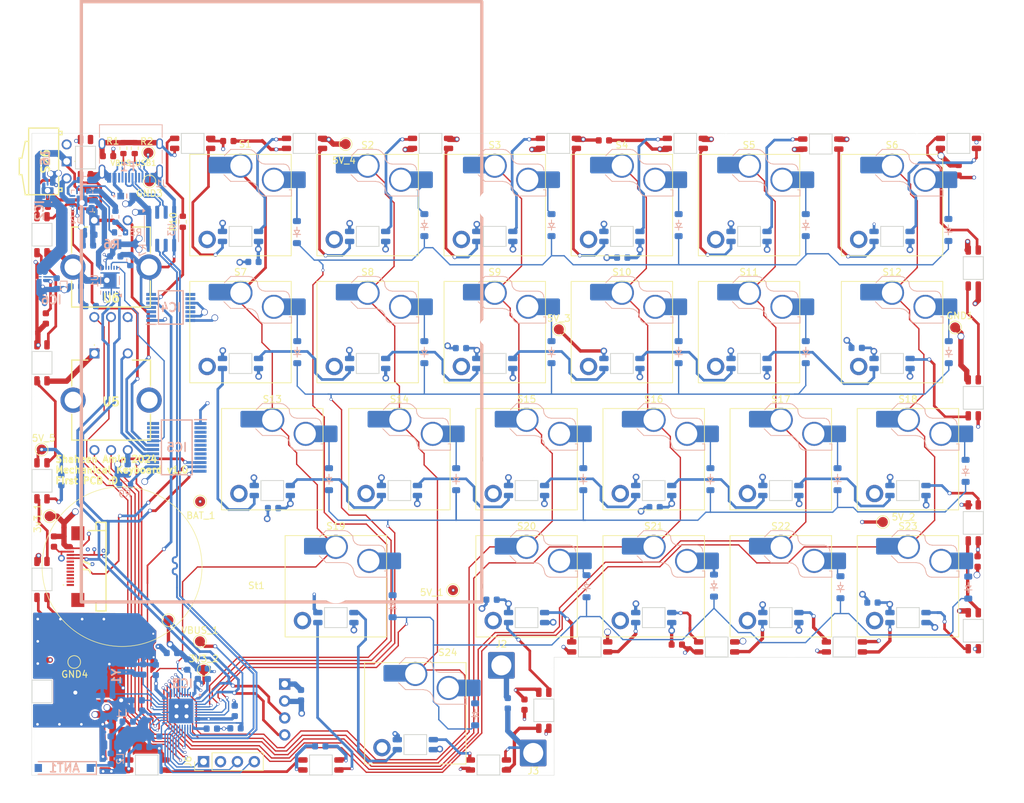
<source format=kicad_pcb>
(kicad_pcb (version 20240108) (generator "pcbnew") (generator_version "8.0")
  (layers (0 "F.Cu" signal) (1 "In1.Cu" power "PWR") (2 "In2.Cu" power "GND") (31 "B.Cu" signal) (34 "B.Paste" user) (35 "F.Paste" user) (36 "B.SilkS" user "B.Silkscreen") (37 "F.SilkS" user "F.Silkscreen") (38 "B.Mask" user) (39 "F.Mask" user) (44 "Edge.Cuts" user))
  (net 0 "")
  (net 1 "GND")
  (net 2 "3V3")
  (net 3 "5V")
  (net 4 "Net-(D1-DOUT)")
  (net 5 "Net-(D1-DIN)")
  (net 6 "Net-(D2-DOUT)")
  (net 7 "Net-(D5-DOUT)")
  (net 8 "Net-(D10-DOUT)")
  (net 9 "Net-(D12-DOUT)")
  (net 10 "Net-(D14-DOUT)")
  (net 11 "Net-(D18-DOUT)")
  (net 12 "/VBUS")
  (net 14 "/DEC4_6")
  (net 18 "Net-(IC5-~{RESET})")
  (net 20 "Net-(IC4-2Y)")
  (net 21 "/2A")
  (net 24 "/D_N")
  (net 25 "Net-(J1-CC1)")
  (net 26 "/D_P")
  (net 27 "Net-(J1-CC2)")
  (net 29 "/SDA")
  (net 30 "/SCL")
  (net 31 "/Column 0")
  (net 32 "/Column 1")
  (net 33 "/Column 2")
  (net 34 "/Column 3")
  (net 35 "/Column 4")
  (net 36 "/Column 5")
  (net 37 "/CW2")
  (net 38 "D-")
  (net 39 "/CCW")
  (net 40 "/Row 1")
  (net 41 "/NO")
  (net 42 "/NO2")
  (net 43 "D+")
  (net 44 "/Row 0")
  (net 45 "/Row 3")
  (net 46 "/Row 2")
  (net 47 "/CCW2")
  (net 48 "/CW")
  (net 49 "/CHG")
  (net 50 "Net-(U2-TS)")
  (net 51 "Net-(U2-ISET)")
  (net 54 "Net-(U2-ILIM)")
  (net 55 "/BAT_SRN")
  (net 58 "Net-(Di1-A)")
  (net 59 "Net-(Di7-A)")
  (net 60 "Net-(Di8-A)")
  (net 61 "Net-(Di9-A)")
  (net 62 "Net-(Di10-A)")
  (net 63 "Net-(Di14-A)")
  (net 64 "Net-(Di19-A)")
  (net 65 "Net-(Di21-A)")
  (net 66 "Net-(Di23-A)")
  (net 68 "Net-(IC3-ANT)")
  (net 69 "Net-(IC3-SWDIO)")
  (net 70 "Net-(IC3-DECUSB)")
  (net 71 "Net-(IC3-DEC1)")
  (net 72 "Net-(IC3-XC1)")
  (net 73 "Net-(IC3-DEC5)")
  (net 74 "Net-(IC3-XC2)")
  (net 75 "Net-(IC3-DEC3)")
  (net 76 "/INTA")
  (net 77 "Net-(IC3-SWDCLK)")
  (net 78 "/GPOUT")
  (net 92 "Net-(C15-Pad1)")
  (net 93 "/RF")
  (net 94 "Net-(IC2-LX)")
  (net 96 "Net-(IC2-BAT)")
  (net 98 "Net-(IC6-LX)")
  (net 100 "Net-(Di15-A)")
  (net 101 "Net-(Di22-A)")
  (net 102 "Net-(Di11-A)")
  (net 103 "Net-(Di17-A)")
  (net 104 "Net-(Di24-A)")
  (net 105 "Net-(Di12-A)")
  (net 106 "Net-(Di18-A)")
  (net 107 "Net-(Di2-A)")
  (net 108 "Net-(Di13-A)")
  (net 109 "Net-(Di3-A)")
  (net 110 "Net-(Di4-A)")
  (net 111 "Net-(Di16-A)")
  (net 112 "Net-(Di5-A)")
  (net 113 "Net-(Di6-A)")
  (net 114 "Net-(Di20-A)")
  (net 115 "Net-(D3-DOUT)")
  (net 116 "Net-(D4-DOUT)")
  (net 117 "Net-(D6-DOUT)")
  (net 118 "Net-(D7-DOUT)")
  (net 119 "Net-(D8-DOUT)")
  (net 120 "Net-(D10-DIN)")
  (net 121 "Net-(D11-DOUT)")
  (net 122 "Net-(D13-DOUT)")
  (net 123 "Net-(D15-DOUT)")
  (net 124 "Net-(D17-DOUT)")
  (net 125 "Net-(D16-DOUT)")
  (net 126 "Net-(D19-DOUT)")
  (net 127 "Net-(D20-DOUT)")
  (net 128 "Net-(D21-DOUT)")
  (net 129 "Net-(D22-DOUT)")
  (net 130 "Net-(D23-DOUT)")
  (net 131 "Net-(D24-DOUT)")
  (net 132 "/BAT")
  (net 133 "/VBUS_USB")
  (net 134 "/OUT")
  (net 145 "Net-(D25-DOUT)")
  (net 146 "Net-(D26-DOUT)")
  (net 147 "Net-(D28-DOUT)")
  (net 148 "Net-(D29-DOUT)")
  (net 149 "Net-(D30-DOUT)")
  (net 150 "Net-(D33-DOUT)")
  (net 151 "Net-(D34-DOUT)")
  (net 152 "Net-(D37-DOUT)")
  (net 153 "Net-(D38-DOUT)")
  (net 154 "Net-(D41-DOUT)")
  (net 155 "Net-(D42-DOUT)")
  (net 156 "Net-(D45-DOUT)")
  (net 157 "Net-(D46-DOUT)")
  (net 158 "Net-(D27-DOUT)")
  (net 159 "Net-(D31-DOUT)")
  (net 160 "Net-(D32-DOUT)")
  (net 161 "Net-(D35-DOUT)")
  (net 162 "Net-(D36-DOUT)")
  (net 163 "Net-(D39-DOUT)")
  (net 164 "Net-(D40-DOUT)")
  (net 165 "Net-(D43-DOUT)")
  (net 166 "Net-(D44-DOUT)")
  (net 167 "Net-(D47-DOUT)")
  (net 172 "Net-(U1-V_{DD})")
  (net 173 "Net-(U1-BIN)")
  (footprint "ScottoKeebs_Components:Capacitor_0603" (layer "F.Cu") (at 233.3005 100.8434 -90)
    (property "Reference" "C36" (hide yes))
    (property "Value" "100nF" (hide yes))
  )
  (footprint "CustomLibrary:M1.6 Hole" (layer "F.Cu") (at 209.7005 57.4434)
    (property "Reference" "REF**" (hide yes))
    (property "Value" "M1.6 Hole" (hide yes))
  )
  (footprint "ScottoKeebs_Hotswap:Hotswap_Choc_V1V2_Plated_1.00u" (layer "F.Cu") (at 220.48175 47.3934)
    (property "Reference" "S6")
    (property "Value" "Keyswitch")
  )
  (footprint "ScottoKeebs_Components:Capacitor_0603" (layer "F.Cu") (at 93.6005 114.8434 90)
    (property "Reference" "C39" (hide yes))
    (property "Value" "100nF" (hide yes))
  )
  (footprint "TestPoint:TestPoint_Pad_D1.5mm" (layer "F.Cu") (at 116.8005 91.8434)
    (property "Reference" "BAT_1")
    (property "Value" "TestPoint")
  )
  (footprint "CustomLibrary:M1.6 Hole" (layer "F.Cu") (at 233.2005 84.4434)
    (property "Reference" "REF**" (hide yes))
    (property "Value" "M1.6 Hole" (hide yes))
  )
  (footprint "ScottoKeebs_Hotswap:Hotswap_Choc_V1V2_Plated_1.00u" (layer "F.Cu") (at 141.9005 47.3934)
    (property "Reference" "S2")
    (property "Value" "Keyswitch")
  )
  (footprint "CustomLibrary:M1.6 Hole" (layer "F.Cu") (at 92.5005 76.7434)
    (property "Reference" "REF**" (hide yes))
    (property "Value" "M1.6 Hole" (hide yes))
  )
  (footprint "ScottoKeebs_Components:LED_SK6812MINI" (layer "F.Cu") (at 99.6205 40.2634 90)
    (property "Reference" "D48" (hide yes))
    (property "Value" "LED_SK6812MINI" (hide yes))
    (fp_line (start 1.7 -1.5) (end -1.7 -1.5) (stroke (width 0.12)) (layer "Edge.Cuts"))
    (fp_line (start -1.7 -1.5) (end -1.7 1.5) (stroke (width 0.12)) (layer "Edge.Cuts"))
    (fp_line (start 1.7 1.5) (end 1.7 -1.5) (stroke (width 0.12)) (layer "Edge.Cuts"))
    (fp_line (start -1.7 1.5) (end 1.7 1.5) (stroke (width 0.12)) (layer "Edge.Cuts"))
  )
  (footprint "ScottoKeebs_Components:LED_SK6812MINI" (layer "F.Cu") (at 132.4405 38.1434)
    (property "Reference" "D3" (hide yes))
    (property "Value" "LED_SK6812MINI" (hide yes))
    (fp_line (start -1.7 -1.5) (end -1.7 1.5) (stroke (width 0.12)) (layer "Edge.Cuts"))
    (fp_line (start -1.7 1.5) (end 1.7 1.5) (stroke (width 0.12)) (layer "Edge.Cuts"))
    (fp_line (start 1.7 -1.5) (end -1.7 -1.5) (stroke (width 0.12)) (layer "Edge.Cuts"))
    (fp_line (start 1.7 1.5) (end 1.7 -1.5) (stroke (width 0.12)) (layer "Edge.Cuts"))
  )
  (footprint "ScottoKeebs_Hotswap:Hotswap_Choc_V1V2_Plated_1.00u" (layer "F.Cu") (at 127.613 85.4934)
    (property "Reference" "S13")
    (property "Value" "Keyswitch")
  )
  (footprint "ScottoKeebs_Hotswap:Hotswap_Choc_V1V2_Plated_1.00u" (layer "F.Cu") (at 180.0005 66.4434)
    (property "Reference" "S10")
    (property "Value" "Keyswitch")
  )
  (footprint "TestPoint:TestPoint_Pad_D1.5mm" (layer "F.Cu") (at 229.9305 65.7334)
    (property "Reference" "GND1")
    (property "Value" "TestPoint")
  )
  (footprint "CustomLibrary:M1.6 Hole" (layer "F.Cu") (at 209.7005 65.7434)
    (property "Reference" "REF**" (hide yes))
    (property "Value" "M1.6 Hole" (hide yes))
  )
  (footprint "ScottoKeebs_Components:OLED_128x32" (layer "F.Cu") (at 131.0705 129.0134 180)
    (property "Reference" "J4" (hide yes))
    (property "Value" "OLED_128x32")
  )
  (footprint "CustomLibrary:M1.6 Hole" (layer "F.Cu") (at 170.5005 57.2434)
    (property "Reference" "REF**" (hide yes))
    (property "Value" "M1.6 Hole" (hide yes))
  )
  (footprint "CustomLibrary:M1.6 Hole" (layer "F.Cu") (at 231.4005 45.9434)
    (property "Reference" "REF**" (hide yes))
    (property "Value" "M1.6 Hole" (hide yes))
  )
  (footprint "CustomLibrary:M1.6 Hole" (layer "F.Cu") (at 209.8005 41.6434)
    (property "Reference" "REF**" (hide yes))
    (property "Value" "M1.6 Hole" (hide yes))
  )
  (footprint "ScottoKeebs_Components:LED_SK6812MINI" (layer "F.Cu") (at 115.6805 38.1434)
    (property "Reference" "D1" (hide yes))
    (property "Value" "LED_SK6812MINI" (hide yes))
    (fp_line (start -1.7 -1.5) (end -1.7 1.5) (stroke (width 0.12)) (layer "Edge.Cuts"))
    (fp_line (start -1.7 1.5) (end 1.7 1.5) (stroke (width 0.12)) (layer "Edge.Cuts"))
    (fp_line (start 1.7 -1.5) (end -1.7 -1.5) (stroke (width 0.12)) (layer "Edge.Cuts"))
    (fp_line (start 1.7 1.5) (end 1.7 -1.5) (stroke (width 0.12)) (layer "Edge.Cuts"))
  )
  (footprint "Connector_Wire:SolderWire-2.5sqmm_1x01_D2.4mm_OD3.6mm" (layer "F.Cu") (at 166.7105 129.5434)
    (property "Reference" "J3")
    (property "Value" "Battery Neg")
  )
  (footprint "CustomLibrary:M1.6 Hole" (layer "F.Cu") (at 132.3005 56.9434)
    (property "Reference" "REF**" (hide yes))
    (property "Value" "M1.6 Hole" (hide yes))
  )
  (footprint "ScottoKeebs_Hotswap:Hotswap_Choc_V1V2_Plated_1.00u" (layer "F.Cu") (at 199.0505 47.3934)
    (property "Reference" "S5")
    (property "Value" "Keyswitch")
  )
  (footprint "CustomLibrary:M1.6 Hole" (layer "F.Cu") (at 168.9005 116.8434)
    (property "Reference" "REF**" (hide yes))
    (property "Value" "M1.6 Hole" (hide yes))
  )
  (footprint "ScottoKeebs_Components:LED_SK6812MINI" (layer "F.Cu") (at 209.8005 38.2434)
    (property "Reference" "D11" (hide yes))
    (property "Value" "LED_SK6812MINI" (hide yes))
    (fp_line (start -1.7 -1.5) (end -1.7 1.5) (stroke (width 0.12)) (layer "Edge.Cuts"))
    (fp_line (start -1.7 1.5) (end 1.7 1.5) (stroke (width 0.12)) (layer "Edge.Cuts"))
    (fp_line (start 1.7 -1.5) (end -1.7 -1.5) (stroke (width 0.12)) (layer "Edge.Cuts"))
    (fp_line (start 1.7 1.5) (end 1.7 -1.5) (stroke (width 0.12)) (layer "Edge.Cuts"))
  )
  (footprint "ScottoKeebs_Components:LED_SK6812MINI" (layer "F.Cu") (at 232.6505 56.8334 -90)
    (property "Reference" "D14" (hide yes))
    (property "Value" "LED_SK6812MINI" (hide yes))
    (fp_line (start -1.7 1.5) (end 1.7 1.5) (stroke (width 0.12)) (layer "Edge.Cuts"))
    (fp_line (start 1.7 1.5) (end 1.7 -1.5) (stroke (width 0.12)) (layer "Edge.Cuts"))
    (fp_line (start -1.7 -1.5) (end -1.7 1.5) (stroke (width 0.12)) (layer "Edge.Cuts"))
    (fp_line (start 1.7 -1.5) (end -1.7 -1.5) (stroke (width 0.12)) (layer "Edge.Cuts"))
  )
  (footprint "ScottoKeebs_Components:Capacitor_0603" (layer "F.Cu") (at 121.0255 37.7934)
    (property "Reference" "C42" (hide yes))
    (property "Value" "100nF" (hide yes))
  )
  (footprint "ScottoKeebs_Components:LED_SK6812MINI" (layer "F.Cu") (at 108.8005 131.3434 180)
    (property "Reference" "D42" (hide yes))
    (property "Value" "LED_SK6812MINI" (hide yes))
    (fp_line (start 1.7 1.5) (end 1.7 -1.5) (stroke (width 0.12)) (layer "Edge.Cuts"))
    (fp_line (start 1.7 -1.5) (end -1.7 -1.5) (stroke (width 0.12)) (layer "Edge.Cuts"))
    (fp_line (start -1.7 1.5) (end 1.7 1.5) (stroke (width 0.12)) (layer "Edge.Cuts"))
    (fp_line (start -1.7 -1.5) (end -1.7 1.5) (stroke (width 0.12)) (layer "Edge.Cuts"))
  )
  (footprint "ScottoKeebs_Components:LED_SK6812MINI" (layer "F.Cu") (at 230.4305 38.1434 180)
    (property "Reference" "D13" (hide yes))
    (property "Value" "LED_SK6812MINI" (hide yes))
    (fp_line (start 1.7 1.5) (end 1.7 -1.5) (stroke (width 0.12)) (layer "Edge.Cuts"))
    (fp_line (start 1.7 -1.5) (end -1.7 -1.5) (stroke (width 0.12)) (layer "Edge.Cuts"))
    (fp_line (start -1.7 1.5) (end 1.7 1.5) (stroke (width 0.12)) (layer "Edge.Cuts"))
    (fp_line (start -1.7 -1.5) (end -1.7 1.5) (stroke (width 0.12)) (layer "Edge.Cuts"))
  )
  (footprint "ScottoKeebs_Components:LED_SK6812MINI" (layer "F.Cu") (at 232.6505 111.2134 -90)
    (property "Reference" "D29" (hide yes))
    (property "Value" "LED_SK6812MINI" (hide yes))
    (fp_line (start -1.7 1.5) (end 1.7 1.5) (stroke (width 0.12)) (layer "Edge.Cuts"))
    (fp_line (start 1.7 1.5) (end 1.7 -1.5) (stroke (width 0.12)) (layer "Edge.Cuts"))
    (fp_line (start -1.7 -1.5) (end -1.7 1.5) (stroke (width 0.12)) (layer "Edge.Cuts"))
    (fp_line (start 1.7 -1.5) (end -1.7 -1.5) (stroke (width 0.12)) (layer "Edge.Cuts"))
  )
  (footprint "ScottoKeebs_Hotswap:Hotswap_Choc_V1V2_Plated_1.00u" (layer "F.Cu") (at 203.813 85.4934)
    (property "Reference" "S17")
    (property "Value" "Keyswitch")
  )
  (footprint "TestPoint:TestPoint_Pad_D1.5mm" (layer "F.Cu") (at 170.5505 66.0234)
    (property "Reference" "5V_3")
    (property "Value" "TestPoint")
  )
  (footprint "ScottoKeebs_Components:LED_SK6812MINI" (layer "F.Cu") (at 194.2005 113.6434 180)
    (property "Reference" "D33" (hide yes))
    (property "Value" "LED_SK6812MINI" (hide yes))
    (fp_line (start 1.7 1.5) (end 1.7 -1.5) (stroke (width 0.12)) (layer "Edge.Cuts"))
    (fp_line (start 1.7 -1.5) (end -1.7 -1.5) (stroke (width 0.12)) (layer "Edge.Cuts"))
    (fp_line (start -1.7 1.5) (end 1.7 1.5) (stroke (width 0.12)) (layer "Edge.Cuts"))
    (fp_line (start -1.7 -1.5) (end -1.7 1.5) (stroke (width 0.12)) (layer "Edge.Cuts"))
  )
  (footprint "ScottoKeebs_Hotswap:Hotswap_Choc_V1V2_Plated_1.00u" (layer "F.Cu") (at 220.48175 66.4434)
    (property "Reference" "S12")
    (property "Value" "Keyswitch")
  )
  (footprint "ScottoKeebs_Components:LED_SK6812MINI" (layer "F.Cu") (at 213.3405 113.6434 180)
    (property "Reference" "D31" (hide yes))
    (property "Value" "LED_SK6812MINI" (hide yes))
    (fp_line (start 1.7 1.5) (end 1.7 -1.5) (stroke (width 0.12)) (layer "Edge.Cuts"))
    (fp_line (start 1.7 -1.5) (end -1.7 -1.5) (stroke (width 0.12)) (layer "Edge.Cuts"))
    (fp_line (start -1.7 1.5) (end 1.7 1.5) (stroke (width 0.12)) (layer "Edge.Cuts"))
    (fp_line (start -1.7 -1.5) (end -1.7 1.5) (stroke (width 0.12)) (layer "Edge.Cuts"))
  )
  (footprint "ScottoKeebs_Components:Capacitor_0603" (layer "F.Cu") (at 101.0005 45.8434 -90)
    (property "Reference" "C10" (hide yes))
    (property "Value" "4.7uF" (hide yes))
  )
  (footprint "CustomLibrary:M1.6 Hole" (layer "F.Cu") (at 175.2005 77.4434)
    (property "Reference" "REF**" (hide yes))
    (property "Value" "M1.6 Hole" (hide yes))
  )
  (footprint "ScottoKeebs_Stabilizer:Stabilizer_MX_2.00u" (layer "F.Cu") (at 137.138 104.5434)
    (property "Reference" "St1")
    (property "Value" "Stabilizer_MX_2.00u")
  )
  (footprint "CustomLibrary:M1.6 Hole" (layer "F.Cu") (at 92.5005 97.5434)
    (property "Reference" "REF**" (hide yes))
    (property "Value" "M1.6 Hole" (hide yes))
  )
  (footprint "Resistor_SMD:R_0603_1608Metric" (layer "F.Cu") (at 114.2005 49.8934 90)
    (property "Reference" "R10")
    (property "Value" "3k")
  )
  (footprint "CustomLibrary:M1.6 Hole" (layer "F.Cu") (at 119.1005 98.1434)
    (property "Reference" "REF**" (hide yes))
    (property "Value" "M1.6 Hole" (hide yes))
  )
  (footprint "ScottoKeebs_Components:LED_SK6812MINI" (layer "F.Cu") (at 175.1805 113.6434 180)
    (property "Reference" "D35" (hide yes))
    (property "Value" "LED_SK6812MINI" (hide yes))
    (fp_line (start 1.7 1.5) (end 1.7 -1.5) (stroke (width 0.12)) (layer "Edge.Cuts"))
    (fp_line (start 1.7 -1.5) (end -1.7 -1.5) (stroke (width 0.12)) (layer "Edge.Cuts"))
    (fp_line (start -1.7 1.5) (end 1.7 1.5) (stroke (width 0.12)) (layer "Edge.Cuts"))
    (fp_line (start -1.7 -1.5) (end -1.7 1.5) (stroke (width 0.12)) (layer "Edge.Cuts"))
  )
  (footprint "TestPoint:TestPoint_Pad_D1.5mm" (layer "F.Cu") (at 112.0505 109.6434)
    (property "Reference" "GND2" (hide yes))
    (property "Value" "TestPoint")
  )
  (footprint "CustomLibrary:M1.6 Hole" (layer "F.Cu") (at 226.5005 114.2434)
    (property "Reference" "REF**" (hide yes))
    (property "Value" "M1.6 Hole" (hide yes))
  )
  (footprint "ScottoKeebs_Components:LED_SK6812MINI" (layer "F.Cu") (at 93.1005 103.5234 90)
    (property "Reference" "D44" (hide yes))
    (property "Value" "LED_SK6812MINI" (hide yes))
    (fp_line (start 1.7 -1.5) (end -1.7 -1.5) (stroke (width 0.12)) (layer "Edge.Cuts"))
    (fp_line (start -1.7 -1.5) (end -1.7 1.5) (stroke (width 0.12)) (layer "Edge.Cuts"))
    (fp_line (start 1.7 1.5) (end 1.7 -1.5) (stroke (width 0.12)) (layer "Edge.Cuts"))
    (fp_line (start -1.7 1.5) (end 1.7 1.5) (stroke (width 0.12)) (layer "Edge.Cuts"))
  )
  (footprint "Resistor_SMD:R_0603_1608Metric" (layer "F.Cu") (at 107.0005 38.8434 90)
    (property "Reference" "R2")
    (property "Value" "5k1")
  )
  (footprint "ScottoKeebs_Hotswap:Hotswap_Choc_V1V2_Plated_1.00u" (layer "F.Cu") (at 203.813 104.5434)
    (property "Reference" "S22")
    (property "Value" "Keyswitch")
  )
  (footprint "TestPoint:TestPoint_Pad_D1.5mm" (layer "F.Cu") (at 109.0505 39.5434)
    (property "Reference" "VBUS_USB1")
    (property "Value" "TestPoint")
  )
  (footprint "ScottoKeebs_Components:LED_SK6812MINI" (layer "F.Cu") (at 93.1005 88.7334 90)
    (property "Reference" "D45" (hide yes))
    (property "Value" "LED_SK6812MINI" (hide yes))
    (fp_line (start 1.7 -1.5) (end -1.7 -1.5) (stroke (width 0.12)) (layer "Edge.Cuts"))
    (fp_line (start -1.7 -1.5) (end -1.7 1.5) (stroke (width 0.12)) (layer "Edge.Cuts"))
    (fp_line (start 1.7 1.5) (end 1.7 -1.5) (stroke (width 0.12)) (layer "Edge.Cuts"))
    (fp_line (start -1.7 1.5) (end 1.7 1.5) (stroke (width 0.12)) (layer "Edge.Cuts"))
  )
  (footprint "ScottoKeebs_Hotswap:Hotswap_Choc_V1V2_Plated_1.00u" (layer "F.Cu") (at 222.863 104.5434)
    (property "Reference" "S23")
    (property "Value" "Keyswitch")
  )
  (footprint "CustomLibrary:M1.6 Hole" (layer "F.Cu") (at 156.3005 77.1434)
    (property "Reference" "REF**" (hide yes))
    (property "Value" "M1.6 Hole" (hide yes))
  )
  (footprint "CustomLibrary:M1.6 Hole" (layer "F.Cu") (at 213.3005 95.0434)
    (property "Reference" "REF**" (hide yes))
    (property "Value" "M1.6 Hole" (hide yes))
  )
  (footprint "ScottoKeebs_Components:LED_SK6812MINI" (layer "F.Cu") (at 232.6505 95.0434 -90)
    (property "Reference" "D28" (hide yes))
    (property "Value" "LED_SK6812MINI" (hide yes))
    (fp_line (start -1.7 1.5) (end 1.7 1.5) (stroke (width 0.12)) (layer "Edge.Cuts"))
    (fp_line (start 1.7 1.5) (end 1.7 -1.5) (stroke (width 0.12)) (layer "Edge.Cuts"))
    (fp_line (start -1.7 -1.5) (end -1.7 1.5) (stroke (width 0.12)) (layer "Edge.Cuts"))
    (fp_line (start 1.7 -1.5) (end -1.7 -1.5) (stroke (width 0.12)) (layer "Edge.Cuts"))
  )
  (footprint "TestPoint:TestPoint_Pad_D1.5mm" (layer "F.Cu") (at 94.2505 94.0434)
    (property "Reference" "3v3_1")
    (property "Value" "TestPoint")
  )
  (footprint "ScottoKeebs_Hotswap:Hotswap_Choc_V1V2_Plated_1.00u" (layer "F.Cu") (at 199.0505 66.4434)
    (property "Reference" "S11")
    (property "Value" "Keyswitch")
  )
  (footprint "ScottoKeebs_Hotswap:Hotswap_Choc_V1V2_Plated_1.00u" (layer "F.Cu") (at 165.713 85.4934)
    (property "Reference" "S15")
    (property "Value" "Keyswitch")
  )
  (footprint "ScottoKeebs_Hotswap:Hotswap_Choc_V1V2_Plated_1.00u" (layer "F.Cu") (at 141.9005 66.4434)
    (property "Reference" "S8")
    (property "Value" "Keyswitch")
  )
  (footprint "SamacSys_Parts:F32Q1A7H111012" (layer "F.Cu") (at 100.0205 101.6034 90)
    (property "Reference" "J7")
    (property "Value" "F32Q-1A7H1-11012" (hide yes))
  )
  (footprint "CustomLibrary:M1.6 Hole" (layer "F.Cu") (at 233.3005 49.3434)
    (property "Reference" "REF**" (hide yes))
    (property "Value" "M1.6 Hole" (hide yes))
  )
  (footprint "TestPoint:TestPoint_Pad_D1.5mm" (layer "F.Cu") (at 97.9305 115.9034)
    (property "Reference" "GND4")
    (property "Value" "TestPoint")
  )
  (footprint "ScottoKeebs_Hotswap:Hotswap_Choc_V1V2_Plated_1.00u" (layer "F.Cu") (at 122.8505 47.3934)
    (property "Reference" "S1")
    (property "Value" "Keyswitch")
  )
  (footprint "Connector_Wire:SolderWire-2.5sqmm_1x01_D2.4mm_OD3.6mm" (layer "F.Cu") (at 161.9405 116.4034)
    (property "Reference" "J2")
    (property "Value" "Battery Pos")
  )
  (footprint "ScottoKeebs_Components:LED_SK6812MINI" (layer "F.Cu") (at 93.1005 71.0434 90)
    (property "Reference" "D46" (hide yes))
    (property "Value" "LED_SK6812MINI" (hide yes))
    (fp_line (start 1.7 -1.5) (end -1.7 -1.5) (stroke (width 0.12)) (layer "Edge.Cuts"))
    (fp_line (start -1.7 -1.5) (end -1.7 1.5) (stroke (width 0.12)) (layer "Edge.Cuts"))
    (fp_line (start 1.7 1.5) (end 1.7 -1.5) (stroke (width 0.12)) (layer "Edge.Cuts"))
    (fp_line (start -1.7 1.5) (end 1.7 1.5) (stroke (width 0.12)) (layer "Edge.Cuts"))
  )
  (footprint "Connector_PinHeader_2.54mm:PinHeader_1x04_P2.54mm_Vertical" (layer "F.Cu") (at 117.3105 130.8434 90)
    (property "Reference" "J6")
    (property "Value" "Conn_01x04")
  )
  (footprint "CustomLibrary:M1.6 Hole" (layer "F.Cu") (at 184.3005 114.2434)
    (property "Reference" "REF**" (hide yes))
    (property "Value" "M1.6 Hole" (hide yes))
  )
  (footprint "ScottoKeebs_Components:LED_SK6812MINI" (layer "F.Cu") (at 232.6505 76.2934 -90)
    (property "Reference" "D15" (hide yes))
    (property "Value" "LED_SK6812MINI" (hide yes))
    (fp_line (start -1.7 1.5) (end 1.7 1.5) (stroke (width 0.12)) (layer "Edge.Cuts"))
    (fp_line (start 1.7 1.5) (end 1.7 -1.5) (stroke (width 0.12)) (layer "Edge.Cuts"))
    (fp_line (start -1.7 -1.5) (end -1.7 1.5) (stroke (width 0.12)) (layer "Edge.Cuts"))
    (fp_line (start 1.7 -1.5) (end -1.7 -1.5) (stroke (width 0.12)) (layer "Edge.Cuts"))
  )
  (footprint "CustomLibrary:M1.6 Hole" (layer "F.Cu") (at 143.8005 37.5434)
    (property "Reference" "REF**" (hide yes))
    (property "Value" "M1.6 Hole" (hide yes))
  )
  (footprint "Resistor_SMD:R_0603_1608Metric" (layer "F.Cu") (at 105.3005 38.8434 90)
    (property "Reference" "R1")
    (property "Value" "5k1")
  )
  (footprint "ScottoKeebs_Components:Capacitor_0603" (layer "F.Cu") (at 99.4005 45.8434 -90)
    (property "Reference" "C25" (hide yes))
    (property "Value" "10uF" (hide yes))
  )
  (footprint "SamacSys_Parts:PEC11L4015FS0015" (layer "F.Cu") (at 100.9605 69.6334)
    (property "Reference" "U5")
    (property "Value" "PEC11L-4015F-S0015" (hide yes))
  )
  (footprint "ScottoKeebs_Components:Capacitor_0603" (layer "F.Cu") (at 103.0005 40.0434 180)
    (property "Reference" "C26" (hide yes))
    (property "Value" "10uF-lowESR" (hide yes))
  )
  (footprint "ScottoKeebs_Hotswap:Hotswap_Choc_V1V2_Plated_1.00u" (layer "F.Cu") (at 160.9505 47.3934)
    (property "Reference" "S3")
    (property "Value" "Keyswitch")
  )
  (footprint "CustomLibrary:M1.6 Hole" (layer "F.Cu") (at 155.2005 97.1434)
    (property "Reference" "REF**" (hide yes))
    (property "Value" "M1.6 Hole" (hide yes))
  )
  (footprint "CustomLibrary:M1.6 Hole" (layer "F.Cu") (at 93.3005 79.8434)
    (property "Reference" "REF**" (hide yes))
    (property "Value" "M1.6 Hole" (hide yes))
  )
  (footprint "CustomLibrary:M1.6 Hole" (layer "F.Cu") (at 229.0005 95.1434)
    (property "Reference" "REF**" (hide yes))
    (property "Value" "M1.6 Hole" (hide yes))
  )
  (footprint "TestPoint:TestPoint_Pad_D1.5mm" (layer "F.Cu") (at 116.7705 112.8034)
    (property "Reference" "VBUS_1")
    (property "Value" "TestPoint")
  )
  (footprint "CustomLibrary:M1.6 Hole" (layer "F.Cu") (at 194.3005 77.2434)
    (property "Reference" "REF**" (hide yes))
    (property "Value" "M1.6 Hole" (hide yes))
  )
  (footprint "ScottoKeebs_Components:Capacitor_0603" (layer "F.Cu") (at 94.9005 97.8434 -90)
    (property "Reference" "C37" (hide yes))
    (property "Value" "100nF" (hide yes))
  )
  (footprint "TestPoint:TestPoint_Pad_D1.5mm" (layer "F.Cu") (at 219.1005 94.9134)
    (property "Reference" "5V_2")
    (property "Value" "TestPoint")
  )
  (footprint "CustomLibrary:M1.6 Hole" (layer "F.Cu") (at 116.7005 56.8434)
    (property "Reference" "REF**" (hide yes))
    (property "Value" "M1.6 Hole" (hide yes))
  )
  (footprint "ScottoKeebs_Components:LED_SK6812MINI" (layer "F.Cu") (at 170.4805 38.1434)
    (property "Reference" "D7" (hide yes))
    (property "Value" "LED_SK6812MINI" (hide yes))
    (fp_line (start -1.7 -1.5) (end -1.7 1.5) (stroke (width 0.12)) (layer "Edge.Cuts"))
    (fp_line (start -1.7 1.5) (end 1.7 1.5) (stroke (width 0.12)) (layer "Edge.Cuts"))
    (fp_line (start 1.7 -1.5) (end -1.7 -1.5) (stroke (width 0.12)) (layer "Edge.Cuts"))
    (fp_line (start 1.7 1.5) (end 1.7 -1.5) (stroke (width 0.12)) (layer "Edge.Cuts"))
  )
  (footprint "TestPoint:TestPoint_Pad_D1.5mm" (layer "F.Cu") (at 93.0505 84.0434)
    (property "Reference" "5V_5")
    (property "Value" "TestPoint")
  )
  (footprint "ScottoKeebs_Components:LED_SK6812MINI" (layer "F.Cu") (at 189.5005 38.1434)
    (property "Reference" "D9" (hide yes))
    (property "Value" "LED_SK6812MINI" (hide yes))
    (fp_line (start -1.7 -1.5) (end -1.7 1.5) (stroke (width 0.12)) (layer "Edge.Cuts"))
    (fp_line (start -1.7 1.5) (end 1.7 1.5) (stroke (width 0.12)) (layer "Edge.Cuts"))
    (fp_line (start 1.7 -1.5) (end -1.7 -1.5) (stroke (width 0.12)) (layer "Edge.Cuts"))
    (fp_line (start 1.7 1.5) (end 1.7 -1.5) (stroke (width 0.12)) (layer "Edge.Cuts"))
  )
  (footprint "CustomLibrary:M1.6 Hole" (layer "F.Cu") (at 151.6005 46.4434)
    (property "Reference" "REF**" (hide yes))
    (property "Value" "M1.6 Hole" (hide yes))
  )
  (footprint "CustomLibrary:M1.6 Hole" (layer "F.Cu") (at 170.5005 46.4434)
    (property "Reference" "REF**" (hide yes))
    (property "Value" "M1.6 Hole" (hide yes))
  )
  (footprint "CustomLibrary:M1.6 Hole" (layer "F.Cu") (at 138.0005 118.6434)
    (property "Reference" "REF**" (hide yes))
    (property "Value" "M1.6 Hole" (hide yes))
  )
  (footprint "CustomLibrary:M1.6 Hole" (layer "F.Cu") (at 113.5005 42.8434)
    (property "Reference" "REF**" (hide yes))
    (property "Value" "M1.6 Hole" (hide yes))
  )
  (footprint "ScottoKeebs_Components:Capacitor_0603" (layer "F.Cu") (at 177.3005 37.6934)
    (property "Reference" "C41" (hide yes))
    (property "Value" "100nF" (hide yes))
  )
  (footprint "CustomLibrary:M1.6 Hole" (layer "F.Cu") (at 137.3005 124.0434)
    (property "Reference" "REF**" (hide yes))
    (property "Value" "M1.6 Hole" (hide yes))
  )
  (footprint "CustomLibrary:M1.6 Hole" (layer "F.Cu") (at 213.4005 110.4434)
    (property "Reference" "REF**" (hide yes))
    (property "Value" "M1.6 Hole" (hide yes))
  )
  (footprint "TestPoint:TestPoint_Pad_D1.5mm" (layer "F.Cu") (at 117.3305 117.0534)
    (property "Reference" "3V3_2")
    (property "Value" "TestPoint")
  )
  (footprint "SamacSys_Parts:CLSA12C422" (layer "F.Cu") (at 96.8005 40.8434 -90)
    (property "Reference" "S26")
    (property "Value" "CL-SA-12C4-22" (hide yes))
  )
  (footprint "ScottoKeebs_Components:LED_SK6812MINI" (layer "F.Cu") (at 93.1005 51.8334 90)
    (property "Reference" "D47" (hide yes))
    (property "Value" "LED_SK6812MINI" (hide yes))
    (fp_line (start 1.7 -1.5) (end -1.7 -1.5) (stroke (width 0.12)) (layer "Edge.Cuts"))
    (fp_line (start -1.7 -1.5) (end -1.7 1.5) (stroke (width 0.12)) (layer "Edge.Cuts"))
    (fp_line (start 1.7 1.5) (end 1.7 -1.5) (stroke (width 0.12)) (layer "Edge.Cuts"))
    (fp_line (start -1.7 1.5) (end 1.7 1.5) (stroke (width 0.12)) (layer "Edge.Cuts"))
  )
  (footprint "ScottoKeebs_Components:LED_SK6812MINI" (layer "F.Cu") (at 160.0005 131.3434 180)
    (property "Reference" "D38" (hide yes))
    (property "Value" "LED_SK6812MINI" (hide yes))
    (fp_line (start 1.7 1.5) (end 1.7 -1.5) (stroke (width 0.12)) (layer "Edge.Cuts"))
    (fp_line (start 1.7 -1.5) (end -1.7 -1.5) (stroke (width 0.12)) (layer "Edge.Cuts"))
    (fp_line (start -1.7 1.5) (end 1.7 1.5) (stroke (width 0.12)) (layer "Edge.Cuts"))
    (fp_line (start -1.7 -1.5) (end -1.7 1.5) (stroke (width 0.12)) (layer "Edge.Cuts"))
  )
  (footprint "ScottoKeebs_Hotswap:Hotswap_Choc_V1V2_Plated_1.00u" (layer "F.Cu") (at 160.9505 66.4434)
    (property "Reference" "S9")
    (property "Value" "Keyswitch")
  )
  (footprint "TestPoint:TestPoint_Pad_D1.5mm" (layer "F.Cu") (at 154.6905 105.1334)
    (property "Reference" "5V_1")
    (property "Value" "TestPoint")
  )
  (footprint "ScottoKeebs_Components:LED_SK6812MINI" (layer "F.Cu") (at 168.3005 123.1434 -90)
    (property "Reference" "D37" (hide yes))
    (property "Value" "LED_SK6812MINI" (hide yes))
    (fp_line (start -1.7 1.5) (end 1.7 1.5) (stroke (width 0.12)) (layer "Edge.Cuts"))
    (fp_line (start 1.7 1.5) (end 1.7 -1.5) (stroke (width 0.12)) (layer "Edge.Cuts"))
    (fp_line (start -1.7 -1.5) (end -1.7 1.5) (stroke (width 0.12)) (layer "Edge.Cuts"))
    (fp_line (start 1.7 -1.5) (end -1.7 -1.5) (stroke (width 0.12)) (layer "Edge.Cuts"))
  )
  (footprint "ScottoKeebs_Components:LED_SK6812MINI" (layer "F.Cu") (at 134.9005 131.3434 180)
    (property "Reference" "D41" (hide yes))
    (property "Value" "LED_SK6812MINI" (hide yes))
    (fp_line (start 1.7 1.5) (end 1.7 -1.5) (stroke (width 0.12)) (layer "Edge.Cuts"))
    (fp_line (start 1.7 -1.5) (end -1.7 -1.5) (stroke (width 0.12)) (layer "Edge.Cuts"))
    (fp_line (start -1.7 1.5) (end 1.7 1.5) (stroke (width 0.12)) (layer "Edge.Cuts"))
    (fp_line (start -1.7 -1.5) (end -1.7 1.5) (stroke (width 0.12)) (layer "Edge.Cuts"))
  )
  (footprint "ScottoKeebs_Hotswap:Hotswap_Choc_V1V2_Plated_1.00u" (layer "F.Cu") (at 180.0005 47.3934)
    (property "Reference" "S4")
    (property "Value" "Keyswitch")
  )
  (footprint "TestPoint:TestPoint_Pad_D1.5mm" (layer "F.Cu") (at 109.2005 43.8434)
    (property "Reference" "GND3")
    (property "Value" "TestPoint")
  )
  (footprint "ScottoKeebs_Hotswap:Hotswap_Choc_V1V2_Plated_1.00u" (layer "F.Cu") (at 165.713002 104.5434)
    (property "Reference" "S20")
    (property "Value" "Keyswitch")
  )
  (footprint "TestPoint:TestPoint_Pad_D1.5mm" (layer "F.Cu") (at 138.6005 38.2434)
    (property "Reference" "5V_4")
    (property "Value" "TestPoint")
  )
  (footprint "ScottoKeebs_Hotswap:Hotswap_Choc_V1V2_Plated_1.00u" (layer "F.Cu") (at 149.04425 123.5934)
    (property "Reference" "S24")
    (property "Value" "Keyswitch")
  )
  (footprint "ScottoKeebs_Components:LED_SK6812MINI" (layer "F.Cu") (at 151.3205 38.1434)
    (property "Reference" "D5" (hide yes))
    (property "Value" "LED_SK6812MINI" (hide yes))
    (fp_line (start -1.7 -1.5) (end -1.7 1.5) (stroke (width 0.12)) (layer "Edge.Cuts"))
    (fp_line (start -1.7 1.5) (end 1.7 1.5) (stroke (width 0.12)) (layer "Edge.Cuts"))
    (fp_line (start 1.7 -1.5) (end -1.7 -1.5) (stroke (width 0.12)) (layer "Edge.Cuts"))
    (fp_line (start 1.7 1.5) (end 1.7 -1.5) (stroke (width 0.12)) (layer "Edge.Cuts"))
  )
  (footprint "ScottoKeebs_Hotswap:Hotswap_Choc_V1V2_Plated_1.00u" (layer "F.Cu") (at 122.8505 66.4434)
    (property "Reference" "S7")
    (property "Value" "Keyswitch")
  )
  (footprint "ScottoKeebs_Components:LED_SK6812MINI" (layer "F.Cu") (at 93.1005 120.3234 90)
    (property "Reference" "D43" (hide yes))
    (property "Value" "LED_SK6812MINI" (hide yes))
    (fp_line (start 1.7 -1.5) (end -1.7 -1.5) (stroke (width 0.12)) (layer "Edge.Cuts"))
    (fp_line (start -1.7 -1.5) (end -1.7 1.5) (stroke (width 0.12)) (layer "Edge.Cuts"))
    (fp_line (start 1.7 1.5) (end 1.7 -1.5) (stroke (width 0.12)) (layer "Edge.Cuts"))
    (fp_line (start -1.7 1.5) (end 1.7 1.5) (stroke (width 0.12)) (layer "Edge.Cuts"))
  )
  (footprint "ScottoKeebs_Components:Capacitor_0603" (layer "F.Cu") (at 230.4605 42.1734 -90)
    (property "Reference" "C35" (hide yes))
    (property "Value" "100nF" (hide yes))
  )
  (footprint "ScottoKeebs_Hotswap:Hotswap_Choc_V1V2_Plated_1.00u" (layer "F.Cu") (at 184.763 85.4934)
    (property "Reference" "S16")
    (property "Value" "Keyswitch")
  )
  (footprint "CustomLibrary:M1.6 Hole" (layer "F.Cu") (at 224.2005 37.5434)
    (property "Reference" "REF**" (hide yes))
    (property "Value" "M1.6 Hole" (hide yes))
  )
  (footprint "CustomLibrary:M1.6 Hole" (layer "F.Cu") (at 195.6005 37.5434)
    (property "Reference" "REF**" (hide yes))
    (property "Value" "M1.6 Hole" (hide yes))
  )
  (footprint "CustomLibrary:M1.6 Hole" (layer "F.Cu") (at 160.0005 127.9434)
    (property "Reference" "REF**" (hide yes))
    (property "Value" "M1.6 Hole" (hide yes))
  )
  (footprint "SamacSys_Parts:PEC11L4015FS0015" (layer "F.Cu") (at 100.9405 49.6834)
    (property "Reference" "U6")
    (property "Value" "PEC11L-4015F-S0015" (hide yes))
  )
  (footprint "CustomLibrary:M1.6 Hole" (layer "F.Cu") (at 213.3005 77.0434)
    (property "Reference" "REF**" (hide yes))
    (property "Value" "M1.6 Hole" (hide yes))
  )
  (footprint "CustomLibrary:M1.6 Hole" (layer "F.Cu") (at 123.1005 76.0434)
    (property "Reference" "REF**" (hide yes))
    (property "Value" "M1.6 Hole" (hide yes))
  )
  (footprint "ScottoKeebs_Hotswap:Hotswap_Choc_V1V2_Plated_1.00u" (layer "F.Cu") (at 184.763 104.5434)
    (property "Reference" "S21")
    (property "Value" "Keyswitch")
  )
  (footprint "ScottoKeebs_Components:Capacitor_0603" (layer "F.Cu") (at 188.2255 113.2934 180)
    (property "Reference" "C43" (hide yes))
    (property "Value" "100nF" (hide yes))
  )
  (footprint "ScottoKeebs_Hotswap:Hotswap_Choc_V1V2_Plated_1.00u" (layer "F.Cu") (at 146.663 85.4934)
    (property "Reference" "S14")
    (property "Value" "Keyswitch")
  )
  (footprint "CustomLibrary:M1.6 Hole" (layer "F.Cu") (at 154.5005 111.3434)
    (property "Reference" "REF**" (hide yes))
    (property "Value" "M1.6 Hole" (hide yes))
  )
  (footprint "ScottoKeebs_Components:Capacitor_0603" (layer "F.Cu") (at 93.2255 47.6434)
    (property "Reference" "C27" (hide yes))
    (property "Value" "10uF-lowESR" (hide yes))
  )
  (footprint "CustomLibrary:M1.6 Hole" (layer "F.Cu") (at 109.8005 96.5434)
    (property "Reference" "REF**" (hide yes))
    (property "Value" "M1.6 Hole" (hide yes))
  )
  (footprint "CustomLibrary:M1.6 Hole" (layer "F.Cu") (at 175.2005 110.4434)
    (property "Reference" "REF**" (hide yes))
    (property "Value" "M1.6 Hole" (hide yes))
  )
  (footprint "ScottoKeebs_Hotswap:Hotswap_Choc_V1V2_Plated_1.00u" (layer "F.Cu") (at 222.863 85.4934)
    (property "Reference" "S18")
    (property "Value" "Keyswitch")
  )
  (footprint "ScottoKeebs_Hotswap:Hotswap_Choc_V1V2_Plated_1.00u" (layer "F.Cu") (at 137.138 104.5434)
    (property "Reference" "S19")
    (property "Value" "Keyswitch")
  )
  (footprint "ScottoKeebs_Components:Capacitor_0603" (layer "F.Cu") (at 165.4005 122.2934 90)
    (property "Reference" "C44" (hide yes))
    (property "Value" "10uF" (hide yes))
  )
  (footprint "ScottoKeebs_Components:Capacitor_0603" (layer "F.Cu") (at 93.6805 64.3934 -90)
    (property "Reference" "C46" (hide yes))
    (property "Value" "100nF" (hide yes))
  )
  (footprint "SamacSys_Parts:0603L050SLYR" (layer "B.Cu") (at 105.8005 46.0434)
    (property "Reference" "F1")
    (property "Value" "600mA" (hide yes))
  )
  (footprint "Inductor_SMD:L_0603_1608Metric" (layer "B.Cu") (at 95.3005 59.1434 90)
    (property "Reference" "L3")
    (property "Value" "1uH")
  )
  (footprint "Resistor_SMD:R_0603_1608Metric" (layer "B.Cu") (at 106.3305 55.6434 -90)
    (property "Reference" "R7")
    (property "Value" "10k")
  )
  (footprint "ScottoKeebs_Components:Capacitor_0603" (layer "B.Cu") (at 215.1805 68.8034 180)
    (property "Reference" "C29" (hide yes))
    (property "Value" "100nF" (hide yes))
  )
  (footprint "ScottoKeebs_Components:LED_SK6812MINI" (layer "B.Cu") (at 184.763 90.1934)
    (property "Reference" "D25" (hide yes))
    (property "Value" "LED_SK6812MINI" (hide yes))
    (fp_line (start -1.7 -1.5) (end -1.7 1.5) (stroke (width 0.12)) (layer "Edge.Cuts"))
    (fp_line (start -1.7 1.5) (end 1.7 1.5) (stroke (width 0.12)) (layer "Edge.Cuts"))
    (fp_line (start 1.7 -1.5) (end -1.7 -1.5) (stroke (width 0.12)) (layer "Edge.Cuts"))
    (fp_line (start 1.7 1.5) (end 1.7 -1.5) (stroke (width 0.12)) (layer "Edge.Cuts"))
  )
  (footprint "ScottoKeebs_Components:Capacitor_0603" (layer "B.Cu") (at 108.2705 117.0234 90)
    (property "Reference" "C14" (hide yes))
    (property "Value" "12pF" (hide yes))
  )
  (footprint "ScottoKeebs_Components:Diode_SOD-123" (layer "B.Cu") (at 174.213 88.4934 90)
    (property "Reference" "Di17" (hide yes))
    (property "Value" "Diode")
  )
  (footprint "Resistor_SMD:R_0603_1608Metric" (layer "B.Cu") (at 104.7905 51.4834 180)
    (property "Reference" "R5")
    (property "Value" "10k")
  )
  (footprint "ScottoKeebs_Components:LED_SK6812MINI" (layer "B.Cu") (at 222.863 109.2434 180)
    (property "Reference" "D30" (hide yes))
    (property "Value" "LED_SK6812MINI" (hide yes))
    (fp_line (start 1.7 1.5) (end 1.7 -1.5) (stroke (width 0.12)) (layer "Edge.Cuts"))
    (fp_line (start 1.7 -1.5) (end -1.7 -1.5) (stroke (width 0.12)) (layer "Edge.Cuts"))
    (fp_line (start -1.7 1.5) (end 1.7 1.5) (stroke (width 0.12)) (layer "Edge.Cuts"))
    (fp_line (start -1.7 -1.5) (end -1.7 1.5) (stroke (width 0.12)) (layer "Edge.Cuts"))
  )
  (footprint "ScottoKeebs_Components:LED_SK6812MINI" (layer "B.Cu") (at 165.713 90.1934)
    (property "Reference" "D24" (hide yes))
    (property "Value" "LED_SK6812MINI" (hide yes))
    (fp_line (start -1.7 -1.5) (end -1.7 1.5) (stroke (width 0.12)) (layer "Edge.Cuts"))
    (fp_line (start -1.7 1.5) (end 1.7 1.5) (stroke (width 0.12)) (layer "Edge.Cuts"))
    (fp_line (start 1.7 -1.5) (end -1.7 -1.5) (stroke (width 0.12)) (layer "Edge.Cuts"))
    (fp_line (start 1.7 1.5) (end 1.7 -1.5) (stroke (width 0.12)) (layer "Edge.Cuts"))
  )
  (footprint "ScottoKeebs_Components:Diode_SOD-123" (layer "B.Cu") (at 150.4005 69.4434 90)
    (property "Reference" "Di12" (hide yes))
    (property "Value" "Diode")
  )
  (footprint "ScottoKeebs_Components:Capacitor_0603" (layer "B.Cu") (at 100.2005 51.8434)
    (property "Reference" "C24" (hide yes))
    (property "Value" "4.7uF" (hide yes))
  )
  (footprint "ScottoKeebs_Components:LED_SK6812MINI" (layer "B.Cu") (at 122.8505 52.0934)
    (property "Reference" "D2" (hide yes))
    (property "Value" "LED_SK6812MINI" (hide yes))
    (fp_line (start -1.7 -1.5) (end -1.7 1.5) (stroke (width 0.12)) (layer "Edge.Cuts"))
    (fp_line (start -1.7 1.5) (end 1.7 1.5) (stroke (width 0.12)) (layer "Edge.Cuts"))
    (fp_line (start 1.7 -1.5) (end -1.7 -1.5) (stroke (width 0.12)) (layer "Edge.Cuts"))
    (fp_line (start 1.7 1.5) (end 1.7 -1.5) (stroke (width 0.12)) (layer "Edge.Cuts"))
  )
  (footprint "ScottoKeebs_Components:Capacitor_0603" (layer "B.Cu") (at 107.3505 123.1934)
    (property "Reference" "C16" (hide yes))
    (property "Value" "1pF" (hide yes))
  )
  (footprint "SamacSys_Parts:RESC2012X41N" (layer "B.Cu") (at 103.5405 53.2734 180)
    (property "Reference" "R6")
    (property "Value" "10m1%" (hide yes))
  )
  (footprint "ScottoKeebs_Components:Capacitor_0603" (layer "B.Cu") (at 114.8705 116.2834 -90)
    (property "Reference" "C6" (hide yes))
    (property "Value" "1uF" (hide yes))
  )
  (footprint "ScottoKeebs_Components:LED_SK6812MINI" (layer "B.Cu") (at 122.8505 71.1434 180)
    (property "Reference" "D21" (hide yes))
    (property "Value" "LED_SK6812MINI" (hide yes))
    (fp_line (start 1.7 1.5) (end 1.7 -1.5) (stroke (width 0.12)) (layer "Edge.Cuts"))
    (fp_line (start 1.7 -1.5) (end -1.7 -1.5) (stroke (width 0.12)) (layer "Edge.Cuts"))
    (fp_line (start -1.7 1.5) (end 1.7 1.5) (stroke (width 0.12)) (layer "Edge.Cuts"))
    (fp_line (start -1.7 -1.5) (end -1.7 1.5) (stroke (width 0.12)) (layer "Edge.Cuts"))
  )
  (footprint "Resistor_SMD:R_0603_1608Metric" (layer "B.Cu") (at 99.5305 43.6234 180)
    (property "Reference" "R3" (hide yes))
    (property "Value" "3k")
  )
  (footprint "ScottoKeebs_Components:Diode_SOD-123" (layer "B.Cu") (at 231.9005 104.7434 90)
    (property "Reference" "Di23" (hide yes))
    (property "Value" "Diode")
  )
  (footprint "ScottoKeebs_Components:LED_SK6812MINI" (layer "B.Cu") (at 160.9505 52.0934)
    (property "Reference" "D6" (hide yes))
    (property "Value" "LED_SK6812MINI" (hide yes))
    (fp_line (start -1.7 -1.5) (end -1.7 1.5) (stroke (width 0.12)) (layer "Edge.Cuts"))
    (fp_line (start -1.7 1.5) (end 1.7 1.5) (stroke (width 0.12)) (layer "Edge.Cuts"))
    (fp_line (start 1.7 -1.5) (end -1.7 -1.5) (stroke (width 0.12)) (layer "Edge.Cuts"))
    (fp_line (start 1.7 1.5) (end 1.7 -1.5) (stroke (width 0.12)) (layer "Edge.Cuts"))
  )
  (footprint "ScottoKeebs_Components:Diode_SOD-123" (layer "B.Cu") (at 207.5505 50.3934 90)
    (property "Reference" "Di2" (hide yes))
    (property "Value" "Diode")
  )
  (footprint "ScottoKeebs_Components:Capacitor_0603" (layer "B.Cu") (at 100.0005 53.4434 180)
    (property "Reference" "C23" (hide yes))
    (property "Value" "4.7uF" (hide yes))
  )
  (footprint "ScottoKeebs_Components:Diode_SOD-123" (layer "B.Cu") (at 136.113 88.4934 90)
    (property "Reference" "Di4" (hide yes))
    (property "Value" "Diode")
  )
  (footprint "ScottoKeebs_Components:Diode_SOD-123" (layer "B.Cu") (at 169.4505 50.3934 90)
    (property "Reference" "Di8" (hide yes))
    (property "Value" "Diode")
  )
  (footprint "ScottoKeebs_Components:Capacitor_0603" (layer "B.Cu") (at 104.0805 55.0834)
    (property "Reference" "C18" (hide yes))
    (property "Value" "1uF" (hide yes))
  )
  (footprint "ScottoKeebs_Components:Diode_SOD-123" (layer "B.Cu") (at 174.7005 104.5434 90)
    (property "Reference" "Di21" (hide yes))
    (property "Value" "Diode")
  )
  (footprint "ScottoKeebs_Components:Diode_SOD-123" (layer "B.Cu") (at 228.98175 69.4434 90)
    (property "Reference" "Di15" (hide yes))
    (property "Value" "Diode")
  )
  (footprint "ScottoKeebs_Components:LED_SK6812MINI" (layer "B.Cu") (at 137.138 109.2434 180)
    (property "Reference" "D40" (hide yes))
    (property "Value" "LED_SK6812MINI" (hide yes))
    (fp_line (start 1.7 1.5) (end 1.7 -1.5) (stroke (width 0.12)) (layer "Edge.Cuts"))
    (fp_line (start 1.7 -1.5) (end -1.7 -1.5) (stroke (width 0.12)) (layer "Edge.Cuts"))
    (fp_line (start -1.7 1.5) (end 1.7 1.5) (stroke (width 0.12)) (layer "Edge.Cuts"))
    (fp_line (start -1.7 -1.5) (end -1.7 1.5) (stroke (width 0.12)) (layer "Edge.Cuts"))
  )
  (footprint "ScottoKeebs_Components:Capacitor_0603" (layer "B.Cu") (at 117.9405 117.6734 -90)
    (property "Reference" "C3" (hide yes))
    (property "Value" "100nF" (hide yes))
  )
  (footprint "Package_DFN_QFN:VQFN-16-1EP_3x3mm_P0.5mm_EP1.6x1.6mm" (layer "B.Cu") (at 99.1005 46.7684 180)
    (property "Reference" "U2")
    (property "Value" "BQ24072RGT")
  )
  (footprint "ScottoKeebs_Components:LED_SK6812MINI" (layer "B.Cu") (at 127.613 90.1934)
    (property "Reference" "D22" (hide yes))
    (property "Value" "LED_SK6812MINI" (hide yes))
    (fp_line (start -1.7 -1.5) (end -1.7 1.5) (stroke (width 0.12)) (layer "Edge.Cuts"))
    (fp_line (start -1.7 1.5) (end 1.7 1.5) (stroke (width 0.12)) (layer "Edge.Cuts"))
    (fp_line (start 1.7 -1.5) (end -1.7 -1.5) (stroke (width 0.12)) (layer "Edge.Cuts"))
    (fp_line (start 1.7 1.5) (end 1.7 -1.5) (stroke (width 0.12)) (layer "Edge.Cuts"))
  )
  (footprint "ScottoKeebs_Components:Capacitor_0603" (layer "B.Cu") (at 107.3005 121.6434 180)
    (property "Reference" "C12" (hide yes))
    (property "Value" "100pF" (hide yes))
  )
  (footprint "ScottoKeebs_Components:Capacitor_0603" (layer "B.Cu") (at 217.5405 106.9934 180)
    (property "Reference" "C21" (hide yes))
    (property "Value" "100nF" (hide yes))
  )
  (footprint "ScottoKeebs_Components:Diode_SOD-123" (layer "B.Cu") (at 212.313 88.4934 90)
    (property "Reference" "Di5" (hide yes))
    (property "Value" "Diode")
  )
  (footprint "Resistor_SMD:R_0603_1608Metric" (layer "B.Cu") (at 104.1005 49.1434 -90)
    (property "Reference" "R4" (hide yes))
    (property "Value" "1k8")
  )
  (footprint "ScottoKeebs_Components:Capacitor_0603" (layer "B.Cu") (at 118.5505 125.8934 180)
    (property "Reference" "C4" (hide yes))
    (property "Value" "4.7uF" (hide yes))
  )
  (footprint "ScottoKeebs_Components:Capacitor_0603" (layer "B.Cu") (at 121.98599 123.239433 90)
    (property "Reference" "C8" (hide yes))
    (property "Value" "100nF" (hide yes))
  )
  (footprint "ScottoKeebs_Components:Capacitor_0603" (layer "B.Cu") (at 131.9105 120.8734 90)
    (property "Reference" "C9" (hide yes))
    (property "Value" "4.7uF" (hide yes))
  )
  (footprint "ScottoKeebs_Components:Capacitor_0603" (layer "B.Cu") (at 162.9005 122.0934 -90)
    (property "Reference" "C17" (hide yes))
    (property "Value" "4.7uF" (hide yes))
  )
  (footprint "ScottoKeebs_Components:LED_SK6812MINI" (layer "B.Cu") (at 203.813 109.2434 180)
    (property "Reference" "D32" (hide yes))
    (property "Value" "LED_SK6812MINI" (hide yes))
    (fp_line (start 1.7 1.5) (end 1.7 -1.5) (stroke (width 0.12)) (layer "Edge.Cuts"))
    (fp_line (start 1.7 -1.5) (end -1.7 -1.5) (stroke (width 0.12)) (layer "Edge.Cuts"))
    (fp_line (start -1.7 1.5) (end 1.7 1.5) (stroke (width 0.12)) (layer "Edge.Cuts"))
    (fp_line (start -1.7 -1.5) (end -1.7 1.5) (stroke (width 0.12)) (layer "Edge.Cuts"))
  )
  (footprint "ScottoKeebs_Components:Diode_SOD-123" (layer "B.Cu") (at 193.8005 104.4434 90)
    (property "Reference" "Di6" (hide yes))
    (property "Value" "Diode")
  )
  (footprint "SamacSys_Parts:XC9147_8_USP-6C" (layer "B.Cu") (at 93.9405 45.2184 90)
    (property "Reference" "IC2")
    (property "Value" "XC9148G50CER-G" (hide yes))
  )
  (footprint "SamacSys_Parts:ECS320837B2JTYTR" (layer "B.Cu") (at 104.2505 118.0634 -90)
    (property "Reference" "Y1")
    (property "Value" "ECS-320-8-37B2-JTY-TR" (hide yes))
  )
  (footprint "SamacSys_Parts:SOP65P780X200-24N" (layer "B.Cu") (at 113.3005 83.7184 180)
    (property "Reference" "IC5")
    (property "Value" "MCP23018T-E_SS" (hide yes))
  )
  (footprint "Inductor_SMD:L_0603_1608Metric" (layer "B.Cu") (at 103.4005 130.4034 90)
    (property "Reference" "L2")
    (property "Value" "2.2nH")
  )
  (footprint "ScottoKeebs_Components:LED_SK6812MINI" (layer "B.Cu") (at 220.48175 52.0934)
    (property "Reference" "D12" (hide yes))
    (property "Value" "LED_SK6812MINI" (hide yes))
    (fp_line (start -1.7 -1.5) (end -1.7 1.5) (stroke (width 0.12)) (layer "Edge.Cuts"))
    (fp_line (start -1.7 1.5) (end 1.7 1.5) (stroke (width 0.12)) (layer "Edge.Cuts"))
    (fp_line (start 1.7 -1.5) (end -1.7 -1.5) (stroke (width 0.12)) (layer "Edge.Cuts"))
    (fp_line (start 1.7 1.5) (end 1.7 -1.5) (stroke (width 0.12)) (layer "Edge.Cuts"))
  )
  (footprint "SamacSys_Parts:INDC1608X80N" (layer "B.Cu") (at 93.6005 40.3934 -90)
    (property "Reference" "L5")
    (property "Value" "MCHK1608T1R0MKN" (hide yes))
  )
  (footprint "ScottoKeebs_Components:Diode_SOD-123" (layer "B.Cu") (at 145.638 107.5434 90)
    (property "Reference" "Di20" (hide yes))
    (property "Value" "Diode")
  )
  (footprint "Package_SO:SOIC-8_3.9x4.9mm_P1.27mm" (layer "B.Cu") (at 111.0005 50.9434 -90)
    (property "Reference" "U3")
    (property "Value" "USB6B1")
  )
  (footprint "ScottoKeebs_Components:LED_SK6812MINI" (layer "B.Cu") (at 199.0505 71.1434 180)
    (property "Reference" "D17" (hide yes))
    (property "Value" "LED_SK6812MINI" (hide yes))
    (fp_line (start 1.7 1.5) (end 1.7 -1.5) (stroke (width 0.12)) (layer "Edge.Cuts"))
    (fp_line (start 1.7 -1.5) (end -1.7 -1.5) (stroke (width 0.12)) (layer "Edge.Cuts"))
    (fp_line (start -1.7 1.5) (end 1.7 1.5) (stroke (width 0.12)) (layer "Edge.Cuts"))
    (fp_line (start -1.7 -1.5) (end -1.7 1.5) (stroke (width 0.12)) (layer "Edge.Cuts"))
  )
  (footprint "ScottoKeebs_Components:Diode_SOD-123" (layer "B.Cu") (at 158.0005 123.7434 90)
    (property "Reference" "Di24" (hide yes))
    (property "Value" "Diode")
  )
  (footprint "ScottoKeebs_Components:Diode_SOD-123" (layer "B.Cu") (at 212.7505 104.6934 90)
    (property "Reference" "Di22" (hide yes))
    (property "Value" "Diode")
  )
  (footprint "ScottoKeebs_Components:LED_SK6812MINI" (layer "B.Cu") (at 203.813 90.1934)
    (property "Reference" "D26" (hide yes))
    (property "Value" "LED_SK6812MINI" (hide yes))
    (fp_line (start -1.7 -1.5) (end -1.7 1.5) (stroke (width 0.12)) (layer "Edge.Cuts"))
    (fp_line (start -1.7 1.5) (end 1.7 1.5) (stroke (width 0.12)) (layer "Edge.Cuts"))
    (fp_line (start 1.7 -1.5) (end -1.7 -1.5) (stroke (width 0.12)) (layer "Edge.Cuts"))
    (fp_line (start 1.7 1.5) (end 1.7 -1.5) (stroke (width 0.12)) (layer "Edge.Cuts"))
  )
  (footprint "ScottoKeebs_Components:LED_SK6812MINI" (layer "B.Cu") (at 222.863 90.1934)
    (property "Reference" "D27" (hide yes))
    (property "Value" "LED_SK6812MINI" (hide yes))
    (fp_line (start -1.7 -1.5) (end -1.7 1.5) (stroke (width 0.12)) (layer "Edge.Cuts"))
    (fp_line (start -1.7 1.5) (end 1.7 1.5) (stroke (width 0.12)) (layer "Edge.Cuts"))
    (fp_line (start 1.7 -1.5) (end -1.7 -1.5) (stroke (width 0.12)) (layer "Edge.Cuts"))
    (fp_line (start 1.7 1.5) (end 1.7 -1.5) (stroke (width 0.12)) (layer "Edge.Cuts"))
  )
  (footprint "ScottoKeebs_Components:Diode_SOD-123" (layer "B.Cu") (at 231.5005 87.2434 90)
    (property "Reference" "Di19" (hide yes))
    (property "Value" "Diode")
  )
  (footprint "ScottoKeebs_Components:Capacitor_0603" (layer "B.Cu") (at 98.1755 59.5934 180)
    (property "Reference" "C13" (hide yes))
    (property "Value" "4.7uF" (hide yes))
  )
  (footprint "ScottoKeebs_Components:Capacitor_0603" (layer "B.Cu") (at 108.4005 128.6434)
    (property "Reference" "C38" (hide yes))
    (property "Value" "100nF" (hide yes))
  )
  (footprint "Package_SON:Texas_S-PDSO-N12" (layer "B.Cu") (at 103.3005 58.6934 90)
    (property "Reference" "U1")
    (property "Value" "BQ27441-G1")
  )
  (footprint "ScottoKeebs_Components:LED_SK6812MINI" (layer "B.Cu") (at 149.04425 128.2934 180)
    (property "Reference" "D39" (hide yes))
    (property "Value" "LED_SK6812MINI" (hide yes))
    (fp_line (start 1.7 1.5) (end 1.7 -1.5) (stroke (width 0.12)) (layer "Edge.Cuts"))
    (fp_line (start 1.7 -1.5) (end -1.7 -1.5) (stroke (width 0.12)) (layer "Edge.Cuts"))
    (fp_line (start -1.7 1.5) (end 1.7 1.5) (stroke (width 0.12)) (layer "Edge.Cuts"))
    (fp_line (start -1.7 -1.5) (end -1.7 1.5) (stroke (width 0.12)) (layer "Edge.Cuts"))
  )
  (footprint "ScottoKeebs_Components:Capacitor_0603" (layer "B.Cu") (at 103.394213 126.275259 90)
    (property "Reference" "C15" (hide yes))
    (property "Value" "1.2pF" (hide yes))
  )
  (footprint "ScottoKeebs_Components:Capacitor_0603" (layer "B.Cu") (at 102.9005 120.9434 180)
    (property "Reference" "C19" (hide yes))
    (property "Value" "12pF" (hide yes))
  )
  (footprint "ScottoKeebs_Components:Capacitor_0603" (layer "B.Cu") (at 122.1005 125.8434)
    (property "Reference" "C2" (hide yes))
    (property "Value" "4.7uF" (hide yes))
  )
  (footprint "ScottoKeebs_Components:Capacitor_0603" (layer "B.Cu") (at 160.4705 106.5634 180)
    (property "Reference" "C31" (hide yes))
    (property "Value" "100nF" (hide yes))
  )
  (footprint "ScottoKeebs_Components:Diode_SOD-123" (layer "B.Cu") (at 188.5005 50.3934 90)
    (property "Reference" "Di9" (hide yes))
    (property "Value" "Diode")
  )
  (footprint "SamacSys_Parts:SOP65P640X110-14N" (layer "B.Cu") (at 112.4005 62.7434)
    (property "Reference" "IC4")
    (property "Value" "74AHCT125PW,118" (hide yes))
  )
  (footprint "ScottoKeebs_Components:Capacitor_0603" (layer "B.Cu") (at 127.7305 92.8234 180)
    (property "Reference" "C34" (hide yes))
    (property "Value" "10uF" (hide yes))
  )
  (footprint "ScottoKeebs_Components:LED_SK6812MINI" (layer "B.Cu") (at 165.713 109.2434 180)
    (property "Reference" "D36" (hide yes))
    (property "Value" "LED_SK6812MINI" (hide yes))
    (fp_line (start 1.7 1.5) (end 1.7 -1.5) (stroke (width 0.12)) (layer "Edge.Cuts"))
    (fp_line (start 1.7 -1.5) (end -1.7 -1.5) (stroke (width 0.12)) (layer "Edge.Cuts"))
    (fp_line (start -1.7 1.5) (end 1.7 1.5) (stroke (width 0.12)) (layer "Edge.Cuts"))
    (fp_line (start -1.7 -1.5) (end -1.7 1.5) (stroke (width 0.12)) (layer "Edge.Cuts"))
  )
  (footprint "ScottoKeebs_Components:LED_SK6812MINI" (layer "B.Cu") (at 141.9005 52.0934)
    (property "Reference" "D4" (hide yes))
    (property "Value" "LED_SK6812MINI" (hide yes))
    (fp_line (start -1.7 -1.5) (end -1.7 1.5) (stroke (width 0.12)) (layer "Edge.Cuts"))
    (fp_line (start -1.7 1.5) (end 1.7 1.5) (stroke (width 0.12)) (layer "Edge.Cuts"))
    (fp_line (start 1.7 -1.5) (end -1.7 -1.5) (stroke (width 0.12)) (layer "Edge.Cuts"))
    (fp_line (start 1.7 1.5) (end 1.7 -1.5) (stroke (width 0.12)) (layer "Edge.Cuts"))
  )
  (footprint "SamacSys_Parts:ANTC8010X110N" (layer "B.Cu") (at 96.4505 131.7934 180)
    (property "Reference" "ANT1")
    (property "Value" "ACAG0801-2450-T" (hide yes))
  )
  (footprint "ScottoKeebs_Components:Capacitor_0603" (layer "B.Cu") (at 180.0505 55.2734 180)
    (property "Reference" "C33" (hide yes))
    (property "Value" "100nF" (hide yes))
  )
  (footprint "ScottoKeebs_Components:Capacitor_0603" (layer "B.Cu") (at 96.0005 88.6434 90)
    (property "Reference" "C40" (hide yes))
    (property "Value" "100nF" (hide yes))
  )
  (footprint "ScottoKeebs_Components:Capacitor_0603" (layer "B.Cu") (at 116.4605 117.6534 90)
    (property "Reference" "C7" (hide yes))
    (property "Value" "100nF" (hide yes))
  )
  (footprint "ScottoKeebs_Components:Diode_SOD-123" (layer "B.Cu") (at 150.4005 50.3934 90)
    (property "Reference" "Di7" (hide yes))
    (property "Value" "Diode")
  )
  (footprint "ScottoKeebs_Components:Diode_SOD-123" (layer "B.Cu") (at 169.4505 69.4434 90)
    (property "Reference" "Di3" (hide yes))
    (property "Value" "Diode")
  )
  (footprint "ScottoKeebs_Components:Diode_SOD-123" (layer "B.Cu") (at 188.5005 69.4434 90)
    (property "Reference" "Di13" (hide yes))
    (property "Value" "Diode")
  )
  (footprint "Resistor_SMD:R_0603_1608Metric" (layer "B.Cu") (at 105.5505 89.3434 180)
    (property "Reference" "R9")
    (property "Value" "10k")
  )
  (footprint "ScottoKeebs_Components:Capacitor_0603" (layer "B.Cu") (at 184.8905 92.6834 180)
    (property "Reference" "C30" (hide yes))
    (property "Value" "100nF" (hide yes))
  )
  (footprint "ScottoKeebs_Components:Diode_SOD-123" (layer "B.Cu") (at 131.3005 51.4434 90)
    (property "Reference" "Di1" (hide yes))
    (property "Value" "Diode")
  )
  (footprint "ScottoKeebs_Components:Diode_SOD-123" (layer "B.Cu") (at 131.3505 69.4434 90)
    (property "Reference" "Di11" (hide yes))
    (property "Value" "Diode")
  )
  (footprint "ScottoKeebs_Components:Capacitor_0603" (layer "B.Cu") (at 155.8805 68.8434 180)
    (property "Reference" "C28" (hide yes))
    (property "Value" "100nF" (hide yes))
  )
  (footprint "ScottoKeebs_Components:Capacitor_0603" (layer "B.Cu") (at 134.8005 128.5434)
    (property "Reference" "C45" (hide yes))
    (property "Value" "100nF" (hide yes))
  )
  (footprint "SamacSys_Parts:QFN40P500X500X90-41N-D" (layer "B.Cu") (at 113.9255 123.2424 180)
    (property "Reference" "IC3")
    (property "Value" "nRF52833-QDAA-R7" (hide yes))
  )
  (footprint "ScottoKeebs_Components:LED_SK6812MINI" (layer "B.Cu") (at 220.48175 71.1434 180)
    (property "Reference" "D16" (hide yes))
    (property "Value" "LED_SK6812MINI" (hide yes))
    (fp_line (start 1.7 1.5) (end 1.7 -1.5) (stroke (width 0.12)) (layer "Edge.Cuts"))
    (fp_line (start 1.7 -1.5) (end -1.7 -1.5) (stroke (width 0.12)) (layer "Edge.Cuts"))
    (fp_line (start -1.7 1.5) (end 1.7 1.5) (stroke (width 0.12)) (layer "Edge.Cuts"))
    (fp_line (start -1.7 -1.5) (end -1.7 1.5) (stroke (width 0.12)) (layer "Edge.Cuts"))
  )
  (footprint "ScottoKeebs_Components:Capacitor_0603" (layer "B.Cu") (at 105.9505 87.0434 -90)
    (property "Reference" "C20" (hide yes))
    (property "Value" "100nF" (hide yes))
  )
  (footprint "Connector_USB:USB_C_Receptacle_HRO_TYPE-C-31-M-12" (layer "B.Cu") (at 106.4155 39.2434)
    (property "Reference" "J1")
    (property "Value" "USB_C_Receptacle_USB2.0_16P" (hide yes))
  )
  (footprint "ScottoKeebs_Components:Diode_SOD-123" (layer "B.Cu") (at 207.5505 69.4434 90)
    (property "Reference" "Di14" (hide yes))
    (property "Value" "Diode")
  )
  (footprint "SamacSys_Parts:XC9290A07E1RG" (layer "B.Cu") (at 93.1625 58.1434)
    (property "Reference" "IC6")
    (property "Value" "XC9291B33D1R-G" (hide yes))
  )
  (footprint "ScottoKeebs_Components:LED_SK6812MINI" (layer "B.Cu") (at 141.9005 71.1434 180)
    (property "Reference" "D20" (hide yes))
    (property "Value" "LED_SK6812MINI" (hide yes))
    (fp_line (start 1.7 1.5) (end 1.7 -1.5) (stroke (width 0.12)) (layer "Edge.Cuts"))
    (fp_line (start 1.7 -1.5) (end -1.7 -1.5) (stroke (width 0.12)) (layer "Edge.Cuts"))
    (fp_line (start -1.7 1.5) (end 1.7 1.5) (stroke (width 0.12)) (layer "Edge.Cuts"))
    (fp_line (start -1.7 -1.5) (end -1.7 1.5) (stroke (width 0.12)) (layer "Edge.Cuts"))
  )
  (footprint "ScottoKeebs_Components:Capacitor_0603" (layer "B.Cu") (at 100.4005 62.5434 180)
    (property "Reference" "C22" (hide yes))
    (property "Value" "470nF" (hide yes))
  )
  (footprint "ScottoKeebs_Components:Capacitor_0603" (layer "B.Cu") (at 110.1505 117.0934 90)
    (property "Reference" "C5" (hide yes))
    (property "Value" "1uF" (hide yes))
  )
  (footprint "ScottoKeebs_Components:LED_SK6812MINI" (layer "B.Cu") (at 180.0005 52.0934)
    (property "Reference" "D8" (hide yes))
    (property "Value" "LED_SK6812MINI" (hide yes))
    (fp_line (start -1.7 -1.5) (end -1.7 1.5) (stroke (width 0.12)) (layer "Edge.Cuts"))
    (fp_line (start -1.7 1.5) (end 1.7 1.5) (stroke (width 0.12)) (layer "Edge.Cuts"))
    (fp_line (start 1.7 -1.5) (end -1.7 -1.5) (stroke (width 0.12)) (layer "Edge.Cuts"))
    (fp_line (start 1.7 1.5) (end 1.7 -1.5) (stroke (width 0.12)) (layer "Edge.Cuts"))
  )
  (footprint "Inductor_SMD:L_0603_1608Metric" (layer "B.Cu") (at 105.9505 124.8434 180)
    (property "Reference" "L1")
    (property "Value" "4.7nH")
  )
  (footprint "ScottoKeebs_Components:LED_SK6812MINI" (layer "B.Cu") (at 180.0005 71.1434 180)
    (property "Reference" "D18" (hide yes))
    (property "Value" "LED_SK6812MINI" (hide yes))
    (fp_line (start 1.7 1.5) (end 1.7 -1.5) (stroke (width 0.12)) (layer "Edge.Cuts"))
    (fp_line (start 1.7 -1.5) (end -1.7 -1.5) (stroke (width 0.12)) (layer "Edge.Cuts"))
    (fp_line (start -1.7 1.5) (end 1.7 1.5) (stroke (width 0.12)) (layer "Edge.Cuts"))
    (fp_line (start -1.7 -1.5) (end -1.7 1.5) (stroke (width 0.12)) (layer "Edge.Cuts"))
  )
  (footprint "ScottoKeebs_Components:Diode_SOD-123" (layer "B.Cu") (at 155.163 88.4934 90)
    (property "Reference" "Di16" (hide yes))
    (property "Value" "Diode")
  )
  (footprint "ScottoKeebs_Components:Capacitor_0603" (layer "B.Cu") (at 110.7005 127.8434 -90)
    (property "Reference" "C11" (hide yes))
    (property "Value" "820pF" (hide yes))
  )
  (footprint "ScottoKeebs_Components:LED_SK6812MINI" (layer "B.Cu") (at 160.9505 71.1434 180)
    (property "Reference" "D19" (hide yes))
    (property "Value" "LED_SK6812MINI" (hide yes))
    (fp_line (start 1.7 1.5) (end 1.7 -1.5) (stroke (width 0.12)) (layer "Edge.Cuts"))
    (fp_line (start 1.7 -1.5) (end -1.7 -1.5) (stroke (width 0.12)) (layer "Edge.Cuts"))
    (fp_line (start -1.7 1.5) (end 1.7 1.5) (stroke (width 0.12)) (layer "Edge.Cuts"))
    (fp_line (start -1.7 -1.5) (end -1.7 1.5) (stroke (width 0.12)) (layer "Edge.Cuts"))
  )
  (footprint "ScottoKeebs_Components:Diode_SOD-123" (layer "B.Cu") (at 228.9205 51.1234 90)
    (property "Reference" "Di10" (hide yes))
    (property "Value" "Diode")
  )
  (footprint "ScottoKeebs_Components:LED_SK6812MINI" (layer "B.Cu") (at 199.0505 52.0934)
    (property "Reference" "D10" (hide yes))
    (property "Value" "LED_SK6812MINI" (hide yes))
    (fp_line (start -1.7 -1.5) (end -1.7 1.5) (stroke (width 0.12)) (layer "Edge.Cuts"))
    (fp_line (start -1.7 1.5) (end 1.7 1.5) (stroke (width 0.12)) (layer "Edge.Cuts"))
    (fp_line (start 1.7 -1.5) (end -1.7 -1.5) (stroke (width 0.12)) (layer "Edge.Cuts"))
    (fp_line (start 1.7 1.5) (end 1.7 -1.5) (stroke (width 0.12)) (layer "Edge.Cuts"))
  )
  (footprint "ScottoKeebs_Components:LED_SK6812MINI" (layer "B.Cu") (at 146.663 90.1934)
    (property "Reference" "D23" (hide yes))
    (property "Value" "LED_SK6812MINI" (hide yes))
    (fp_line (start -1.7 -1.5) (end -1.7 1.5) (stroke (width 0.12)) (layer "Edge.Cuts"))
    (fp_line (start -1.7 1.5) (end 1.7 1.5) (stroke (width 0.12)) (layer "Edge.Cuts"))
    (fp_line (start 1.7 -1.5) (end -1.7 -1.5) (stroke (width 0.12)) (layer "Edge.Cuts"))
    (fp_line (start 1.7 1.5) (end 1.7 -1.5) (stroke (width 0.12)) (layer "Edge.Cuts"))
  )
  (footprint "ScottoKeebs_Components:Capacitor_0603" (layer "B.Cu") (at 112.5705 114.5534 180)
    (property "Reference" "C1" (hide yes))
    (property "Value" "4.7uF" (hide yes))
  )
  (footprint "ScottoKeebs_Components:Diode_SOD-123" (layer "B.Cu") (at 193.263 88.4934 90)
    (property "Reference" "Di18" (hide yes))
    (property "Value" "Diode")
  )
  (footprint "ScottoKeebs_Components:Capacitor_0603" (layer "B.Cu") (at 124.7905 55.9134 180)
    (property "Reference" "C32" (hide yes))
    (property "Value" "100nF" (hide yes))
  )
  (footprint "ScottoKeebs_Components:LED_SK6812MINI" (layer "B.Cu") (at 184.763 109.2434 180)
    (property "Reference" "D34" (hide yes))
    (property "Value" "LED_SK6812MINI" (hide yes))
    (fp_line (start 1.7 1.5) (end 1.7 -1.5) (stroke (width 0.12)) (layer "Edge.Cuts"))
    (fp_line (start 1.7 -1.5) (end -1.7 -1.5) (stroke (width 0.12)) (layer "Edge.Cuts"))
    (fp_line (start -1.7 1.5) (end 1.7 1.5) (stroke (width 0.12)) (layer "Edge.Cuts"))
    (fp_line (start -1.7 -1.5) (end -1.7 1.5) (stroke (width 0.12)) (layer "Edge.Cuts"))
  )
  (gr_rect (start 99.0005 16.8934) (end 159.0005 106.8934) (stroke (width 0.5)) (fill none) (layer "B.SilkS"))
  (gr_circle (center 105.097344 101.594244) (end 117.0785 101.594244) (stroke (width 0.1)) (fill none) (layer "F.SilkS"))
  (gr_line (start 169.8305 115.1834) (end 234.2005 115.1934) (stroke (width 0.05)) (layer "Edge.Cuts"))
  (gr_line (start 91.5515 132.8794) (end 91.5915 36.6434) (stroke (width 0.05)) (layer "Edge.Cuts"))
  (gr_line (start 91.5915 36.6434) (end 95.0205 36.6434) (stroke (width 0.05)) (layer "Edge.Cuts"))
  (gr_line (start 169.8395 132.8794) (end 91.5515 132.8794) (stroke (width 0.05)) (layer "Edge.Cuts"))
  (gr_line (start 169.8395 132.8794) (end 169.8305 115.1834) (stroke (width 0.05)) (layer "Edge.Cuts"))
  (gr_line (start 234.2005 115.1934) (end 234.2005 36.653399) (stroke (width 0.05)) (layer "Edge.Cuts"))
  (gr_line (start 95.0205 36.6434) (end 234.2005 36.653399) (stroke (width 0.05)) (layer "Edge.Cuts"))
  (gr_text "Shaheen Amin 2024\nMechanical Keyboard v1.0\nFirst PCB :D" (at 94.9805 89.2934 0) (layer "F.SilkS") (effects (font (size 1 1) (thickness 0.25) (bold yes)) (justify left bottom)))
  (segment (start 101.0005 46.6184) (end 100.5005 46.6184) (width 0.8) (layer "F.Cu") (net 1))
  (segment (start 164.0605 120.1134) (end 164.1905 119.9834) (width 0.5) (layer "F.Cu") (net 1))
  (segment (start 94.0505 106.2434) (end 94.0505 107.659084) (width 0.4) (layer "F.Cu") (net 1))
  (segment (start 94.1255 45.2184) (end 95.5255 46.6184) (width 0.5) (layer "F.Cu") (net 1))
  (segment (start 111.5005 130.5934) (end 111.2005 130.2934) (width 0.4) (layer "F.Cu") (net 1))
  (segment (start 230.8005 66.6034) (end 229.9305 65.7334) (width 0.8) (layer "F.Cu") (net 1))
  (segment (start 97.7405 56.6834) (end 95.6505 54.5934) (width 0.8) (layer "F.Cu") (net 1))
  (segment (start 231.6705 72.2634) (end 230.8005 71.3934) (width 0.8) (layer "F.Cu") (net 1))
  (segment (start 93.6005 114.0684) (end 93.6005 113.932474) (width 0.8) (layer "F.Cu") (net 1))
  (segment (start 95.5505 123.0434) (end 94.1505 123.0434) (width 0.5) (layer "F.Cu") (net 1))
  (segment (start 102.0955 42.538349) (end 102.0955 42.3734) (width 1) (layer "F.Cu") (net 1))
  (segment (start 198.011503 112.8934) (end 196.9005 112.8934) (width 0.5) (layer "F.Cu") (net 1))
  (segment (start 111.2005 129.6434) (end 110.7005 129.1434) (width 0.4) (layer "F.Cu") (net 1))
  (segment (start 111.2005 130.2934) (end 111.2005 129.6434) (width 0.4) (layer "F.Cu") (net 1))
  (segment (start 164.0605 120.1134) (end 165.4005 121.4534) (width 0.5) (layer "F.Cu") (net 1))
  (segment (start 165.2505 128.3464) (end 166.4475 129.5434) (width 0.5) (layer "F.Cu") (net 1))
  (segment (start 165.4005 121.4534) (end 165.4005 121.5184) (width 0.5) (layer "F.Cu") (net 1))
  (segment (start 100.8805 49.6234) (end 100.9405 49.6834) (width 0.5) (layer "F.Cu") (net 1))
  (segment (start 99.5255 46.6184) (end 99.1005 47.0434) (width 0.8) (layer "F.Cu") (net 1))
  (segment (start 93.9405 45.2184) (end 93.9405 47.5834) (width 0.5) (layer "F.Cu") (net 1))
  (segment (start 183.2505 37.6934) (end 184.5505 38.9934) (width 0.5) (layer "F.Cu") (net 1))
  (segment (start 97.9305 118.5334) (end 97.9305 115.9034) (width 0.5) (layer "F.Cu") (net 1))
  (segment (start 230.8905 92.3334) (end 230.9005 92.3434) (width 0.5) (layer "F.Cu") (net 1))
  (segment (start 96.0205 99.3534) (end 96.6505 99.3534) (width 0.25) (layer "F.Cu") (net 1))
  (segment (start 100.5005 46.6184) (end 99.5255 46.6184) (width 0.8) (layer "F.Cu") (net 1))
  (segment (start 231.8105 54.0434) (end 231.7205 54.1334) (width 0.8) (layer "F.Cu") (net 1))
  (segment (start 218.3505 112.8434) (end 218.5005 112.6934) (width 0.5) (layer "F.Cu") (net 1))
  (segment (start 105.3005 38.0184) (end 107.0005 38.0184) (width 0.8) (layer "F.Cu") (net 1))
  (segment (start 198.13128 112.773623) (end 198.011503 112.8934) (width 0.5) (layer "F.Cu") (net 1))
  (segment (start 101.670449 42.9634) (end 102.0955 42.538349) (width 1) (layer "F.Cu") (net 1))
  (segment (start 128.2005 39.0434) (end 129.7005 39.0434) (width 0.4) (layer "F.Cu") (net 1))
  (segment (start 230.9005 92.3434) (end 232.2605 92.3434) (width 0.5) (layer "F.Cu") (net 1))
  (segment (start 95.5255 46.6184) (end 100.5005 46.6184) (width 0.5) (layer "F.Cu") (net 1))
  (segment (start 231.6305 108.2434) (end 230.6005 108.2434) (width 0.8) (layer "F.Cu") (net 1))
  (segment (start 178.0755 37.6934) (end 183.2505 37.6934) (width 0.5) (layer "F.Cu") (net 1))
  (segment (start 177.8505 112.8134) (end 177.8805 112.8434) (width 0.5) (layer "F.Cu") (net 1))
  (segment (start 112.9805 39.8834) (end 112.9805 38.8934) (width 0.4) (layer "F.Cu") (net 1))
  (segment (start 95.6505 54.5934) (end 94.0005 54.5934) (width 0.8) (layer "F.Cu") (net 1))
  (segment (start 99.1005 47.0434) (end 99.1005 46.9184) (width 0.5) (layer "F.Cu") (net 1))
  (segment (start 109.2655 43.8434) (end 110.7355 42.3734) (width 0.8) (layer "F.Cu") (net 1))
  (segment (start 98.1005 118.7034) (end 97.9305 118.5334) (width 0.5) (layer "F.Cu") (net 1))
  (segment (start 162.5505 129.3434) (end 162.5505 130.3434) (width 0.4) (layer "F.Cu") (net 1))
  (segment (start 94.380848 58.862083) (end 94.380848 62.918052) (width 0.4) (layer "F.Cu") (net 1))
  (segment (start 164.1905 119.9834) (end 167.0905 119.9834) (width 0.5) (layer "F.Cu") (net 1))
  (segment (start 112.9055 55.7884) (end 112.0105 56.6834) (width 0.4) (layer "F.Cu") (net 1))
  (segment (start 138.4005 130.4434) (end 138.6505 130.6934) (width 0.5) (layer "F.Cu") (net 1))
  (segment (start 167.7505 39.0434) (end 166.5205 39.0434) (width 0.8) (layer "F.Cu") (net 1))
  (segment (start 112.2905 113.2434) (end 112.0505 113.0034) (width 0.5) (layer "F.Cu") (net 1))
  (segment (start 112.9705 39.8934) (end 112.9805 39.8834) (width 0.4) (layer "F.Cu") (net 1))
  (segment (start 184.5505 38.9934) (end 185.6805 38.9934) (width 0.5) (layer "F.Cu") (net 1))
  (segment (start 166.5205 39.0434) (end 166.5005 39.0634) (width 0.8) (layer "F.Cu") (net 1))
  (segment (start 98.1005 120.4934) (end 95.5505 123.0434) (width 0.5) (layer "F.Cu") (net 1))
  (segment (start 103.8155 49.6834) (end 100.9405 49.6834) (width 0.5) (layer "F.Cu") (net 1))
  (segment (start 95.1305 91.4334) (end 95.6205 91.9234) (width 0.4) (layer "F.Cu") (net 1))
  (segment (start 137.6005 130.4434) (end 138.4005 130.4434) (width 0.5) (layer "F.Cu") (net 1))
  (segment (start 93.6005 113.932474) (end 92.4705 112.802474) (width 0.8) (layer "F.Cu") (net 1))
  (segment (start 177.8505 111.3934) (end 177.8505 112.8134) (width 0.5) (layer "F.Cu") (net 1))
  (segment (start 187.4505 111.2034) (end 187.4605 111.1934) (width 0.5) (layer "F.Cu") (net 1))
  (segment (start 105.3005 38.0184) (end 105.2755 38.0434) (width 0.8) (layer "F.Cu") (net 1))
  (segment (start 102.2455 38.0434) (end 102.0955 38.1934) (width 0.8) (layer "F.Cu") (net 1))
  (segment (start 148.6505 39.0434) (end 147.5505 39.0434) (width 0.8) (layer "F.Cu") (net 1))
  (segment (start 233.3005 102.754708) (end 233.3005 101.6184) (width 0.5) (layer "F.Cu") (net 1))
  (segment (start 187.4505 113.2934) (end 187.4505 111.2034) (width 0.5) (layer "F.Cu") (net 1))
  (segment (start 93.9405 45.2184) (end 94.1255 45.2184) (width 0.5) (layer "F.Cu") (net 1))
  (segment (start 93.9405 47.5834) (end 94.0005 47.6434) (width 0.25) (layer "F.Cu") (net 1))
  (segment (start 230.8005 71.3934) (end 230.8005 66.6034) (width 0.8) (layer "F.Cu") (net 1))
  (segment (start 207.1005 39.0434) (end 205.8505 39.0434) (width 0.8) (layer "F.Cu") (net 1))
  (segment (start 94.0505 107.659084) (end 95.864816 109.4734) (width 0.4) (layer "F.Cu") (net 1))
  (segment (start 94.380848 62.918052) (end 93.6805 63.6184) (width 0.4) (layer "F.Cu") (net 1))
  (segment (start 93.9905 91.4334) (end 95.1305 91.4334) (width 0.4) (layer "F.Cu") (net 1))
  (segment (start 109.2005 43.8434) (end 109.2655 43.8434) (width 0.8) (layer "F.Cu") (net 1))
  (segment (start 126.1005 37.7434) (end 126.0505 37.7934) (width 0.5) (layer "F.Cu") (net 1))
  (segment (start 186.8005 39.0434) (end 185.7305 39.0434) (width 0.8) (layer "F.Cu") (net 1))
  (segment (start 216.0905 112.8434) (end 218.3505 112.8434) (width 0.5) (layer "F.Cu") (net 1))
  (segment (start 126.0505 37.7934) (end 121.8005 37.7934) (width 0.5) (layer "F.Cu") (net 1))
  (segment (start 105.2755 38.0434) (end 102.2455 38.0434) (width 0.8) (layer "F.Cu") (net 1))
  (segment (start 233.2005 102.854708) (end 233.3005 102.754708) (width 0.5) (layer "F.Cu") (net 1))
  (segment (start 127.4005 39.0434) (end 128.2005 39.0434) (width 0.5) (layer "F.Cu") (net 1))
  (segment (start 101.3755 69.2184) (end 100.9605 69.6334) (width 0.8) (layer "F.Cu") (net 1))
  (segment (start 167.0905 119.9834) (end 167.5505 120.4434) (width 0.5) (layer "F.Cu") (net 1))
  (segment (start 100.9605 69.6334) (end 96.8005 73.7934) (width 0.8) (layer "F.Cu") (net 1))
  (segment (start 107.0005 38.0184) (end 107.0255 38.0434) (width 0.8) (layer "F.Cu") (net 1))
  (segment (start 166.4475 129.5434) (end 166.7105 129.5434) (width 0.5) (layer "F.Cu") (net 1))
  (segment (start 147.5505 39.0434) (end 147.5205 39.0734) (width 0.8) (layer "F.Cu") (net 1))
  (segment (start 230.7755 43.2634) (end 230.4605 42.9484) (width 0.5) (layer "F.Cu") (net 1))
  (segment (start 102.0955 38.1934) (end 102.0955 39.9134) (width 0.8) (layer "F.Cu") (net 1))
  (segment (start 110.7005 129.1434) (end 110.7005 128.8184) (width 0.4) (layer "F.Cu") (net 1))
  (segment (start 112.0105 56.6834) (end 109.1405 56.6834) (width 0.4) (layer "F.Cu") (net 1))
  (segment (start 98.1005 120.4934) (end 98.1005 118.7034) (width 0.5) (layer "F.Cu") (net 1))
  (segment (start 96.0205 100.3434) (end 96.0205 99.3534) (width 0.25) (layer "F.Cu") (net 1))
  (segment (start 96.8005 73.7934) (end 94.0505 73.7934) (width 0.8) (layer "F.Cu") (net 1))
  (segment (start 105.6155 51.4834) (end 103.8155 49.6834) (width 0.5) (layer "F.Cu") (net 1))
  (segment (start 126.1005 37.7434) (end 127.4005 39.0434) (width 0.5) (layer "F.Cu") (net 1))
  (segment (start 107.0255 38.0434) (end 110.5855 38.0434) (width 0.8) (layer "F.Cu") (net 1))
  (segment (start 100.3705 42.9634) (end 101.670449 42.9634) (width 1) (layer "F.Cu") (net 1))
  (segment (start 95.6355 99.3534) (end 94.9005 98.6184) (width 0.25) (layer "F.Cu") (net 1))
  (segment (start 231.6705 73.5934) (end 231.6705 72.2634) (width 0.8) (layer "F.Cu") (net 1))
  (segment (start 110.5855 38.0434) (end 110.7355 38.1934) (width 0.8) (layer "F.Cu") (net 1))
  (segment (start 96.6505 99.3534) (end 95.6355 99.3534) (width 0.25) (layer "F.Cu") (net 1))
  (segment (start 112.9055 55.0934) (end 112.9055 55.7884) (width 0.4) (layer "F.Cu") (net 1))
  (segment (start 231.8105 52.8534) (end 231.8105 54.0434) (width 0.8) (layer "F.Cu") (net 1))
  (segment (start 112.0505 113.0034) (end 112.0505 109.6434) (width 0.5) (layer "F.Cu") (net 1))
  (segment (start 216.0405 112.8934) (end 216.0905 112.8434) (width 0.5) (layer "F.Cu") (net 1))
  (segment (start 162.8805 129.0134) (end 162.5505 129.3434) (width 0.4) (layer "F.Cu") (net 1))
  (segment (start 102.0955 39.9134) (end 102.2255 40.0434) (width 0.8) (layer "F.Cu") (net 1))
  (segment (start 96.6505 99.3534) (end 97.3455 99.3534) (width 0.25) (layer "F.Cu") (net 1))
  (segment (start 232.7705 43.2634) (end 230.7755 43.2634) (width 0.5) (layer "F.Cu") (net 1))
  (segment (start 231.9005 108.5134) (end 231.6305 108.2434) (width 0.8) (layer "F.Cu") (net 1))
  (segment (start 99.1005 46.9184) (end 99.4005 46.6184) (width 0.5) (layer "F.Cu") (net 1))
  (segment (start 185.7305 39.0434) (end 185.6805 38.9934) (width 0.8) (layer "F.Cu") (net 1))
  (via (at 153.8805 68.4934) (size 1) (drill 0.6) (layers "F.Cu" "B.Cu") (net 1))
  (via (at 99.9705 99.0234) (size 0.6) (drill 0.3) (layers "F.Cu" "B.Cu") (net 1))
  (via (at 112.2905 113.2434) (size 1) (drill 0.6) (layers "F.Cu" "B.Cu") (net 1))
  (via (at 231.8105 52.8534) (size 0.6) (drill 0.4) (layers "F.Cu" "B.Cu") (net 1))
  (via (at 139.838 111.1134) (size 1) (drill 0.6) (layers "F.Cu" "B.Cu") (net 1))
  (via (at 114.6905 119.4234) (size 0.45) (drill 0.3) (layers "F.Cu" "B.Cu") (net 1))
  (via (at 124.8605 88.2734) (size 1) (drill 0.6) (layers "F.Cu" "B.Cu") (net 1))
  (via (at 102.341637 99.219978) (size 0.6) (drill 0.3) (layers "F.Cu" "B.Cu") (net 1))
  (via (at 220.1905 88.1934) (size 1) (drill 0.6) (layers "F.Cu" "B.Cu") (net 1))
  (via (at 117.9005 77.0934) (size 0.6) (drill 0.4) (layers "F.Cu" "B.Cu") (net 1))
  (via (at 201.7405 73.0634) (size 1) (drill 0.6) (layers "F.Cu" "B.Cu") (net 1))
  (via (at 233.2005 102.854708) (size 1) (drill 0.8) (layers "F.Cu" "B.Cu") (net 1))
  (via (at 110.6755 128.8434) (size 0.6) (drill 0.4) (layers "F.Cu" "B.Cu") (net 1))
  (via (at 125.5705 73.0834) (size 1) (drill 0.6) (layers "F.Cu" "B.Cu") (net 1))
  (via (at 100.6505 101.2334) (size 0.6) (drill 0.3) (layers "F.Cu" "B.Cu") (net 1))
  (via (at 126.8505 94.4234) (size 1) (drill 0.6) (layers "F.Cu" "B.Cu") (net 1))
  (via (at 223.1705 73.0634) (size 1) (drill 0.6) (layers "F.Cu" "B.Cu") (net 1))
  (via (at 138.6505 130.6934) (size 0.45) (drill 0.3) (layers "F.Cu" "B.Cu") (net 1))
  (via (at 103.2005 116.2134) (size 0.6) (drill 0.4) (layers "F.Cu" "B.Cu") (net 1))
  (via (at 104.8005 129.2434) (size 0.6) (drill 0.4) (layers "F.Cu" "B.Cu") (net 1))
  (via (at 182.8705 93.3034) (size 1) (drill 0.6) (layers "F.Cu" "B.Cu") (net 1))
  (via (at 177.8505 111.3934) (size 1) (drill 0.8) (layers "F.Cu" "B.Cu") (net 1))
  (via (at 196.3405 50.1634) (size 1) (drill 0.6) (layers "F.Cu" "B.Cu") (net 1))
  (via (at 182.1205 88.1734) (size 1) (drill 0.6) (layers "F.Cu" "B.Cu") (net 1))
  (via (at 162.8805 129.0134) (size 0.45) (drill 0.3) (layers "F.Cu" "B.Cu") (net 1))
  (via (at 121.8305 121.6734) (size 0.45) (drill 0.3) (layers "F.Cu" "B.Cu") (net 1))
  (via (at 98.1005 120.4934) (size 1) (drill 0.6) (layers "F.Cu" "B.Cu") (net 1))
  (via (at 128.2005 39.0434) (size 0.6) (drill 0.4) (layers "F.Cu" "B.Cu") (net 1))
  (via (at 205.8505 39.0434) (size 0.6) (drill 0.4) (layers "F.Cu" "B.Cu") (net 1))
  (via (at 92.4705 109.46507) (size 0.6) (drill 0.4) (layers "F.Cu" "B.Cu") (net 1))
  (via (at 226.9005 110.7234) (size 1) (drill 0.6) (layers "F.Cu" "B.Cu") (net 1))
  (via (at 93.9405 45.2184) (size 1) (drill 0.8) (layers "F.Cu" "B.Cu") (net 1))
  (via (at 218.5005 112.6934) (size 0.6) (drill 0.4) (layers "F.Cu" "B.Cu") (net 1))
  (via (at 230.8905 92.3334) (size 0.6) (drill 0.4) (layers "F.Cu" "B.Cu") (net 1))
  (via (at 230.6005 108.2434) (size 0.6) (drill 0.4) (layers "F.Cu" "B.Cu") (net 1))
  (via (at 164.0605 120.1134) (size 0.45) (drill 0.3) (layers "F.Cu" "B.Cu") (net 1))
  (via (at 118.9405 117.3334) (size 0.45) (drill 0.3) (layers "F.Cu" "B.Cu") (net 1))
  (via (at 109.7805 111.6634) (size 0.6) (drill 0.3) (layers "F.Cu" "B.Cu") (net 1))
  (via (at 113.2605 122.5434) (size 1) (drill 0.6) (layers "F.Cu" "B.Cu") (net 1))
  (via (at 169.7005 109.9434) (size 1) (drill 0.6) (layers "F.Cu" "B.Cu") (net 1))
  (via (at 198.13128 112.773623) (size 1) (drill 0.8) (layers "F.Cu" "B.Cu") (net 1))
  (via (at 92.4705 112.802474) (size 0.6) (drill 0.4) (layers "F.Cu" "B.Cu") (net 1))
  (via (at 96.0205 100.3434) (size 1) (drill 0.6) (layers "F.Cu" "B.Cu") (net 1))
  (via (at 112.9055 55.0934) (size 0.45) (drill 0.3) (layers "F.Cu" "B.Cu") (net 1))
  (via (at 120.1705 50.0934) (size 1) (drill 0.6) (layers "F.Cu" "B.Cu") (net 1))
  (via (at 102.8205 58.6734) (size 1) (drill 0.8) (layers "F.Cu" "B.Cu") (net 1))
  (via (at 99.1005 47.0434) (size 1) (drill 0.8) (layers "F.Cu" "B.Cu") (net 1))
  (via (at 166.5005 39.0634) (size 0.6) (drill 0.4) (layers "F.Cu" "B.Cu") (net 1))
  (via (at 163.0005 88.2434) (size 1) (drill 0.6) (layers "F.Cu" "B.Cu") (net 1))
  (via (at 213.7005 67.6734) (size 1) (drill 0.6) (layers "F.Cu" "B.Cu") (net 1))
  (via (at 102.2605 132.2934) (size 0.6) (drill 0.4) (layers "F.Cu" "B.Cu") (net 1))
  (via (at 177.7305 55.2834) (size 1) (drill 0.6) (layers "F.Cu" "B.Cu") (net 1))
  (via (at 102.2405 130.0934) (size 0.6) (drill 0.4) (layers "F.Cu" "B.Cu") (net 1))
  (via (at 102.376184 109.4734) (size 0.6) (drill 0.4) (layers "F.Cu" "B.Cu") (net 1))
  (via (at 105.6155 51.4834) (size 0.45) (drill 0.3) (layers "F.Cu" "B.Cu") (net 1))
  (via (at 216.0505 105.7434) (size 1) (drill 0.6) (layers "F.Cu" "B.Cu") (net 1))
  (via (at 147.5205 39.0734) (size 0.6) (drill 0.4) (layers "F.Cu" "B.Cu") (net 1))
  (via (at 159.0305 107.8834) (size 1) (drill 0.6) (layers "F.Cu" "B.Cu") (net 1))
  (via (at 177.3105 50.2334) (size 1) (drill 0.6) (layers "F.Cu" "B.Cu") (net 1))
  (via (at 122.7405 55.9734) (size 1) (drill 0.6) (layers "F.Cu" "B.Cu") (net 1))
  (via (at 92.4705 116.139878) (size 0.6) (drill 0.4) (layers "F.Cu" "B.Cu") (net 1))
  (via (at 109.8305 115.1834) (size 0.6) (drill 0.3) (layers "F.Cu" "B.Cu") (net 1))
  (via (at 94.380848 58.862083) (size 0.6) (drill 0.4) (layers "F.Cu" "B.Cu") (net 1))
  (via (at 117.4505 63.4434) (size 1) (drill 0.8) (layers "F.Cu" "B.Cu") (net 1))
  (via (at 116.569638 116.057411) (size 0.45) (drill 0.3) (layers "F.Cu" "B.Cu") (net 1))
  (via (at 99.1205 109.4734) (size 0.6) (drill 0.4) (layers "F.Cu" "B.Cu") (net 1))
  (via (at 95.717164 125.2434) (size 0.6) (drill 0.4) (layers "F.Cu" "B.Cu") (net 1))
  (via (at 113.2605 124.0434) (size 1) (drill 0.6) (layers "F.Cu" "B.Cu") (net 1))
  (via (at 104.961492 121.6434) (size 1) (drill 0.6) (layers "F.Cu" "B.Cu") (net 1))
  (via (at 217.8005 50.2434) (size 0.45) (drill 0.3) (layers "F.Cu" "B.Cu") (net 1))
  (via (at 114.7605 124.0434) (size 1) (drill 0.6) (layers "F.Cu" "B.Cu") (net 1))
  (via (at 111.5505 64.4934) (size 0.6) (drill 0.4) (layers "F.Cu" "B.Cu") (net 1))
  (via (at 187.4605 111.1934) (size 1) (drill 0.6) (layers "F.Cu" "B.Cu") (net 1))
  (via (at 230.8005 67.0734) (size 1) (drill 0.8) (layers "F.Cu" "B.Cu") (net 1))
  (via (at 108.5005 88.8434) (size 1) (drill 0.8) (layers "F.Cu" "B.Cu") (net 1))
  (via (at 182.6905 73.1634) (size 1) (drill 0.6) (layers "F.Cu" "B.Cu") (net 1))
  (via (at 143.9705 88.2634) (size 1) (drill 0.6) (layers "F.Cu" "B.Cu") (net 1))
  (via (at 104.8005 130.5534) (size 0.6) (drill 0.4) (layers "F.Cu" "B.Cu") (net 1))
  (via (at 102.2005 125.2434) (size 0.6) (drill 0.4) (layers "F.Cu" "B.Cu") (net 1))
  (via (at 105.2505 119.7934) (size 0.6) (drill 0.4) (layers "F.Cu" "B.Cu") (net 1))
  (via (at 233.1305 37.9834) (size 0.6) (drill 0.4) (layers "F.Cu" "B.Cu") (net 1))
  (via (at 95.864816 109.4734) (size 0.6) (drill 0.4) (layers "F.Cu" "B.Cu") (net 1))
  (via (at 120.3605 125.8934) (size 0.6) (drill 0.4) (layers "F.Cu" "B.Cu") (net 1))
  (via (at 158.2605 50.2634) (size 1) (drill 0.6) (layers "F.Cu" "B.Cu") (net 1))
  (via (at 152.709814 128.952714) (size 1) (drill 0.6) (layers "F.Cu" "B.Cu") (net 1))
  (via (at 139.2105 50.1334) (size 1) (drill 0.6) (layers "F.Cu" "B.Cu") (net 1))
  (via (at 114.7605 122.5434) (size 1) (drill 0.6) (layers "F.Cu" "B.Cu") (net 1))
  (via (at 163.6605 73.3034) (size 1) (drill 0.6) (layers "F.Cu" "B.Cu") (net 1))
  (via (at 95.6205 91.9234) (size 0.6) (drill 0.4) (layers "F.Cu" "B.Cu") (net 1))
  (via (at 232.7705 43.2634) (size 0.6) (drill 0.4) (layers "F.Cu" "B.Cu") (net 1))
  (via (at 99.003828 125.2434) (size 0.6) (drill 0.4) (layers "F.Cu" "B.Cu") (net 1))
  (via (at 103.5005 132.2934) (size 0.6) (drill 0.4) (layers "F.Cu" "B.Cu") (net 1))
  (via (at 92.4305 125.2434) (size 0.6) (drill 0.4) (layers "F.Cu" "B.Cu") (net 1))
  (via (at 206.5305 111.1734) (size 1) (drill 0.6) (layers "F.Cu" "B.Cu") (net 1))
  (via (at 144.6205 73.3434) (size 1) (drill 0.6) (layers "F.Cu" "B.Cu") (net 1))
  (via (at 185.6805 38.9934) (size 0.6) (drill 0.4) (layers "F.Cu" "B.Cu") (net 1))
  (via (at 98.4005 48.9934) (size 0.6) (drill 0.4) (layers "F.Cu" "B.Cu") (net 1))
  (via (at 112.9705 39.8934) (size 0.6) (drill 0.4) (layers "F.Cu" "B.Cu") (net 1))
  (via (at 201.0805 88.1734) (size 1) (drill 0.6) (layers "F.Cu" "B.Cu") (net 1))
  (segment (start 98.9505 59.5934) (end 98.9505 58.7934) (width 0.8) (layer "B.Cu") (net 1))
  (segment (start 110.7355 42.3734) (end 110.5805 42.3734) (width 0.5) (layer "B.Cu") (net 1))
  (segment (start 201.113 89.4434) (end 201.113 88.2059) (width 0.5) (layer "B.Cu") (net 1))
  (segment (start 98.9505 58.7934) (end 98.9505 61.8684) (width 0.8) (layer "B.Cu") (net 1))
  (segment (start 131.9105 120.0984) (end 131.0255 119.2134) (width 0.8) (layer "B.Cu") (net 1))
  (segment (start 109.4625 60.7934) (end 109.3745 60.7054) (width 0.4) (layer "B.Cu") (net 1))
  (segment (start 135.5755 128.5434) (end 137.3505 128.5434) (width 0.5) (layer "B.Cu") (net 1))
  (segment (start 120.1505 51.3434) (end 120.1505 50.1134) (width 0.5) (layer "B.Cu") (net 1))
  (segment (start 154.2305 68.8434) (end 153.8805 68.4934) (width 0.4) (layer "B.Cu") (net 1))
  (segment (start 102.0955 42.538349) (end 102.0955 42.3734) (width 1) (layer "B.Cu") (net 1))
  (segment (start 109.1755 128.6434) (end 110.6755 128.6434) (width 0.5) (layer "B.Cu") (net 1))
  (segment (start 216.7655 106.4584) (end 216.0505 105.7434) (width 0.4) (layer "B.Cu") (net 1))
  (segment (start 106.3305 54.8184) (end 108.1955 56.6834) (width 0.8) (layer "B.Cu") (net 1))
  (segment (start 206.513 111.1559) (end 206.5305 111.1734) (width 0.5) (layer "B.Cu") (net 1))
  (segment (start 98.4005 48.1559) (end 98.3505 48.2059) (width 0.2) (layer "B.Cu") (net 1))
  (segment (start 109.6555 57.1984) (end 109.1405 56.6834) (width 0.8) (layer "B.Cu") (net 1))
  (segment (start 158.2505 50.2734) (end 158.2605 50.2634) (width 0.5) (layer "B.Cu") (net 1))
  (segment (start 124.913 89.4434) (end 124.913 88.3259) (width 0.5) (layer "B.Cu") (net 1))
  (segment (start 109.3745 60.7054) (end 109.3745 56.9174) (width 0.4) (layer "B.Cu") (net 1))
  (segment (start 94.380848 58.862083) (end 94.391817 58.862083) (width 0.2) (layer "B.Cu") (net 1))
  (segment (start 110.7355 44.3584) (end 110.7355 44.4284) (width 0.5) (layer "B.Cu") (net 1))
  (segment (start 125.5505 71.8934) (end 125.5505 73.0634) (width 0.5) (layer "B.Cu") (net 1))
  (segment (start 144.6005 71.8934) (end 144.6005 73.3234) (width 0.5) (layer "B.Cu") (net 1))
  (segment (start 100.7155 51.2934) (end 100.7155 53.3834) (width 0.8) (layer "B.Cu") (net 1))
  (segment (start 182.7005 71.8934) (end 182.7005 73.1534) (width 0.5) (layer "B.Cu") (net 1))
  (segment (start 126.9555 92.8234) (end 126.9555 94.3184) (width 0.4) (layer "B.Cu") (net 1))
  (segment (start 112.9055 46.5984) (end 112.9055 48.4684) (width 0.5) (layer "B.Cu") (net 1))
  (segment (start 182.063 88.2309) (end 182.1205 88.1734) (width 0.5) (layer "B.Cu") (net 1))
  (segment (start 179.2755 55.2734) (end 177.7405 55.2734) (width 0.4) (layer "B.Cu") (net 1))
  (segment (start 158.2505 51.3434) (end 158.2505 50.2734) (width 0.5) (layer "B.Cu") (net 1))
  (segment (start 166.4705 129.3344) (end 166.6795 129.5434) (width 0.4) (layer "B.Cu") (net 1))
  (segment (start 163.6505 71.8934) (end 163.6505 73.2934) (width 0.5) (layer "B.Cu") (net 1))
  (segment (start 159.6955 106.5634) (end 159.6955 107.2184) (width 0.4) (layer "B.Cu") (net 1))
  (segment (start 220.163 88.2209) (end 220.1905 88.1934) (width 0.5) (layer "B.Cu") (net 1))
  (segment (start 163.6505 73.2934) (end 163.6605 73.3034) (width 0.5) (layer "B.Cu") (net 1))
  (segment (start 182.7005 73.1534) (end 182.6905 73.1634) (width 0.5) (layer "B.Cu") (net 1))
  (segment (start 151.834936 128.952714) (end 151.74425 129.0434) (width 0.5) (layer "B.Cu") (net 1))
  (segment (start 112.3615 123.4424) (end 113.2605 122.5434) (width 0.2) (layer "B.Cu") (net 1))
  (segment (start 137.3505 128.5434) (end 138.6505 129.8434) (width 0.5) (layer "B.Cu") (net 1))
  (segment (start 184.1155 92.6834) (end 183.4905 92.6834) (width 0.4) (layer "B.Cu") (net 1))
  (segment (start 162.9005 122.8684) (end 162.9005 126.2434) (width 0.8) (layer "B.Cu") (net 1))
  (segment (start 103.5005 60.5934) (end 103.5005 58.8934) (width 0.2) (layer "B.Cu") (net 1))
  (segment (start 143.963 88.2709) (end 143.9705 88.2634) (width 0.5) (layer "B.Cu") (net 1))
  (segment (start 112.9055 55.0934) (end 112.9055 53.4184) (width 0.4) (layer "B.Cu") (net 1))
  (segment (start 152.709814 128.952714) (end 151.834936 128.952714) (width 0.5) (layer "B.Cu") (net 1))
  (segment (start 108.2705 115.8034) (end 108.2705 116.2484) (width 0.25) (layer "B.Cu") (net 1))
  (segment (start 110.2605 43.8834) (end 110.7355 44.3584) (width 0.5) (layer "B.Cu") (net 1))
  (segment (start 196.3505 51.3434) (end 196.3505 50.1734) (width 0.5) (layer "B.Cu") (net 1))
  (segment (start 99.1005 47.0434) (end 99.3505 46.7934) (width 0.25) (layer "B.Cu") (net 1))
  (segment (start 165.9915 129.3344) (end 166.4705 129.3344) (width 0.8) (layer "B.Cu") (net 1))
  (segment (start 112.9705 39.8934) (end 112.4355 39.8934) (width 0.4) (layer "B.Cu") (net 1))
  (segment (start 121.3255 125.8434) (end 120.4105 125.8434) (width 0.2) (layer "B.Cu") (net 1))
  (segment (start 104.4755 49.9684) (end 105.6155 51.1084) (width 0.4) (layer "B.Cu") (net 1))
  (segment (start 121.8305 121.6734) (end 121.98599 121.82889) (width 0.4) (layer "B.Cu") (net 1))
  (segment (start 169.6505 109.9934) (end 168.413 109.9934) (width 0.5) (layer "B.Cu") (net 1))
  (segment (start 206.513 109.9934) (end 206.513 111.1559) (width 0.5) (layer "B.Cu") (net 1))
  (segment (start 111.4755 123.4424) (end 112.6595 123.4424) (width 0.2) (layer "B.Cu") (net 1))
  (segment (start 99.1005 47.0434) (end 99.1005 46.7684) (width 0.2) (layer "B.Cu") (net 1))
  (segment (start 201.7505 73.0534) (end 201.7405 73.0634) (width 0.5) (layer "B.Cu") (net 1))
  (segment (start 120.3805 130.4234) (end 120.2705 130.4234) (width 0.4) (layer "B.Cu") (net 1))
  (segment (start 182.063 89.4434) (end 182.063 88.2309) (width 0.5) (layer "B.Cu") (net 1))
  (segment (start 106.5755 123.1934) (end 106.511492 123.1934) (width 0.8) (layer "B.Cu") (net 1))
  (segment (start 106.4505 64.6934) (end 105.9405 64.1834) (width 0.4) (layer "B.Cu") (net 1))
  (segment (start 96.0005 91.5434) (end 95.6205 91.9234) (width 0.5) (layer "B.Cu") (net 1))
  (segment (start 94.391817 58.862083) (end 94.4005 58.8534) (width 0.2) (layer "B.Cu") (net 1))
  (segment (start 104.7755 119.3184) (end 104.7755 118.7384) (width 0.25) (layer "B.Cu") (net 1))
  (segment (start 99.1005 46.7684) (end 99.168 46.7009) (width 0.2) (layer "B.Cu") (net 1))
  (segment (start 117.4505 63.1559) (end 117.4505 63.4434) (width 0.4) (layer "B.Cu") (net 1))
  (segment (start 100.5505 47.8634) (end 100.5505 47.8434) (width 1) (layer "B.Cu") (net 1))
  (segment (start 110.7355 44.4284) (end 112.9055 46.5984) (width 0.5) (layer "B.Cu") (net 1))
  (segment (start 93.9405 45.2184) (end 93.6655 45.2184) (width 0.5) (layer "B.Cu") (net 1))
  (segment (start 105.2505 119.7934) (end 104.7755 119.3184) (width 0.25) (layer "B.Cu") (net 1))
  (segment (start 109.3745 56.9174) (end 109.1405 56.6834) (width 0.4) (layer "B.Cu") (net 1))
  (segment (start 114.8705 115.5084) (end 115.0905 115.5084) (width 0.8) (layer "B.Cu") (net 1))
  (segment (start 100.9405 48.2534) (end 100.5505 47.8634) (width 1) (layer "B.Cu") (net 1))
  (segment (start 99.061114 47.0434) (end 98.4005 47.704014) (width 0.2) (layer "B.Cu") (net 1))
  (segment (start 118.9405 117.3334) (end 118.3755 117.3334) (width 0.4) (layer "B.Cu") (net 1))
  (segment (start 93.9405 45.6934) (end 93.9405 46.1934) (width 0.25) (layer "B.Cu") (net 1))
  (segment (start 108.1955 56.6834) (end 109.1405 56.6834) (width 0.8) (layer "B.Cu") (net 1))
  (segment (start 116.388 62.0934) (end 117.4505 63.1559) (width 0.4) (layer "B.Cu") (net 1))
  (segment (start 110.7005 128.6184) (end 110.7005 128.8184) (width 0.5) (layer "B.Cu") (net 1))
  (segment (start 163.1505 128.7434) (end 165.8795 128.7434) (width 0.4) (layer "B.Cu") (net 1))
  (segment (start 98.1005 120.4934) (end 98.5505 120.9434) (width 0.8) (layer "B.Cu") (net 1))
  (segment (start 111.4755 123.4424) (end 112.3615 123.4424) (width 0.2) (layer "B.Cu") (net 1))
  (segment (start 93.6655 45.2184) (end 93.3655 44.9184) (width 0.5) (layer "B.Cu") (net 1))
  (segment (start 169.7005 109.9434) (end 169.6505 109.9934) (width 0.5) (layer "B.Cu") (net 1))
  (segment (start 108.8905 115.1834) (end 108.2705 115.8034) (width 0.25) (layer "B.Cu") (net 1))
  (segment (start 214.4055 68.3784) (end 213.7005 67.6734) (width 0.4) (layer "B.Cu") (net 1))
  (segment (start 103.2005 116.8634) (end 103.7255 117.3884) (width 0.25) (layer "B.Cu") (net 1))
  (segment (start 138.6505 129.8434) (end 138.6505 130.6934) (width 0.5) (layer "B.Cu") (net 1))
  (segment (start 110.7355 42.3734) (end 110.7355 43.6434) (width 0.5) (layer "B.Cu") (net 1))
  (segment (start 100.7155 51.2934) (end 100.7155 49.9084) (width 0.8) (layer "B.Cu") (net 1))
  (segment (start 116.569638 116.057411) (end 116.569638 116.769262) (width 0.4) (layer "B.Cu") (net 1))
  (segment (start 104.1005 49.9684) (end 104.4755 49.9684) (width 0.4) (layer "B.Cu") (net 1))
  (segment (start 201.7505 71.8934) (end 201.7505 73.0534) (width 0.5) (layer "B.Cu") (net 1))
  (segment (start 183.4905 92.6834) (end 182.8705 93.3034) (width 0.4) (layer "B.Cu") (net 1))
  (segment (start 165.8795 128.7434) (end 166.4705 129.3344) (width 0.4) (layer "B.Cu") (net 1))
  (segment (start 110.7355 43.6434) (end 110.7355 44.4284) (width 0.5) (layer "B.Cu") (net 1))
  (segment (start 201.113 88.2059) (end 201.0805 88.1734) (width 0.5) (layer "B.Cu") (net 1))
  (segment (start 98.3505 48.2059) (end 98.3505 48.9434) (width 0.2) (layer "B.Cu") (net 1))
  (segment (start 98.9505 61.8684) (end 99.6255 62.5434) (width 0.8) (layer "B.Cu") (net 1))
  (segment (start 110.7355 43.6434) (end 110.3805 43.2884) (width 0.5) (layer "B.Cu") (net 1))
  (segment (start 110.5805 42.3734) (end 109.6655 43.2884) (width 0.5) (layer "B.Cu") (net 1))
  (segment (start 121.98599 121.82889) (end 121.98599 122.464433) (width 0.4) (layer "B.Cu") (net 1))
  (segment (start 96.0005 89.4184) (end 96.0005 91.5434) (width 0.5) (layer "B.Cu") (net 1))
  (segment (start 103.5005 58.8934) (end 103.3005 58.6934) (width 0.2) (layer "B.Cu") (net 1))
  (segment (start 125.5505 73.0634) (end 125.5705 73.0834) (width 0.5) (layer "B.Cu") (net 1))
  (segment (start 110.3205 115.6734) (end 110.3205 116.1484) (width 0.25) (layer "B.Cu") (net 1))
  (segment (start 122.8005 55.9134) (end 122.7405 55.9734) (width 0.4) (layer "B.Cu") (net 1))
  (segment (start 162.9005 126.2434) (end 165.9915 129.3344) (width 0.8) (layer "B.Cu") (net 1))
  (segment (start 115.3385 62.0934) (end 116.388 62.0934) (width 0.4) (layer "B.Cu") (net 1))
  (segment (start 105.6155 51.1084) (end 105.6155 51.4834) (width 0.4) (layer "B.Cu") (net 1))
  (segment (start 187.463 111.1909) (end 187.4605 111.1934) (width 0.5) (layer "B.Cu") (net 1))
  (segment (start 93.9905 45.6434) (end 93.9405 45.6934) (width 0.25) (layer "B.Cu") (net 1))
  (segment (start 110.6755 128.6434) (end 110.7005 128.6184) (width 0.5) (layer "B.Cu") (net 1))
  (segment (start 116.8505 78.1434) (end 117.9005 77.0934) (width 0.4) (layer "B.Cu") (net 1))
  (segment (start 112.4355 39.8934) (end 110.7355 38.1934) (width 0.4) (layer "B.Cu") (net 1))
  (segment (start 216.7655 106.9934) (end 216.7655 106.4584) (width 0.4) (layer "B.Cu") (net 1))
  (segment (start 100.7155 53.3834) (end 100.7755 53.4434) (width 0.8) (layer "B.Cu") (net 1))
  (segment (start 112.6595 123.4424) (end 113.2605 124.0434) (width 0.2) (layer "B.Cu") (net 1))
  (segment (start 124.0155 55.9134) (end 122.8005 55.9134) (width 0.4) (layer "B.Cu") (net 1))
  (segment (start 112.9055 53.4184) (end 112.9055 48.4684) (width 0.4) (layer "B.Cu") (net 1))
  (segment (start 102.8405 58.6934) (end 102.8205 58.6734) (width 0.2) (layer "B.Cu") (net 1))
  (segment (start 166.6795 129.5434) (end 166.7105 129.5434) (width 0.4) (layer "B.Cu") (net 1))
  (segment (start 111.3505 64.6934) (end 111.5505 64.4934) (width 0.4) (layer "B.Cu") (net 1))
  (segment (start 120.4105 125.8434) (end 120.3605 125.8934) (width 0.2) (layer "B.Cu") (net 1))
  (segment (start 120.2705 130.4234) (end 119.8505 130.8434) (width 0.4) (layer "B.Cu") (net 1))
  (segment (start 98.9505 57.8934) (end 97.7405 56.6834) (width 0.8) (layer "B.Cu") (net 1))
  (segment (start 226.1705 109.9934) (end 226.9005 110.7234) (width 0.5) (layer "B.Cu") (net 1))
  (segment (start 100.7155 51.5834) (end 100.7155 51.2934) (width 0.8) (layer "B.Cu") (net 1))
  (segment (start 103.0605 59.8234) (end 103.2605 59.6234) (width 0.2) (layer "B.Cu") (net 1))
  (segment (start 102.8005 58.6934) (end 102.8205 58.6734) (width 1) (layer "B.Cu") (net 1))
  (segment (start 177.3005 50.2434) (end 177.3105 50.2334) (width 0.5) (layer "B.Cu") (net 1))
  (segment (start 225.563 109.9934) (end 226.1705 109.9934) (width 0.5) (layer "B.Cu") (net 1))
  (segment (start 100.9755 51.8434) (end 100.7155 51.5834) (width 0.8) (layer "B.Cu") (net 1))
  (segment (start 124.913 88.3259) (end 124.8605 88.2734) (width 0.5) (layer "B.Cu") (net 1))
  (segment (start 214.4055 68.8034) (end 214.4055 68.3784) (width 0.4) (layer "B.Cu") (net 1))
  (segment (start 106.511492 123.1934) (end 104.961492 121.6434) (width 0.8) (layer "B.Cu") (net 1))
  (segment (start 98.4005 47.704014) (end 98.4005 48.1559) (width 0.2) (layer "B.Cu") (net 1))
  (segment (start 109.8305 115.1834) (end 110.3205 115.6734) (width 0.25) (layer "B.Cu") (net 1))
  (segment (start 103.3005 58.6934) (end 102.8405 58.6934) (width 0.2) (layer "B.Cu") (net 1))
  (segment (start 126.9555 94.3184) (end 126.8505 94.4234) (width 0.4) (layer "B.Cu") (net 1))
  (segment (start 139.2005 50.1434) (end 139.2105 50.1334) (width 0.5) (layer "B.Cu") (net 1))
  (segment (start 94.222165 58.7034) (end 93.5005 58.7034) (width 0.5) (layer "B.Cu") (net 1))
  (segment (start 109.4625 64.6934) (end 111.3505 64.6934) (width 0.4) (layer "B.Cu") (net 1))
  (segment (start 105.9605 84.1334) (end 105.9605 86.2584) (width 0.8) (layer "B.Cu") (net 1))
  (segment (start 116.569638 116.769262) (end 116.4605 116.8784) (width 0.4) (layer "B.Cu") (net 1))
  (segment (start 100.9405 48.9834) (end 100.1805 48.2234) (width 1) (layer "B.Cu") (net 1))
  (segment (start 98.5505 120.9434) (end 102.1255 120.9434) (width 0.8) (layer "B.Cu") (net 1))
  (segment (start 99.3505 46.7934) (end 99.3505 45.3309) (width 0.25) (layer "B.Cu") (net 1))
  (segment (start 109.6655 43.2884) (end 110.2605 43.8834) (width 0.5) (layer "B.Cu") (net 1))
  (segment (start 93.3655 44.9184) (end 93.3655 44.2434) (width 0.5) (layer "B.Cu") (net 1))
  (segment (start 107.9505 62.1689) (end 107.9505 57.8734) (width 0.4) (layer "B.Cu") (net 1))
  (segment (start 159.6955 107.2184) (end 159.0305 107.8834) (width 0.4) (layer "B.Cu") (net 1))
  (segment (start 217.78175 51.3434) (end 217.78175 50.26215) (width 0.4) (layer "B.Cu") (net 1))
  (segment (start 105.9605 86.2584) (end 105.9505 86.2684) (width 0.8) (layer "B.Cu") (net 1))
  (segment (start 99.7505 58.6934) (end 97.7405 56.6834) (width 1) (layer "B.Cu") (net 1))
  (segment (start 119.3255 125.8934) (end 120.3605 125.8934) (width 0.2) (layer "B.Cu") (net 1))
  (segment (start 99.1005 47.0434) (end 99.061114 47.0434) (width 0.2) (layer "B.Cu") (net 1))
  (segment (start 177.3005 51.3434) (end 177.3005 50.2434) (width 0.5) (layer "B.Cu") (net 1))
  (segment (start 139.838 111.1134) (end 139.838 109.9934) (width 0.5) (layer "B.Cu") (net 1))
  (segment (start 97.7405 56.6834) (end 97.7405 57.61594) (width 0.2) (layer "B.Cu") (net 1))
  (segment (start 110.7355 42.3734) (end 110.7355 43.4084) (width 0.5) (layer "B.Cu") (net 1))
  (segment (start 103.2005 116.2134) (end 103.2005 116.8634) (width 0.25) (layer "B.Cu") (net 1))
  (segment (start 115.0905 115.5084) (end 116.4605 116.8784) (width 0.8) (layer "B.Cu") (net 1))
  (segment (start 115.3385 64.0434) (end 116.8505 64.0434) (width 0.4) (layer "B.Cu") (net 1))
  (segment (start 196.3505 50.1734) (end 196.3405 50.1634) (width 0.5) (layer "B.Cu") (net 1))
  (segment (start 106.3305 54.8184) (end 105.1205 54.8184) (width 0.8) (layer "B.Cu") (net 1))
  (segment (start 220.163 89.4434) (end 220.163 88.2209) (width 0.5) (layer "B.Cu") (net 1))
  (segment (start 100.3555 43.6234) (end 101.010449 43.6234) (width 1) (layer "B.Cu") (net 1))
  (segment (start 139.2005 51.3434) (end 139.2005 50.1434) (width 0.5) (layer "B.Cu") (net 1))
  (segment (start 105.1205 54.8184) (end 104.8555 55.0834) (width 0.8) (layer "B.Cu") (net 1))
  (segment (start 98.3505 48.9434) (end 98.4005 48.9934) (width 0.2) (layer "B.Cu") (net 1))
  (segment (start 144.6005 73.3234) (end 144.6205 73.3434) (width 0.5) (layer "B.Cu") (net 1))
  (segment (start 177.7405 55.2734) (end 177.7305 55.2834) (width 0.4) (layer "B.Cu") (net 1))
  (segment (start 187.463 109.9934) (end 187.463 111.1909) (width 0.5) (layer "B.Cu") (net 1))
  (segment (start 109.4625 62.7434) (end 108.525 62.7434) (width 0.4) (layer "B.Cu") (net 1))
  (segment (start 120.1505 50.1134) (end 120.1705 50.0934) (width 0.5) (layer "B.Cu") (net 1))
  (segment (start 112.2905 113.2434) (end 113.3455 114.2984) (width 0.8) (layer "B.Cu") (net 1))
  (segment (start 110.3805 43.2884) (end 109.6655 43.2884) (width 0.5) (layer "B.Cu") (net 1))
  (segment (start 118.3755 117.3334) (end 117.9405 116.8984) (width 0.4) (layer "B.Cu") (net 1))
  (segment (start 113.3455 114.2984) (end 113.3455 114.5534) (width 0.8) (layer "B.Cu") (net 1))
  (segment (start 106.4755 123.0934) (end 106.5755 123.1934) (width 0.8) (layer "B.Cu") (net 1))
  (segment (start 217.78175 50.26215) (end 217.8005 50.2434) (width 0.4) (layer "B.Cu") (net 1))
  (segment (start 110.7355 43.4084) (end 110.2605 43.8834) (width 0.5) (layer "B.Cu") (net 1))
  (segment (start 108.5005 88.8434) (end 109.7505 87.5934) (width 0.4) (layer "B.Cu") (net 1))
  (segment (start 162.8805 129.0134) (end 163.1505 128.7434) (width 0.4) (layer "B.Cu") (net 1))
  (segment (start 100.9405 49.6834) (end 100.9405 48.9834) (width 1) (layer "B.Cu") (net 1))
  (segment (start 102.2505 42.3734) (end 102.9655 43.0884) (width 1) (layer "B.Cu") (net 1))
  (segment (start 131.0255 119.2134) (end 129.4705 119.2134) (width 0.8) (layer "B.Cu") (net 1))
  (segment (start 155.1055 68.8434) (end 154.2305 68.8434) (width 0.4) (layer "B.Cu") (net 1))
  (segment (start 99.7505 58.6934) (end 102.8005 58.6934) (width 1) (layer "B.Cu") (net 1))
  (segment (start 116.8505 80.1434) (end 116.8505 78.1434) (width 0.4) (layer "B.Cu") (net 1))
  (segment (start 102.0955 42.3734) (end 102.2505 42.3734) (width 1) (layer "B.Cu") (net 1))
  (segment (start 109.7505 87.5934) (end 109.7505 87.2934) (width 0.4) (layer "B.Cu") (net 1))
  (segment (start 100.7155 49.9084) (end 100.9405 49.6834) (width 0.8) (layer "B.Cu") (net 1))
  (segment (start 108.525 62.7434) (end 107.9505 62.1689) (width 0.4) (layer "B.Cu") (net 1))
  (segment (start 223.18175 73.05215) (end 223.1705 73.0634) (width 0.5) (layer "B.Cu") (net 1))
  (segment (start 107.9505 57.8734) (end 109.1405 56.6834) (width 0.4) (layer "B.Cu") (net 1))
  (segment (start 223.18175 71.8934) (end 223.18175 73.05215) (width 0.5) (layer "B.Cu") (net 1))
  (segment (start 100.9405 49.6834) (end 100.9405 48.2534) (width 1) (layer "B.Cu") (net 1))
  (segment (start 94.380848 58.862083) (end 94.222165 58.7034) (width 0.5) (layer "B.Cu") (net 1))
  (segment (start 163.013 88.2559) (end 163.0005 88.2434) (width 0.5) (layer "B.Cu") (net 1))
  (segment (start 102.9655 43.0884) (end 102.9655 43.2884) (width 1) (layer "B.Cu") (net 1))
  (segment (start 99.1005 46.784546) (end 98.616712 46.300758) (width 0.25) (layer "B.Cu") (net 1))
  (segment (start 114.5255 119.5884) (end 114.5255 120.7924) (width 0.2) (layer "B.Cu") (net 1))
  (segment (start 114.6905 119.4234) (end 114.5255 119.5884) (width 0.2) (layer "B.Cu") (net 1))
  (segment (start 109.8305 115.1834) (end 108.8905 115.1834) (width 0.25) (layer "B.Cu") (net 1))
  (segment (start 163.013 89.4434) (end 163.013 88.2559) (width 0.5) (layer "B.Cu") (net 1))
  (segment (start 114.8705 115.5084) (end 113.9155 114.5534) (width 0.8) (layer "B.Cu") (net 1))
  (segment (start 101.010449 43.6234) (end 102.0955 42.538349) (width 1) (layer "B.Cu") (net 1))
  (segment (start 143.963 89.4434) (end 143.963 88.2709) (width 0.5) (layer "B.Cu") (net 1))
  (segment (start 98.9505 58.7934) (end 98.9505 57.8934) (width 0.8) (layer "B.Cu") (net 1))
  (segment (start 116.8505 64.0434) (end 117.4505 63.4434) (width 0.4) (layer "B.Cu") (net 1))
  (segment (start 113.9155 114.5534) (end 113.3455 114.5534) (width 0.8) (layer "B.Cu") (net 1))
  (segment (start 110.7005 128.8184) (end 110.6755 128.8434) (width 0.5) (layer "B.Cu") (net 1))
  (segment (start 110.3205 116.1484) (end 110.1505 116.3184) (width 0.25) (layer "B.Cu") (net 1))
  (segment (start 104.961492 121.6434) (end 106.5255 121.6434) (width 0.8) (layer "B.Cu") (net 1))
  (segment (start 99.1005 47.0434) (end 99.1005 46.784546) (width 0.25) (layer "B.Cu") (net 1))
  (segment (start 114.0505 85.4434) (end 114.5505 85.9434) (width 0.4) (layer "F.Cu") (net 2))
  (segment (start 96.4005 95.7434) (end 96.4005 95.063436) (width 0.8) (layer "F.Cu") (net 2))
  (segment (start 95.380464 94.0434) (end 94.2505 94.0434) (width 0.8) (layer "F.Cu") (net 2))
  (segment (start 100.1505 97.5984) (end 100.1505 97.3534) (width 0.25) (layer "F.Cu") (net 2))
  (segment (start 117.3305 119.0634) (end 117.0105 119.3834) (width 0.4) (layer "F.Cu") (net 2))
  (segment (start 96.4005 98.2434) (end 96.7605 98.6034) (width 0.8) (layer "F.Cu") (net 2))
  (segment (start 98.8955 98.8534) (end 100.1505 97.5984) (width 0.25) (layer "F.Cu") (net 2))
  (segment (start 105.2505 85.4434) (end 114.0505 85.4434) (width 0.4) (layer "F.Cu") (net 2))
  (segment (start 100.1505 96.7034) (end 100.1305 96.6834) (width 0.25) (layer "F.Cu") (net 2))
  (segment (start 96.4005 95.063436) (end 98.1005 93.363436) (width 0.8) (layer "F.Cu") (net 2))
  (segment (start 96.4005 97.0684) (end 94.9005 97.0684) (width 0.8) (layer "F.Cu") (net 2))
  (segment (start 96.4005 95.063436) (end 95.380464 94.0434) (width 0.8) (layer "F.Cu") (net 2))
  (segment (start 96.4005 95.7434) (end 96.4005 98.2434) (width 0.8) (layer "F.Cu") (net 2))
  (segment (start 117.3305 117.0534) (end 117.3305 119.0634) (width 0.4) (layer "F.Cu") (net 2))
  (segment (start 97.3455 98.8534) (end 98.8955 98.8534) (width 0.25) (layer "F.Cu") (net 2))
  (segment (start 100.1505 97.3534) (end 100.1505 96.7034) (width 0.25) (layer "F.Cu") (net 2))
  (segment (start 96.7605 98.6034) (end 97.3455 98.6034) (width 0.8) (layer "F.Cu") (net 2))
  (segment (start 97.4005 98.7984) (end 97.3455 98.8534) (width 0.25) (layer "F.Cu") (net 2))
  (segment (start 104.4505 86.2434) (end 105.2505 85.4434) (width 0.4) (layer "F.Cu") (net 2))
  (via (at 98.1005 93.363436) (size 1) (drill 0.8) (layers "F.Cu" "B.Cu") (net 2))
  (via (at 100.1305 96.6834) (size 0.6) (drill 0.4) (layers "F.Cu" "B.Cu") (net 2))
  (via (at 114.5505 85.9434) (size 0.6) (drill 0.4) (layers "F.Cu" "B.Cu") (net 2))
  (via (at 110.4905 113.5734) (size 0.6) (drill 0.3) (layers "F.Cu" "B.Cu") (net 2))
  (via (at 104.4505 86.2434) (size 1) (drill 0.8) (layers "F.Cu" "B.Cu") (net 2))
  (via (at 132.0205 123.6034) (size 1) (drill 0.6) (layers "F.Cu" "B.Cu") (net 2))
  (via (at 93.4905 62.1534) (size 0.6) (drill 0.3) (layers "F.Cu" "B.Cu") (net 2))
  (via (at 116.8905 120.1534) (size 0.45) (drill 0.3) (layers "F.Cu" "B.Cu") (net 2))
  (via (at 96.4505 60.0934) (size 1) (drill 0.8) (layers "F.Cu" "B.Cu") (net 2))
  (via (at 117.0105 119.3834) (size 0.45) (drill 0.3) (layers "F.Cu" "B.Cu") (net 2))
  (via (at 93.5505 60.8634) (size 0.6) (drill 0.3) (layers "F.Cu" "B.Cu") (net 2))
  (via (at 93.2105 59.6334) (size 0.6) (drill 0.4) (layers "F.Cu" "B.Cu") (net 2))
  (via (at 118.0705 124.4334) (size 0.45) (drill 0.3) (layers "F.Cu" "B.Cu") (net 2))
  (via (at 110.1905 119.1334) (size 0.6) (drill 0.4) (layers "F.Cu" "B.Cu") (net 2))
  (segment (start 93.2805 60.4834) (end 92.9005 60.8634) (width 0.5) (layer "B.Cu") (net 2))
  (segment (start 131.9705 121.7084) (end 131.9105 121.6484) (width 0.8) (layer "B.Cu") (net 2))
  (segment (start 112.3505 126.979086) (end 112.9255 126.404086) (width 0.2) (layer "B.Cu") (net 2))
  (segment (start 93.4905 61.4534) (end 92.9005 60.8634) (width 0.8) (layer "B.Cu") (net 2))
  (segment (start 116.4605 118.4284) (end 116.0455 118.8434) (width 0.4) (layer "B.Cu") (net 2))
  (segment (start 104.4505 86.2434) (end 104.3505 86.3434) (width 0.4) (layer "B.Cu") (net 2))
  (segment (start 110.1905 119.1334) (end 110.1905 120.0074) (width 0.5) (layer "B.Cu") (net 2))
  (segment (start 110.1905 119.1334) (end 110.1905 117.9084) (width 0.4) (layer "B.Cu") (net 2))
  (segment (start 104.4005 87.7934) (end 104.4005 86.2934) (width 0.8) (layer "B.Cu") (net 2))
  (segment (start 93.2105 59.6334) (end 93.1505 59.6934) (width 0.4) (layer "B.Cu") (net 2))
  (segment (start 117.0105 118.9784) (end 116.4605 118.4284) (width 0.4) (layer "B.Cu") (net 2))
  (segment (start 105.9505 87.8184) (end 104.4255 87.8184) (width 0.8) (layer "B.Cu") (net 2))
  (segment (start 93.5505 60.4434) (end 93.5505 60.8634) (width 0.5) (layer "B.Cu") (net 2))
  (segment (start 129.5305 121.8134) (end 129.4705 121.7534) (width 0.8) (layer "B.Cu") (net 2))
  (segment (start 104.4005 89.0184) (end 104.4005 87.7934) (width 0.8) (layer "B.Cu") (net 2))
  (segment (start 96.288 59.9309) (end 95.3005 59.9309) (width 0.8) (layer "B.Cu") (net 2))
  (segment (start 121.567023 124.4334) (end 121.98599 124.014433) (width 0.5) (layer "B.Cu") (net 2))
  (segment (start 95.188 60.0434) (end 95.3005 59.9309) (width 0.8) (layer "B.Cu") (net 2))
  (segment (start 131.9705 123.5534) (end 131.9705 121.7084) (width 0.8) (layer "B.Cu") (net 2))
  (segment (start 113.2905 131.6434) (end 112.3505 130.7034) (width 0.2) (layer "B.Cu") (net 2))
  (segment (start 104.4005 86.2934) (end 104.4505 86.2434) (width 0.8) (layer "B.Cu") (net 2))
  (segment (start 94.6005 60.0434) (end 95.188 60.0434) (width 0.8) (layer "B.Cu") (net 2))
  (segment (start 92.6505 60.6134) (end 92.6505 58.8434) (width 0.8) (layer "B.Cu") (net 2))
  (segment (start 93.5505 60.8634) (end 93.5505 62.0934) (width 0.5) (layer "B.Cu") (net 2))
  (segment (start 115.8605 131.6434) (end 113.2905 131.6434) (width 0.2) (layer "B.Cu") (net 2))
  (segment (start 93.2805 60.1734) (end 93.2805 60.4834) (width 0.5) (layer "B.Cu") (net 2))
  (segment (start 116.8205 120.1534) (end 116.0455 119.3784) (width 0.4) (layer "B.Cu") (net 2))
  (segment (start 110.4905 113.5734) (end 110.8155 113.5734) (width 0.8) (layer "B.Cu") (net 2))
  (segment (start 131.9105 121.6484) (end 131.7455 121.8134) (width 0.8) (layer "B.Cu") (net 2))
  (segment (start 118.0705 124.4334) (end 116.2255 124.4334) (width 0.5) (layer "B.Cu") (net 2))
  (segment (start 92.8245 61.4874) (end 92.8245 60.0434) (width 0.4) (layer "B.Cu") (net 2))
  (segment (start 92.8245 60.0434) (end 93.1505 60.0434) (width 0.4) (layer "B.Cu") (net 2))
  (segment (start 114.6005 85.9934) (end 114.5505 85.9434) (width 0.4) (layer "B.Cu") (net 2))
  (segment (start 96.9005 60.0934) (end 97.4005 59.5934) (width 0.8) (layer "B.Cu") (net 2))
  (segment (start 93.1505 60.0434) (end 93.5505 60.4434) (width 0.5) (layer "B.Cu") (net 2))
  (segment (start 116.0455 119.3784) (end 116.0455 118.8434) (width 0.4) (layer "B.Cu") (net 2))
  (segment (start 110.1905 120.0074) (end 111.4755 121.2924) (width 0.5) (layer "B.Cu") (net 2))
  (segment (start 112.3505 130.7034) (end 112.3505 126.979086) (width 0.2) (layer "B.Cu") (net 2))
  (segment (start 131.7455 121.8134) (end 129.5305 121.8134) (width 0.8) (layer "B.Cu") (net 2))
  (segment (start 104.4255 87.8184) (end 104.4005 87.7934) (width 0.8) (layer "B.Cu") (net 2))
  (segment (start 93.4905 62.1534) (end 93.4905 61.4534) (width 0.8) (layer "B.Cu") (net 2))
  (segment (start 116.6605 130.8434) (end 115.8605 131.6434) (width 0.2) (layer "B.Cu") (net 2))
  (segment (start 92.9005 60.8634) (end 92.6505 60.6134) (width 0.8) (layer "B.Cu") (net 2))
  (segment (start 116.8505 85.9934) (end 114.6005 85.9934) (width 0.4) (layer "B.Cu") (net 2))
  (segment (start 117.3105 130.8434) (end 116.6605 130.8434) (width 0.2) (layer "B.Cu") (net 2))
  (segment (start 93.4905 62.1534) (end 92.8245 61.4874) (width 0.4) (layer "B.Cu") (net 2))
  (segment (start 96.4505 60.0934) (end 96.288 59.9309) (width 0.8) (layer "B.Cu") (net 2))
  (segment (start 116.0455 118.8434) (end 116.0455 120.5724) (width 0.4) (layer "B.Cu") (net 2))
  (segment (start 93.5505 62.0934) (end 93.4905 62.1534) (width 0.5) (layer "B.Cu") (net 2))
  (segment (start 93.1505 59.6934) (end 93.1505 60.0434) (width 0.4) (layer "B.Cu") (net 2))
  (segment (start 118.0705 124.4334) (end 121.567023 124.4334) (width 0.5) (layer "B.Cu") (net 2))
  (segment (start 92.8245 60.0434) (end 92.8245 58.6334) (width 0.4) (layer "B.Cu") (net 2))
  (segment (start 93.1505 60.0434) (end 94.6005 60.0434) (width 0.8) (layer "B.Cu") (net 2))
  (segment (start 112.9255 126.404086) (end 112.9255 125.6924) (width 0.2) (layer "B.Cu") (net 2))
  (segment (start 117.0105 119.3834) (end 117.0105 118.9784) (width 0.4) (layer "B.Cu") (net 2))
  (segment (start 110.8155 113.5734) (end 111.7955 114.5534) (width 0.8) (layer "B.Cu") (net 2))
  (segment (start 96.4505 60.0934) (end 96.9005 60.0934) (width 0.8) (layer "B.Cu") (net 2))
  (segment (start 93.1505 60.0434) (end 93.2805 60.1734) (width 0.5) (layer "B.Cu") (net 2))
  (segment (start 116.0455 120.5724) (end 115.8255 120.7924) (width 0.4) (layer "B.Cu") (net 2))
  (segment (start 116.8905 120.1534) (end 116.8205 120.1534) (width 0.4) (layer "B.Cu") (net 2))
  (segment (start 110.1905 117.9084) (end 110.1505 117.8684) (width 0.4) (layer "B.Cu") (net 2))
  (segment (start 132.0205 123.6034) (end 131.9705 123.5534) (width 0.8) (layer "B.Cu") (net 2))
  (segment (start 104.7255 89.3434) (end 104.4005 89.0184) (width 0.8) (layer "B.Cu") (net 2))
  (segment (start 92.5505 99.9934) (end 92.5505 100.8434) (width 0.8) (layer "F.Cu") (net 3))
  (segment (start 103.7005 124.9034) (end 102.5705 123.7734) (width 1) (layer "F.Cu") (net 3))
  (segment (start 93.6805 65.1684) (end 92.4905 66.3584) (width 0.8) (layer "F.Cu") (net 3))
  (segment (start 136.7605 38.2434) (end 136.0705 37.5534) (width 0.8) (layer "F.Cu") (net 3))
  (segment (start 92.346287 66.639187) (end 92.4905 66.7834) (width 0.5) (layer "F.Cu") (net 3))
  (segment (start 92.346287 56.123965) (end 92.346287 66.639187) (width 0.5) (layer "F.Cu") (net 3))
  (segment (start 169.0505 125.8434) (end 168.6505 126.2434) (width 0.5) (layer "F.Cu") (net 3))
  (segment (start 212.5005 37.5434) (end 213.6805 37.5434) (width 0.8) (layer "F.Cu") (net 3))
  (segment (start 233.3505 99.0434) (end 233.3505 97.7934) (width 0.5) (layer "F.Cu") (net 3))
  (segment (start 233.3505 97.7934) (end 233.4005 97.7434) (width 0.5) (layer "F.Cu") (net 3))
  (segment (start 92.4905 68.3334) (end 92.5505 68.3934) (width 0.8) (layer "F.Cu") (net 3))
  (segment (start 233.3805 79.0134) (end 233.4005 78.9934) (width 0.5) (layer "F.Cu") (net 3))
  (segment (start 230.4355 41.3734) (end 230.4605 41.3984) (width 0.8) (layer "F.Cu") (net 3))
  (segment (start 233.3805 80.6134) (end 233.3805 79.0134) (width 0.5) (layer "F.Cu") (net 3))
  (segment (start 103.7005 124.9034) (end 103.7005 123.5934) (width 1) (layer "F.Cu") (net 3))
  (segment (start 138.6005 38.2434) (end 136.7605 38.2434) (width 0.8) (layer "F.Cu") (net 3))
  (segment (start 172.4805 114.3434) (end 171.9805 114.3434) (width 0.5) (layer "F.Cu") (net 3))
  (segment (start 209.2605 114.1934) (end 209.4605 114.3934) (width 0.5) (layer "F.Cu") (net 3))
  (segment (start 92.3905 44.5034) (end 92.3905 49.2334) (width 0.4) (layer "F.Cu") (net 3))
  (segment (start 227.7305 39.9034) (end 227.7305 38.8934) (width 0.8) (layer "F.Cu") (net 3))
  (segment (start 227.8205 39.9934) (end 229.2005 41.3734) (width 0.8) (layer "F.Cu") (net 3))
  (segment (start 155.2605 37.5434) (end 155.2905 37.5134) (width 0.8) (layer "F.Cu") (net 3))
  (segment (start 92.4905 66.3584) (end 92.4905 66.7834) (width 0.8) (layer "F.Cu") (net 3))
  (segment (start 92.6005 99.9434) (end 92.5505 99.9934) (width 0.8) (layer "F.Cu") (net 3))
  (segment (start 190.2005 113.7934) (end 190.8005 114.3934) (width 0.5) (layer "F.Cu") (net 3))
  (segment (start 94.3255 115.6184) (end 94.3505 115.5934) (width 0.8) (layer "F.Cu") (net 3))
  (segment (start 93.2005 43.6934) (end 92.3905 44.5034) (width 0.4) (layer "F.Cu") (net 3))
  (segment (start 103.7005 130.978944) (end 103.7005 124.9034) (width 1) (layer "F.Cu") (net 3))
  (segment (start 103.7755 40.0434) (end 103.7755 38.9684) (width 0.5) (layer "F.Cu") (net 3))
  (segment (start 93.6005 116.0734) (end 93.6005 115.6184) (width 0.5) (layer "F.Cu") (net 3))
  (segment (start 154.0505 37.5434) (end 155.2605 37.5434) (width 0.8) (layer "F.Cu") (net 3))
  (segment (start 120.2505 37.7934) (end 120.2505 38.9934) (width 0.4) (layer "F.Cu") (net 3))
  (segment (start 189.5005 113.7934) (end 190.2005 113.7934) (width 0.5) (layer "F.Cu") (net 3))
  (segment (start 174.2005 37.5434) (end 174.2105 37.5334) (width 0.8) (layer "F.Cu") (net 3))
  (segment (start 92.6505 117.6434) (end 92.6505 117.0234) (width 0.5) (layer "F.Cu") (net 3))
  (segment (start 103.7005 123.5934) (end 102.8405 122.7334) (width 1) (layer "F.Cu") (net 3))
  (segment (start 190.8005 114.3934) (end 191.5005 114.3934) (width 0.5) (layer "F.Cu") (net 3))
  (segment (start 173.1505 37.5434) (end 174.2005 37.5434) (width 0.8) (layer "F.Cu") (net 3))
  (segment (start 170.5505 66.0234) (end 173.7905 69.2634) (width 0.5) (layer "F.Cu") (net 3))
  (segment (start 233.4005 61.6934) (end 233.4005 59.5334) (width 0.8) (layer "F.Cu") (net 3))
  (segment (start 219.1005 94.9134) (end 216.0005 94.9134) (width 0.5) (layer "F.Cu") (net 3))
  (segment (start 118.1505 37.7934) (end 118.0505 37.6934) (width 0.4) (layer "F.Cu") (net 3))
  (segment (start 233.3505 99.0434) (end 233.3505 100.0184) (width 0.5) (layer "F.Cu") (net 3))
  (segment (start 103.7755 38.9684) (end 103.8005 38.9434) (width 0.5) (layer "F.Cu") (net 3))
  (segment (start 209.4605 114.3934) (end 210.6405 114.3934) (width 0.5) (layer "F.Cu") (net 3))
  (segment (start 95.2205 44.3934) (end 94.5205 43.6934) (width 0.4) (layer "F.Cu") (net 3))
  (segment (start 190.1705 113.7934) (end 189.4605 114.5034) (width 0.5) (layer "F.Cu") (net 3))
  (segment (start 157.1505 131.8434) (end 155.9505 131.8434) (width 0.5) (layer "F.Cu") (net 3))
  (segment (start 92.3905 49.2334) (end 92.5005 49.3434) (width 0.4) (layer "F.Cu") (net 3))
  (segment (start 232.9305 62.1634) (end 233.4005 61.6934) (width 0.8) (layer "F.Cu") (net 3))
  (segment (start 104.814956 132.0934) (end 103.7005 130.978944) (width 1) (layer "F.Cu") (net 3))
  (segment (start 102.5705 123.7734) (end 101.0405 123.7734) (width 1) (layer "F.Cu") (net 3))
  (segment (start 92.4905 66.7834) (end 92.4905 68.3334) (width 0.8) (layer "F.Cu") (net 3))
  (segment (start 93.6005 115.6184) (end 94.3255 115.6184) (width 0.8) (layer "F.Cu") (net 3))
  (segment (start 213.6805 37.5434) (end 213.7005 37.5234) (width 0.8) (layer "F.Cu") (net 3))
  (segment (start 106.1005 132.0934) (end 104.814956 132.0934) (width 1) (layer "F.Cu") (net 3))
  (segment (start 165.4005 123.0684) (end 165.4005 124.4934) (width 0.5) (layer "F.Cu") (net 3))
  (segment (start 132.2005 131.9434) (end 131.3005 131.9434) (width 0.5) (layer "F.Cu") (net 3))
  (segment (start 135.1005 37.5434) (end 136.0605 37.5434) (width 0.8) (layer "F.Cu") (net 3))
  (segment (start 176.4755 37.6434) (end 174.3205 37.6434) (width 0.5) (layer "F.Cu") (net 3))
  (segment (start 131.3005 131.9434) (end 131.2505 131.9934) (width 0.5) (layer "F.Cu") (net 3))
  (segment (start 233.3505 100.0184) (end 233.3005 100.0684) (width 0.5) (layer "F.Cu") (net 3))
  (segment (start 171.2805 113.6434) (end 171.2505 113.6434) (width 0.5) (layer "F.Cu") (net 3))
  (segment (start 168.6505 126.2434) (end 168.6505 126.6934) (width 0.5) (layer "F.Cu") (net 3))
  (segment (start 120.2505 37.7934) (end 118.1505 37.7934) (width 0.4) (layer "F.Cu") (net 3))
  (segment (start 92.6505 117.0234) (end 93.6005 116.0734) (width 0.5) (layer "F.Cu") (net 3))
  (segment (start 171.9805 114.3434) (end 171.2805 113.6434) (width 0.5) (layer "F.Cu") (net 3))
  (segment (start 93.0505 84.0434) (end 92.4905 84.6034) (width 0.4) (layer "F.Cu") (net 3))
  (segment (start 174.3205 37.6434) (end 174.2105 37.5334) (width 0.5) (layer "F.Cu") (net 3))
  (segment (start 101.0405 123.7734) (end 101.0305 123.7834) (width 1) (layer "F.Cu") (net 3))
  (segment (start 155.9505 131.8434) (end 155.8005 131.9934) (width 0.5) (layer "F.Cu") (net 3))
  (segment (start 190.2005 113.7934) (end 190.1705 113.7934) (width 0.5) (layer "F.Cu") (net 3))
  (segment (start 176.5255 37.6934) (end 176.4755 37.6434) (width 0.5) (layer "F.Cu") (net 3))
  (segment (start 92.4905 84.6034) (end 92.4905 86.0334) (width 0.4) (layer "F.Cu") (net 3))
  (segment (start 193.3705 37.5434) (end 193.4005 37.5134) (width 0.8) (layer "F.Cu") (net 3))
  (segment (start 229.2005 41.3734) (end 230.4355 41.3734) (width 0.8) (layer "F.Cu") (net 3))
  (segment (start 192.2005 37.5434) (end 193.3705 37.5434) (width 0.8) (layer "F.Cu") (net 3))
  (segment (start 136.0605 37.5434) (end 136.0705 37.5534) (width 0.8) (layer "F.Cu") (net 3))
  (segment (start 98.2305 37.7834) (end 98.6505 37.7834) (width 0.4) (layer "F.Cu") (net 3))
  (segment (start 94.5205 43.6934) (end 93.2005 43.6934) (width 0.4) (layer "F.Cu") (net 3))
  (segment (start 227.8205 39.9934) (end 227.7305 39.9034) (width 0.8) (layer "F.Cu") (net 3))
  (segment (start 189.0005 113.2934) (end 189.5005 113.7934) (width 0.5) (layer "F.Cu") (net 3))
  (segment (start 173.7905 69.2634) (end 177.2905 69.2634) (width 0.5) (layer "F.Cu") (net 3))
  (segment (start 92.151004 55.928682) (end 92.346287 56.123965) (width 0.5) (layer "F.Cu") (net 3))
  (segment (start 98.6505 37.7834) (end 98.8705 37.5634) (width 0.4) (layer "F.Cu") (net 3))
  (via (at 146.0005 126.6434) (size 0.6) (drill 0.4) (layers "F.Cu" "B.Cu") (net 3))
  (via (at 103.8005 38.9434) (size 0.6) (drill 0.4) (layers "F.Cu" "B.Cu") (net 3))
  (via (at 125.5205 54.0034) (size 1) (drill 0.6) (layers "F.Cu" "B.Cu") (net 3))
  (via (at 155.8005 131.9934) (size 0.45) (drill 0.3) (layers "F.Cu" "B.Cu") (net 3))
  (via (at 139.1605 69.1534) (size 1) (drill 0.6) (layers "F.Cu" "B.Cu") (net 3))
  (via (at 206.5605 92.1834) (size 1) (drill 0.6) (layers "F.Cu" "B.Cu") (net 3))
  (via (at 209.2605 114.1934) (size 0.6) (drill 0.4) (layers "F.Cu" "B.Cu") (net 3))
  (via (at 144.5905 54.0034) (size 1) (drill 0.6) (layers "F.Cu" "B.Cu") (net 3))
  (via (at 225.5905 92.3834) (size 1) (drill 0.6) (layers "F.Cu" "B.Cu") (net 3))
  (via (at 171.2505 113.6434) (size 0.6) (drill 0.4) (layers "F.Cu" "B.Cu") (net 3))
  (via (at 155.2905 37.5134) (size 0.6) (drill 0.4) (layers "F.Cu" "B.Cu") (net 3))
  (via (at 168.3905 92.1734) (size 1) (drill 0.6) (layers "F.Cu" "B.Cu") (net 3))
  (via (at 187.4705 92.1534) (size 1) (drill 0.6) (layers "F.Cu" "B.Cu") (net 3))
  (via (at 165.4005 124.4934) (size 0.45) (drill 0.3) (layers "F.Cu" "B.Cu") (net 3))
  (via (at 94.3505 115.5934) (size 0.6) (drill 0.4) (layers "F.Cu" "B.Cu") (net 3))
  (via (at 101.0305 123.7834) (size 1) (drill 0.8) (layers "F.Cu" "B.Cu") (net 3))
  (via (at 193.4005 37.5134) (size 0.6) (drill 0.4) (layers "F.Cu" "B.Cu") (net 3))
  (via (at 120.2505 38.9934) (size 0.6) (drill 0.4) (layers "F.Cu" "B.Cu") (net 3))
  (via (at 94.374924 42.685087) (size 1) (drill 0.8) (layers "F.Cu" "B.Cu") (net 3))
  (via (at 220.1405 107.2434) (size 1) (drill 0.6) (layers "F.Cu" "B.Cu") (net 3))
  (via (at 182.1005 107.1634) (size 1) (drill 0.6) (layers "F.Cu" "B.Cu") (net 3))
  (via (at 213.7005 37.5234) (size 0.6) (drill 0.4) (layers "F.Cu" "B.Cu") (net 3))
  (via (at 131.2505 131.9934) (size 0.45) (drill 0.3) (layers "F.Cu" "B.Cu") (net 3))
  (via (at 92.151004 55.928682) (size 0.6) (drill 0.4) (layers "F.Cu" "B.Cu") (net 3))
  (via (at 189.4605 114.5034) (size 0.6) (drill 0.4) (layers "F.Cu" "B.Cu") (net 3))
  (via (at 133.9005 105.7434) (size 0.45) (drill 0.3) (layers "F.Cu" "B.Cu") (net 3))
  (via (at 149.3405 92.1734) (size 1) (drill 0.6) (layers "F.Cu" "B.Cu") (net 3))
  (via (at 92.6005 99.9434) (size 0.6) (drill 0.4) (layers "F.Cu" "B.Cu") (net 3))
  (via (at 216.0005 94.9134) (size 0.6) (drill 0.4) (layers "F.Cu" "B.Cu") (net 3))
  (via (at 163.6705 54.0134) (size 1) (drill 0.6) (layers "F.Cu" "B.Cu") (net 3))
  (via (at 182.6905 54.0634) (size 1) (drill 0.6) (layers "F.Cu" "B.Cu") (net 3))
  (via (at 119.0005 64.2934) (size 1) (drill 0.8) (layers "F.Cu" "B.Cu") (net 3))
  (via (at 232.9005 113.9434) (size 0.6) (drill 0.4) (layers "F.Cu" "B.Cu") (net 3))
  (via (at 201.0905 107.3034) (size 1) (drill 0.6) (layers "F.Cu" "B.Cu") (net 3))
  (via (at 120.1905 69.2134) (size 1) (drill 0.6) (layers "F.Cu" "B.Cu") (net 3))
  (via (at 174.2105 37.5334) (size 0.6) (drill 0.4) (layers "F.Cu" "B.Cu") (net 3))
  (via (at 158.2705 69.1734) (size 1) (drill 0.6) (layers "F.Cu" "B.Cu") (net 3))
  (via (at 154.7205 105.1434) (size 0.45) (drill 0.3) (layers "F.Cu" "B.Cu") (net 3))
  (via (at 217.7605 69.3134) (size 1) (drill 0.6) (layers "F.Cu" "B.Cu") (net 3))
  (via (at 233.3505 99.0434) (size 0.6) (drill 0.4) (layers "F.Cu" "B.Cu") (net 3))
  (via (at 95.5727 42.612033) (size 1) (drill 0.8) (layers "F.Cu" "B.Cu") (net 3))
  (via (at 227.8205 39.9934) (size 1) (drill 0.8) (layers "F.Cu" "B.Cu") (net 3))
  (via (at 163.0105 107.1634) (size 1) (drill 0.6) (layers "F.Cu" "B.Cu") (net 3))
  (via (at 232.9305 62.1634) (size 0.6) (drill 0.4) (layers "F.Cu" "B.Cu") (net 3))
  (via (at 223.1605 54.0934) (size 1) (drill 0.6) (layers "F.Cu" "B.Cu") (net 3))
  (via (at 95.2205 44.3934) (size 0.6) (drill 0.3) (layers "F.Cu" "B.Cu") (net 3))
  (via (at 136.0705 37.5534) (size 0.6) (drill 0.4) (layers "F.Cu" "B.Cu") (net 3))
  (via (at 233.3805 80.6134) (size 0.6) (drill 0.4) (layers "F.Cu" "B.Cu") (net 3))
  (via (at 98.2305 37.7834) (size 0.6) (drill 0.4) (layers "F.Cu" "B.Cu") (net 3))
  (via (at 102.8405 122.7334) (size 1) (drill 0.8) (layers "F.Cu" "B.Cu") (net 3))
  (via (at 93.0505 84.0434) (size 0.6) (drill 0.4) (layers "F.Cu" "B.Cu") (net 3))
  (via (at 201.7605 54.0634) (size 1) (drill 0.6) (layers "F.Cu" "B.Cu") (net 3))
  (via (at 177.2905 69.2634) (size 1) (drill 0.6) (layers "F.Cu" "B.Cu") (net 3))
  (via (at 130.3205 92.1634) (size 1) (drill 0.6) (layers "F.Cu" "B.Cu") (net 3))
  (via (at 106.1005 131.8934) (size 0.6) (drill 0.4) (layers "F.Cu" "B.Cu") (net 3))
  (via (at 196.3205 69.2334) (size 1) (drill 0.6) (layers "F.Cu" "B.Cu") (net 3))
  (via (at 92.5505 68.3934) (size 0.6) (drill 0.4) (layers "F.Cu" "B.Cu") (net 3))
  (via (at 168.6505 126.6934) (size 0.45) (drill 0.3) (layers "F.Cu" "B.Cu") (net 3))
  (segment (start 95.499646 42.685087) (end 95.5727 42.612033) (width 0.8) (layer "B.Cu") (net 3))
  (segment (start 158.2505 70.3934) (end 158.2505 69.1934) (width 0.5) (layer "B.Cu") (net 3))
  (segment (start 218.3155 106.9934) (end 219.8905 106.9934) (width 0.4) (layer "B.Cu") (net 3))
  (segment (start 196.3505 69.2634) (end 196.3205 69.2334) (width 0.5) (layer "B.Cu") (net 3))
  (segment (start 182.7005 52.8434) (end 182.7005 54.0534) (width 0.5) (layer "B.Cu") (net 3))
  (segment (start 223.18175 52.8434) (end 223.18175 54.07215) (width 0.5) (layer "B.Cu") (net 3))
  (segment (start 94.6705 44.1184) (end 94.9905 44.1184) (width 0.4) (layer "B.Cu") (net 3))
  (segment (start 196.3505 70.3934) (end 196.3505 69.2634) (width 0.5) (layer "B.Cu") (net 3))
  (segment (start 206.513 90.9434) (end 206.513 92.1359) (width 0.5) (layer "B.Cu") (net 3))
  (segment (start 129.6605 92.8234) (end 130.3205 92.1634) (width 0.4) (layer "B.Cu") (net 3))
  (segment (start 186.9405 92.6834) (end 187.4705 92.1534) (width 0.4) (layer "B.Cu") (net 3))
  (segment (start 149.363 90.9434) (end 149.363 92.1509) (width 0.5) (layer "B.Cu") (net 3))
  (segment (start 125.5505 53.9734) (end 125.5205 54.0034) (width 0.5) (layer "B.Cu") (net 3))
  (segment (start 158.2505 69.1934) (end 158.2705 69.1734) (width 0.5) (layer "B.Cu") (net 3))
  (segment (start 134.0255 128.5434) (end 133.9755 128.4934) (width 0.5) (layer "B.Cu") (net 3))
  (segment (start 96.0005 84.9434) (end 96.0005 87.8684) (width 0.5) (layer "B.Cu") (net 3))
  (segment (start 215.9555 68.8034) (end 217.2505 68.8034) (width 0.4) (layer "B.Cu") (net 3))
  (segment (start 223.18175 54.07215) (end 223.1605 54.0934) (width 0.5) (layer "B.Cu") (net 3))
  (segment (start 107.2005 128.6434) (end 107.6255 128.6434) (width 0.4) (layer "B.Cu") (net 3))
  (segment (start 115.3385 64.6934) (end 118.6005 64.6934) (width 0.4) (layer "B.Cu") (net 3))
  (segment (start 201.7505 54.0534) (end 201.7605 54.0634) (width 0.5) (layer "B.Cu") (net 3))
  (segment (start 201.7505 52.8434) (end 201.7505 54.0534) (width 0.5) (layer "B.Cu") (net 3))
  (segment (start 225.563 90.9434) (end 225.563 92.3559) (width 0.5) (layer "B.Cu") (net 3))
  (segment (start 163.013 107.1659) (end 163.0105 107.1634) (width 0.5) (layer "B.Cu") (net 3))
  (segment (start 95.2205 44.3484) (end 95.2205 44.3934) (width 0.4) (layer "B.Cu") (net 3))
  (segment (start 146.34425 126.98715) (end 146.0005 126.6434) (width 0.8) (layer "B.Cu") (net 3))
  (segment (start 149.363 92.1509) (end 149.3405 92.1734) (width 0.5) (layer "B.Cu") (net 3))
  (segment (start 182.063 108.4934) (end 182.063 107.2009) (width 0.5) (layer "B.Cu") (net 3))
  (segment (start 177.3005 69.2734) (end 177.2905 69.2634) (width 0.5) (layer "B.Cu") (net 3))
  (segment (start 118.6005 64.6934) (end 119.0005 64.2934) (width 0.4) (layer "B.Cu") (net 3))
  (segment (start 95.5727 42.612033) (end 95.371869 42.612033) (width 0.8) (layer "B.Cu") (net 3))
  (segment (start 219.8905 106.9934) (end 220.1405 107.2434) (width 0.4) (layer "B.Cu") (net 3))
  (segment (start 94.7055 43.278402) (end 94.7055 44.0834) (width 0.8) (layer "B.Cu") (net 3))
  (segment (start 157.9405 68.8434) (end 158.2705 69.1734) (width 0.4) (layer "B.Cu") (net 3))
  (segment (start 120.1505 69.2534) (end 120.1905 69.2134) (width 0.5) (layer "B.Cu") (net 3))
  (segment (start 161.2455 106.5634) (end 162.4105 106.5634) (width 0.4) (layer "B.Cu") (net 3))
  (segment (start 106.1005 132.0934) (end 106.1005 129.7434) (width 0.4) (layer "B.Cu") (net 3))
  (segment (start 168.413 90.9434) (end 168.413 92.1509) (width 0.5) (layer "B.Cu") (net 3))
  (segment (start 131.2505 129.8934) (end 131.2505 131.9934) (width 0.5) (layer "B.Cu") (net 3))
  (segment (start 120.1505 70.3934) (end 120.1505 69.2534) (width 0.5) (layer "B.Cu") (net 3))
  (segment (start 125.5505 52.8434) (end 125.5505 53.9734) (width 0.5) (layer "B.Cu") (net 3))
  (segment (start 163.013 108.4934) (end 163.013 107.1659) (width 0.5) (layer "B.Cu") (net 3))
  (segment (start 94.7055 43.015663) (end 94.7055 44.0834) (width 0.8) (layer "B.Cu") (net 3))
  (segment (start 133.9005 107.9559) (end 134.438 108.4934) (width 0.5) (layer "B.Cu") (net 3))
  (segment (start 225.563 92.3559) (end 225.5905 92.3834) (width 0.5) (layer "B.Cu") (net 3))
  (segment (start 132.6505 128.4934) (end 131.2505 129.8934) (width 0.5) (layer "B.Cu") (net 3))
  (segment (start 182.2005 55.2734) (end 180.8255 55.2734) (width 0.5) (layer "B.Cu") (net 3))
  (segment (start 95.1005 84.0434) (end 96.0005 84.9434) (width 0.5) (layer "B.Cu") (net 3))
  (segment (start 144.6005 52.8434) (end 144.6005 53.9934) (width 0.5) (layer "B.Cu") (net 3))
  (segment (start 220.163 107.2659) (end 220.1405 107.2434) (width 0.5) (layer "B.Cu") (net 3))
  (segment (start 94.374924 42.685087) (end 95.499646 42.685087) (width 0.8) (layer "B.Cu") (net 3))
  (segment (start 94.374924 42.685087) (end 94.7055 43.015663) (width 0.8) (layer "B.Cu") (net 3))
  (segment (start 182.7005 54.0534) (end 182.6905 54.0634) (width 0.5) (layer "B.Cu") (net 3))
  (segment (start 106.1005 129.7434) (end 107.2005 128.6434) (width 0.4) (layer "B.Cu") (net 3))
  (segment (start 201.113 107.3259) (end 201.0905 107.3034) (width 0.5) (layer "B.Cu") (net 3))
  (segment (start 185.6655 92.6834) (end 186.9405 92.6834) (width 0.4) (layer "B.Cu") (net 3))
  (segment (start 182.6905 54.7834) (end 182.2005 55.2734) (width 0.5) (layer "B.Cu") (net 3))
  (segment (start 162.4105 106.5634) (end 163.0105 107.1634) (width 0.4) (layer "B.Cu") (net 3))
  (segment (start 163.6505 52.8434) (end 163.6505 53.9934) (width 0.5) (layer "B.Cu") (net 3))
  (segment (start 163.6505 53.9934) (end 163.6705 54.0134) (width 0.5) (layer "B.Cu") (net 3))
  (segment (start 177.3005 70.3934) (end 177.3005 69.2734) (width 0.5) (layer "B.Cu") (net 3))
  (segment (start 128.5055 92.8234) (end 129.6605 92.8234) (width 0.4) (layer "B.Cu") (net 3))
  (segment (start 133.9755 128.4934) (end 132.6505 128.4934) (width 0.5) (layer "B.Cu") (net 3))
  (segment (start 93.0505 84.0434) (end 95.1005 84.0434) (width 0.5) (layer "B.Cu") (net 3))
  (segment (start 182.063 107.2009) (end 182.1005 107.1634) (width 0.5) (layer "B.Cu") (net 3))
  (segment (start 217.2505 68.8034) (end 217.7605 69.3134) (width 0.4) (layer "B.Cu") (net 3))
  (segment (start 206.513 92.1359) (end 206.5605 92.1834) (width 0.5) (layer "B.Cu") (net 3))
  (segment (start 139.2005 70.3934) (end 139.2005 69.1934) (width 0.5) (layer "B.Cu") (net 3))
  (segment (start 201.113 108.4934) (end 201.113 107.3259) (width 0.5) (layer "B.Cu") (net 3))
  (segment (start 220.163 108.4934) (end 220.163 107.2659) (width 0.5) (layer "B.Cu") (net 3))
  (segment (start 125.5205 54.0034) (end 125.5205 55.8684) (width 0.5) (layer "B.Cu") (net 3))
  (segment (start 168.413 92.1509) (end 168.3905 92.1734) (width 0.5) (layer "B.Cu") (net 3))
  (segment (start 156.6555 68.8434) (end 157.9405 68.8434) (width 0.4) (layer "B.Cu") (net 3))
  (segment (start 125.5205 55.8684) (end 125.5655 55.9134) (width 0.5) (layer "B.Cu") (net 3))
  (segment (start 182.6905 54.0634) (end 182.6905 54.7834) (width 0.5) (layer "B.Cu") (net 3))
  (segment (start 187.463 90.9434) (end 187.463 92.1459) (width 0.5) (layer "B.Cu") (net 3))
  (segment (start 94.9905 44.1184) (end 95.2205 44.3484) (width 0.4) (layer "B.Cu") (net 3))
  (segment (start 130.313 92.1559) (end 130.3205 92.1634) (width 0.5) (layer "B.Cu") (net 3))
  (segment (start 133.9005 105.7434) (end 133.9005 107.9559) (width 0.5) (layer "B.Cu") (net 3))
  (segment (start 187.463 92.1459) (end 187.4705 92.1534) (width 0.5) (layer "B.Cu") (net 3))
  (segment (start 130.313 90.9434) (end 130.313 92.1559) (width 0.5) (layer "B.Cu") (net 3))
  (segment (start 146.34425 127.5434) (end 146.34425 126.98715) (width 0.8) (layer "B.Cu") (net 3))
  (segment (start 217.78175 69.33465) (end 217.7605 69.3134) (width 0.5) (layer "B.Cu") (net 3))
  (segment (start 139.2005 69.1934) (end 139.1605 69.1534) (width 0.5) (layer "B.Cu") (net 3))
  (segment (start 94.7055 44.0834) (end 94.6705 44.1184) (width 0.8) (layer "B.Cu") (net 3))
  (segment (start 134.4105 108.4659) (end 134.438 108.4934) (width 0.5) (layer "B.Cu") (net 3))
  (segment (start 144.6005 53.9934) (end 144.5905 54.0034) (width 0.5) (layer "B.Cu") (net 3))
  (segment (start 217.78175 70.3934) (end 217.78175 69.33465) (width 0.5) (layer "B.Cu") (net 3))
  (segment (start 95.371869 42.612033) (end 94.7055 43.278402) (width 0.8) (layer "B.Cu") (net 3))
  (segment (start 115.7005 46.99279) (end 115.7005 53.6434) (width 0.4) (layer "F.Cu") (net 4))
  (segment (start 115.7005 53.6434) (end 116.9005 54.8434) (width 0.4) (layer "F.Cu") (net 4))
  (segment (start 118.0505 39.1934) (end 118.0505 44.64279) (width 0.4) (layer "F.Cu") (net 4))
  (segment (start 118.0505 44.64279) (end 115.7005 46.99279) (width 0.4) (layer "F.Cu") (net 4))
  (segment (start 116.9005 54.8434) (end 119.1005 54.8434) (width 0.4) (layer "F.Cu") (net 4))
  (via (at 119.1005 54.8434) (size 0.6) (drill 0.4) (layers "F.Cu" "B.Cu") (net 4))
  (segment (start 120.1505 53.7934) (end 120.1505 52.8434) (width 0.4) (layer "B.Cu") (net 4))
  (segment (start 119.1005 54.8434) (end 120.1505 53.7934) (width 0.4) (layer "B.Cu") (net 4))
  (segment (start 111.8505 38.0434) (end 111.8505 44.0934) (width 0.4) (layer "F.Cu") (net 5))
  (segment (start 112.9805 37.3934) (end 112.5005 37.3934) (width 0.4) (layer "F.Cu") (net 5))
  (segment (start 112.5005 37.3934) (end 111.8505 38.0434) (width 0.4) (layer "F.Cu") (net 5))
  (segment (start 114.2005 46.4434) (end 114.2005 49.0684) (width 0.4) (layer "F.Cu") (net 5))
  (segment (start 111.8505 44.0934) (end 114.2005 46.4434) (width 0.4) (layer "F.Cu") (net 5))
  (segment (start 128.2005 37.5434) (end 129.7005 37.5434) (width 0.4) (layer "F.Cu") (net 6))
  (via (at 128.2005 37.5434) (size 0.6) (drill 0.4) (layers "F.Cu" "B.Cu") (net 6))
  (segment (start 126.5005 50.3934) (end 125.5505 51.3434) (width 0.4) (layer "B.Cu") (net 6))
  (segment (start 125.4005 39.7434) (end 125.4005 45.1434) (width 0.4) (layer "B.Cu") (net 6))
  (segment (start 127.6005 37.5434) (end 125.4005 39.7434) (width 0.4) (layer "B.Cu") (net 6))
  (segment (start 128.2005 37.5434) (end 127.6005 37.5434) (width 0.4) (layer "B.Cu") (net 6))
  (segment (start 125.4005 45.1434) (end 126.5005 46.2434) (width 0.4) (layer "B.Cu") (net 6))
  (segment (start 126.5005 46.2434) (end 126.5005 50.3934) (width 0.4) (layer "B.Cu") (net 6))
  (segment (start 154.0505 39.0434) (end 153.6405 39.4534) (width 0.4) (layer "F.Cu") (net 7))
  (segment (start 153.6405 39.4534) (end 153.6405 53.8834) (width 0.4) (layer "F.Cu") (net 7))
  (segment (start 153.6405 53.8834) (end 154.9505 55.1934) (width 0.4) (layer "F.Cu") (net 7))
  (via (at 154.9505 55.1934) (size 0.6) (drill 0.4) (layers "F.Cu" "B.Cu") (net 7))
  (segment (start 154.9505 55.1934) (end 156.9505 55.1934) (width 0.4) (layer "B.Cu") (net 7))
  (segment (start 158.2505 53.8934) (end 158.2505 52.8434) (width 0.4) (layer "B.Cu") (net 7))
  (segment (start 156.9505 55.1934) (end 158.2505 53.8934) (width 0.4) (layer "B.Cu") (net 7))
  (segment (start 205.6005 37.5434) (end 207.1005 37.5434) (width 0.4) (layer "F.Cu") (net 8))
  (via (at 205.6005 37.5434) (size 0.6) (drill 0.4) (layers "F.Cu" "B.Cu") (net 8))
  (segment (start 202.4505 50.6434) (end 201.7505 51.3434) (width 0.4) (layer "B.Cu") (net 8))
  (segment (start 202.8505 37.6434) (end 201.7005 38.7934) (width 0.4) (layer "B.Cu") (net 8))
  (segment (start 205.5005 37.6434) (end 202.8505 37.6434) (width 0.4) (layer "B.Cu") (net 8))
  (segment (start 201.7005 45.765404) (end 202.4505 46.515404) (width 0.4) (layer "B.Cu") (net 8))
  (segment (start 205.6005 37.5434) (end 205.5005 37.6434) (width 0.4) (layer "B.Cu") (net 8))
  (segment (start 201.7005 38.7934) (end 201.7005 45.765404) (width 0.4) (layer "B.Cu") (net 8))
  (segment (start 202.4505 46.515404) (end 202.4505 50.6434) (width 0.4) (layer "B.Cu") (net 8))
  (segment (start 233.1305 40.2934) (end 233.1305 38.8934) (width 0.4) (layer "F.Cu") (net 9))
  (segment (start 232.7505 40.6734) (end 233.1305 40.2934) (width 0.4) (layer "F.Cu") (net 9))
  (via (at 232.7505 40.6734) (size 0.6) (drill 0.4) (layers "F.Cu" "B.Cu") (net 9))
  (segment (start 224.6005 41.0434) (end 223.0005 42.6434) (width 0.4) (layer "B.Cu") (net 9))
  (segment (start 232.7505 40.6734) (end 232.3805 41.0434) (width 0.4) (layer "B.Cu") (net 9))
  (segment (start 223.0005 44.9934) (end 224.0505 46.0434) (width 0.4) (layer "B.Cu") (net 9))
  (segment (start 232.3805 41.0434) (end 224.6005 41.0434) (width 0.4) (layer "B.Cu") (net 9))
  (segment (start 224.0505 46.0434) (end 224.0505 50.47465) (width 0.4) (layer "B.Cu") (net 9))
  (segment (start 223.0005 42.6434) (end 223.0005 44.9934) (width 0.4) (layer "B.Cu") (net 9))
  (segment (start 224.0505 50.47465) (end 223.18175 51.3434) (width 0.4) (layer "B.Cu") (net 9))
  (segment (start 231.7805 63.6034) (end 231.7805 59.5934) (width 0.4) (layer "F.Cu") (net 10))
  (segment (start 231.7805 59.5934) (end 231.7205 59.5334) (width 0.4) (layer "F.Cu") (net 10))
  (segment (start 233.4205 73.3434) (end 233.4205 65.2434) (width 0.4) (layer "F.Cu") (net 10))
  (segment (start 233.4205 65.2434) (end 231.7805 63.6034) (width 0.4) (layer "F.Cu") (net 10))
  (segment (start 233.1705 73.5934) (end 233.4205 73.3434) (width 0.4) (layer "F.Cu") (net 10))
  (segment (start 173.1605 73.5434) (end 172.1605 72.5434) (width 0.4) (layer "B.Cu") (net 11))
  (segment (start 170.9605 69.3434) (end 164.6505 69.3434) (width 0.4) (layer "B.Cu") (net 11))
  (segment (start 172.1605 72.5434) (end 172.1605 70.5434) (width 0.4) (layer "B.Cu") (net 11))
  (segment (start 177.3005 71.8434) (end 177.3005 72.5034) (width 0.4) (layer "B.Cu") (net 11))
  (segment (start 176.2605 73.5434) (end 173.1605 73.5434) (width 0.4) (layer "B.Cu") (net 11))
  (segment (start 172.1605 70.5434) (end 170.9605 69.3434) (width 0.4) (layer "B.Cu") (net 11))
  (segment (start 177.3005 72.5034) (end 176.2605 73.5434) (width 0.4) (layer "B.Cu") (net 11))
  (segment (start 164.6505 69.3434) (end 163.6505 70.3434) (width 0.4) (layer "B.Cu") (net 11))
  (segment (start 119.0505 113.5434) (end 117.5105 113.5434) (width 0.5) (layer "F.Cu") (net 12))
  (segment (start 117.5105 113.5434) (end 116.7705 112.8034) (width 0.5) (layer "F.Cu") (net 12))
  (via (at 119.0505 113.5434) (size 0.6) (drill 0.4) (layers "F.Cu" "B.Cu") (net 12))
  (via (at 103.7505 45.7434) (size 0.6) (drill 0.3) (layers "F.Cu" "B.Cu") (net 12))
  (via (at 99.0055 50.6434) (size 1) (drill 0.8) (layers "F.Cu" "B.Cu") (net 12))
  (via (at 105.62186 47.20748) (size 1) (drill 0.8) (layers "F.Cu" "B.Cu") (net 12))
  (via (at 107.0905 48.4734) (size 1) (drill 0.8) (layers "F.Cu" "B.Cu") (net 12))
  (segment (start 106.7005 46.0434) (end 107.0005 46.0434) (width 0.8) (layer "B.Cu") (net 12))
  (segment (start 106.23642 47.20748) (end 106.7005 46.7434) (width 0.8) (layer "B.Cu") (net 12))
  (segment (start 116.3755 125.0424) (end 122.2115 125.0424) (width 0.2) (layer "B.Cu") (net 12))
  (segment (start 122.2115 125.0424) (end 122.9205 125.0424) (width 0.25) (layer "B.Cu") (net 12))
  (segment (start 109.0955 48.1384) (end 109.0955 48.4684) (width 0.8) (layer "B.Cu") (net 12))
  (segment (start 122.9205 125.0424) (end 122.9205 125.1734) (width 0.25) (layer "B.Cu") (net 12))
  (segment (start 123.1405 117.5834) (end 123.1405 125.5784) (width 0.25) (layer "B.Cu") (net 12))
  (segment (start 107.0005 46.0434) (end 109.0955 48.1384) (width 0.8) (layer "B.Cu") (net 12))
  (segment (start 123.1395 125.0424) (end 123.1405 125.0434) (width 0.25) (layer "B.Cu") (net 12))
  (segment (start 98.3505 44.84366) (end 98.3505 45.3309) (width 0.25) (layer "B.Cu") (net 12))
  (segment (start 106.7005 46.7434) (end 106.7005 46.0434) (width 0.8) (layer "B.Cu") (net 12))
  (segment (start 99.3505 50.2984) (end 99.3505 48.2059) (width 0.25) (layer "B.Cu") (net 12))
  (segment (start 107.0955 48.4684) (end 109.0955 48.4684) (width 0.8) (layer "B.Cu") (net 12))
  (segment (start 123.1405 125.0434) (end 123.1405 125.5784) (width 0.25) (layer "B.Cu") (net 12))
  (segment (start 122.9205 125.0424) (end 123.1395 125.0424) (width 0.25) (layer "B.Cu") (net 12))
  (segment (start 109.0955 48.4684) (end 109.0955 53.4184) (width 0.8) (layer "B.Cu") (net 12))
  (segment (start 99.0055 50.6434) (end 99.4255 51.0634) (width 0.8) (layer "B.Cu") (net 12))
  (segment (start 105.62186 47.20748) (end 106.23642 47.20748) (width 0.8) (layer "B.Cu") (net 12))
  (segment (start 103.7505 45.7434) (end 102.563 44.5559) (width 0.25) (layer "B.Cu") (net 12))
  (segment (start 119.0505 113.5434) (end 119.1005 113.5434) (width 0.25) (layer "B.Cu") (net 12))
  (segment (start 99.0055 50.6434) (end 99.2255 50.8634) (width 0.8) (layer "B.Cu") (net 12))
  (segment (start 99.0055 50.6434) (end 99.3505 50.2984) (width 0.25) (layer "B.Cu") (net 12))
  (segment (start 107.0905 48.4734) (end 107.0955 48.4684) (width 0.8) (layer "B.Cu") (net 12))
  (segment (start 102.563 44.5559) (end 98.63826 44.5559) (width 0.25) (layer "B.Cu") (net 12))
  (segment (start 122.9205 125.1734) (end 122.8755 125.2184) (width 0.25) (layer "B.Cu") (net 12))
  (segment (start 98.63826 44.5559) (end 98.3505 44.84366) (width 0.25) (layer "B.Cu") (net 12))
  (segment (start 99.4255 51.0634) (end 99.4255 51.8434) (width 0.8) (layer "B.Cu") (net 12))
  (segment (start 122.8755 125.2184) (end 122.8755 125.8434) (width 0.4) (layer "B.Cu") (net 12))
  (segment (start 119.1005 113.5434) (end 123.1405 117.5834) (width 0.25) (layer "B.Cu") (net 12))
  (segment (start 99.2255 50.8634) (end 99.2255 53.4434) (width 0.8) (layer "B.Cu") (net 12))
  (segment (start 123.1405 125.5784) (end 122.8755 125.8434) (width 0.25) (layer "B.Cu") (net 12))
  (segment (start 110.7705 116.8834) (end 114.0605 116.8834) (width 0.2) (layer "F.Cu") (net 14))
  (segment (start 114.0605 116.8834) (end 114.1405 116.9634) (width 0.2) (layer "F.Cu") (net 14))
  (segment (start 109.4405 118.2134) (end 110.7705 116.8834) (width 0.2) (layer "F.Cu") (net 14))
  (segment (start 109.4405 122.6234) (end 109.4405 118.2134) (width 0.2) (layer "F.Cu") (net 14))
  (segment (start 109.5405 122.7234) (end 109.4405 122.6234) (width 0.2) (layer "F.Cu") (net 14))
  (via (at 109.5405 122.7234) (size 0.45) (drill 0.3) (layers "F.Cu" "B.Cu") (net 14))
  (via (at 114.1405 116.9634) (size 0.45) (drill 0.3) (layers "F.Cu" "B.Cu") (net 14))
  (segment (start 114.1405 116.9634) (end 114.7755 116.9634) (width 0.2) (layer "B.Cu") (net 14))
  (segment (start 114.8705 117.0584) (end 115.3905 117.5784) (width 0.2) (layer "B.Cu") (net 14))
  (segment (start 114.9255 120.0924) (end 114.9255 120.7924) (width 0.2) (layer "B.Cu") (net 14))
  (segment (start 114.7755 116.9634) (end 114.8705 117.0584) (width 0.2) (layer "B.Cu") (net 14))
  (segment (start 109.5405 122.7234) (end 109.8595 123.0424) (width 0.2) (layer "B.Cu") (net 14))
  (segment (start 109.8595 123.0424) (end 111.4755 123.0424) (width 0.2) (layer "B.Cu") (net 14))
  (segment (start 115.3905 119.6274) (end 114.9255 120.0924) (width 0.2) (layer "B.Cu") (net 14))
  (segment (start 115.3905 117.5784) (end 115.3905 119.6274) (width 0.2) (layer "B.Cu") (net 14))
  (segment (start 109.7505 86.6434) (end 108.7005 86.6434) (width 0.4) (layer "B.Cu") (net 18))
  (segment (start 106.3755 88.9684) (end 106.3755 89.3434) (width 0.4) (layer "B.Cu") (net 18))
  (segment (start 108.7005 86.6434) (end 106.3755 88.9684) (width 0.4) (layer "B.Cu") (net 18))
  (segment (start 110.9005 61.1434) (end 114.2005 57.8434) (width 0.4) (layer "F.Cu") (net 20))
  (segment (start 114.2005 57.8434) (end 114.2005 50.7184) (width 0.4) (layer "F.Cu") (net 20))
  (via (at 110.9005 61.1434) (size 0.6) (drill 0.4) (layers "F.Cu" "B.Cu") (net 20))
  (segment (start 110.9005 61.1434) (end 110.6005 61.4434) (width 0.4) (layer "B.Cu") (net 20))
  (segment (start 110.6005 61.4434) (end 109.4625 61.4434) (width 0.4) (layer "B.Cu") (net 20))
  (segment (start 108.9105 122.9534) (end 110.6505 124.6934) (width 0.2) (layer "F.Cu") (net 21))
  (segment (start 108.9105 104.0934) (end 108.9105 122.9534) (width 0.2) (layer "F.Cu") (net 21))
  (segment (start 111.3755 98.9684) (end 108.9105 101.4334) (width 0.25) (layer "F.Cu") (net 21))
  (segment (start 108.9105 101.4334) (end 108.9105 104.0934) (width 0.25) (layer "F.Cu") (net 21))
  (segment (start 110.6505 124.6934) (end 110.6505 125.8834) (width 0.2) (layer "F.Cu") (net 21))
  (segment (start 110.6505 125.8834) (end 110.3905 126.1434) (width 0.2) (layer "F.Cu") (net 21))
  (via (at 111.3755 98.9684) (size 0.6) (drill 0.4) (layers "F.Cu" "B.Cu") (net 21))
  (via (at 110.3905 126.1434) (size 0.45) (drill 0.3) (layers "F.Cu" "B.Cu") (net 21))
  (segment (start 111.4755 124.2424) (end 110.834465 124.2424) (width 0.2) (layer "B.Cu") (net 21))
  (segment (start 110.362 62.0934) (end 109.4625 62.0934) (width 0.4) (layer "B.Cu") (net 21))
  (segment (start 109.922682 126.1434) (end 109.4005 125.621218) (width 0.2) (layer "B.Cu") (net 21))
  (segment (start 112.4505 64.1819) (end 110.362 62.0934) (width 0.4) (layer "B.Cu") (net 21))
  (segment (start 110.3905 126.1434) (end 109.922682 126.1434) (width 0.2) (layer "B.Cu") (net 21))
  (segment (start 111.3755 98.9684) (end 112.4505 97.8934) (width 0.4) (layer "B.Cu") (net 21))
  (segment (start 110.4605 124.2834) (end 110.724814 124.2834) (width 0.2) (layer "B.Cu") (net 21))
  (segment (start 109.4005 125.621218) (end 109.4005 125.3434) (width 0.2) (layer "B.Cu") (net 21))
  (segment (start 112.4505 97.8934) (end 112.4505 64.1819) (width 0.4) (layer "B.Cu") (net 21))
  (segment (start 109.4005 125.3434) (end 110.4605 124.2834) (width 0.2) (layer "B.Cu") (net 21))
  (segment (start 110.015586 46.1984) (end 110.7955 46.978314) (width 0.25) (layer "B.Cu") (net 24))
  (segment (start 106.6655 44.2634) (end 106.6655 43.2884) (width 0.25) (layer "B.Cu") (net 24))
  (segment (start 106.6655 43.2884) (end 106.6655 43.8634) (width 0.25) (layer "B.Cu") (net 24))
  (segment (start 106.7105 43.9084) (end 106.7105 44.393314) (width 0.25) (layer "B.Cu") (net 24))
  (segment (start 108.515586 46.1984) (end 110.015586 46.1984) (width 0.25) (layer "B.Cu") (net 24))
  (segment (start 105.6655 43.2884) (end 105.6655 44.2634) (width 0.25) (layer "B.Cu") (net 24))
  (segment (start 105.6655 44.2634) (end 105.9455 44.5434) (width 0.25) (layer "B.Cu") (net 24))
  (segment (start 106.3855 44.5434) (end 106.6655 44.2634) (width 0.25) (layer "B.Cu") (net 24))
  (segment (start 106.7105 44.393314) (end 108.515586 46.1984) (width 0.25) (layer "B.Cu") (net 24))
  (segment (start 110.7955 46.978314) (end 110.7955 47.3634) (width 0.25) (layer "B.Cu") (net 24))
  (segment (start 110.3655 47.7934) (end 110.3655 48.4684) (width 0.25) (layer "B.Cu") (net 24))
  (segment (start 106.6655 43.8634) (end 106.7105 43.9084) (width 0.25) (layer "B.Cu") (net 24))
  (segment (start 110.7955 47.3634) (end 110.3655 47.7934) (width 0.25) (layer "B.Cu") (net 24))
  (segment (start 105.9455 44.5434) (end 106.3855 44.5434) (width 0.25) (layer "B.Cu") (net 24))
  (segment (start 105.3005 41.6434) (end 105.3005 40.1434) (width 0.25) (layer "F.Cu") (net 25))
  (via (at 105.3005 41.6434) (size 0.45) (drill 0.3) (layers "F.Cu" "B.Cu") (net 25))
  (segment (start 105.1655 43.2884) (end 105.1655 41.7784) (width 0.25) (layer "B.Cu") (net 25))
  (segment (start 105.1655 41.7784) (end 105.3005 41.6434) (width 0.25) (layer "B.Cu") (net 25))
  (segment (start 107.1655 42.3084) (end 107.1655 43.2884) (width 0.25) (layer "B.Cu") (net 26))
  (segment (start 106.9005 42.0434) (end 107.1655 42.3084) (width 0.25) (layer "B.Cu") (net 26))
  (segment (start 111.2055 46.808486) (end 111.2055 47.3634) (width 0.25) (layer "B.Cu") (net 26))
  (segment (start 108.685414 45.7884) (end 110.185414 45.7884) (width 0.25) (layer "B.Cu") (net 26))
  (segment (start 107.1655 43.8634) (end 107.1205 43.9084) (width 0.25) (layer "B.Cu") (net 26))
  (segment (start 106.4355 42.0434) (end 106.9005 42.0434) (width 0.25) (layer "B.Cu") (net 26))
  (segment (start 107.1205 44.223486) (end 108.685414 45.7884) (width 0.25) (layer "B.Cu") (net 26))
  (segment (start 106.1655 43.2884) (end 106.1655 42.3134) (width 0.25) (layer "B.Cu") (net 26))
  (segment (start 106.1655 42.3134) (end 106.4355 42.0434) (width 0.25) (layer "B.Cu") (net 26))
  (segment (start 111.2055 47.3634) (end 111.6355 47.7934) (width 0.25) (layer "B.Cu") (net 26))
  (segment (start 111.6355 47.7934) (end 111.6355 48.4684) (width 0.25) (layer "B.Cu") (net 26))
  (segment (start 110.185414 45.7884) (end 111.2055 46.808486) (width 0.25) (layer "B.Cu") (net 26))
  (segment (start 107.1205 43.9084) (end 107.1205 44.223486) (width 0.25) (layer "B.Cu") (net 26))
  (segment (start 107.1655 43.2884) (end 107.1655 43.8634) (width 0.25) (layer "B.Cu") (net 26))
  (segment (start 107.0005 40.9434) (end 107.0005 39.6684) (width 0.25) (layer "F.Cu") (net 27))
  (segment (start 107.7005 41.6434) (end 107.0005 40.9434) (width 0.25) (layer "F.Cu") (net 27))
  (via (at 107.7005 41.6434) (size 0.45) (drill 0.3) (layers "F.Cu" "B.Cu") (net 27))
  (segment (start 107.7005 41.935456) (end 107.7005 41.6434) (width 0.25) (layer "B.Cu") (net 27))
  (segment (start 108.1655 42.400456) (end 107.7005 41.935456) (width 0.25) (layer "B.Cu") (net 27))
  (segment (start 108.1655 43.2884) (end 108.1655 42.400456) (width 0.25) (layer "B.Cu") (net 27))
  (segment (start 128.51875 126.8334) (end 129.4705 126.8334) (width 0.25) (layer "F.Cu") (net 29))
  (segment (start 126.2805 121.7734) (end 126.2805 124.59515) (width 0.4) (layer "F.Cu") (net 29))
  (segment (start 109.2755 93.2184) (end 110.1255 93.2184) (width 0.4) (layer "F.Cu") (net 29))
  (segment (start 100.9405 99.844244) (end 100.3005 99.844244) (width 0.25) (layer "F.Cu") (net 29))
  (segment (start 110.1255 93.2184) (end 115.1505 88.1934) (width 0.4) (layer "F.Cu") (net 29))
  (segment (start 121.9255 120.5384) (end 122.0105 120.6234) (width 0.2) (layer "F.Cu") (net 29))
  (segment (start 126.2805 124.59515) (end 128.51875 126.8334) (width 0.4) (layer "F.Cu") (net 29))
  (segment (start 125.1305 120.6234) (end 126.2805 121.7734) (width 0.4) (layer "F.Cu") (net 29))
  (segment (start 100.9405 99.0034) (end 100.9405 99.844244) (width 0.25) (layer "F.Cu") (net 29))
  (segment (start 102.24895 99.844244) (end 100.3005 99.844244) (width 0.25) (layer "F.Cu") (net 29))
  (segment (start 122.0105 120.6234) (end 125.1305 120.6234) (width 0.4) (layer "F.Cu") (net 29))
  (segment (start 97.3455 99.8534) (end 97.354656 99.844244) (width 0.25) (layer "F.Cu") (net 29))
  (segment (start 97.354656 99.844244) (end 100.3005 99.844244) (width 0.25) (layer "F.Cu") (net 29))
  (segment (start 115.1505 88.1934) (end 115.1505 87.7434) (width 0.4) (layer "F.Cu") (net 29))
  (segment (start 102.420764 100.016058) (end 102.24895 99.844244) (width 0.25) (layer "F.Cu") (net 29))
  (via (at 109.2755 93.2184) (size 0.6) (drill 0.4) (layers "F.Cu" "B.Cu") (net 29))
  (via (at 100.9405 99.0034) (size 0.6) (drill 0.3) (layers "F.Cu" "B.Cu") (net 29))
  (via (at 121.9255 120.5384) (size 0.6) (drill 0.4) (layers "F.Cu" "B.Cu") (net 29))
  (via (at 102.420764 100.016058) (size 0.6) (drill 0.3) (layers "F.Cu" "B.Cu") (net 29))
  (via (at 115.1505 87.7434) (size 0.6) (drill 0.4) (layers "F.Cu" "B.Cu") (net 29))
  (segment (start 103.9505 68.1434) (end 104.7005 67.3934) (width 0.4) (layer "B.Cu") (net 29))
  (segment (start 122.5405 119.9234) (end 121.9255 120.5384) (width 0.4) (layer "B.Cu") (net 29))
  (segment (start 117.7005 122.0734) (end 117.5315 122.2424) (width 0.2) (layer "B.Cu") (net 29))
  (segment (start 102.2005 94.7934) (end 99.2255 91.8184) (width 0.4) (layer "B.Cu") (net 29))
  (segment (start 103.0505 99.501065) (end 103.0505 94.9434) (width 0.4) (layer "B.Cu") (net 29))
  (segment (start 102.420764 100.016058) (end 102.423158 100.016058) (width 0.25) (layer "B.Cu") (net 29))
  (segment (start 118.9455 114.9784) (end 122.5405 118.5734) (width 0.4) (layer "B.Cu") (net 29))
  (segment (start 99.2255 81.716928) (end 103.9505 76.991928) (width 0.4) (layer "B.Cu") (net 29))
  (segment (start 115.1505 87.7434) (end 115.6005 87.2934) (width 0.4) (layer "B.Cu") (net 29))
  (segment (start 104.7005 67.3934) (end 104.7005 60.8934) (width 0.4) (layer "B.Cu") (net 29))
  (segment (start 102.9005 94.7934) (end 102.2005 94.7934) (width 0.4) (layer "B.Cu") (net 29))
  (segment (start 102.516844 99.919978) (end 102.631587 99.919978) (width 0.4) (layer "B.Cu") (net 29))
  (segment (start 121.9255 120.5384) (end 121.798082 120.410982) (width 0.2) (layer "B.Cu") (net 29))
  (segment (start 116.7505 114.3434) (end 118.3105 114.3434) (width 0.4) (layer "B.Cu") (net 29))
  (segment (start 109.2755 93.2184) (end 107.7005 94.7934) (width 0.4) (layer "B.Cu") (net 29))
  (segment (start 103.9505 76.991928) (end 103.9505 68.1434) (width 0.4) (layer "B.Cu") (net 29))
  (segment (start 115.6005 87.2934) (end 116.8505 87.2934) (width 0.4) (layer "B.Cu") (net 29))
  (segment (start 103.0505 94.9434) (end 102.9005 94.7934) (width 0.4) (layer "B.Cu") (net 29))
  (segment (start 117.5315 122.2424) (end 116.3755 122.2424) (width 0.2) (layer "B.Cu") (net 29))
  (segment (start 117.7005 122.0734) (end 119.362918 120.410982) (width 0.25) (layer "B.Cu") (net 29))
  (segment (start 118.3105 114.3434) (end 119.451236 115.484136) (width 0.4) (layer "B.Cu") (net 29))
  (segment (start 102.420764 100.016058) (end 102.516844 99.919978) (width 0.4) (layer "B.Cu") (net 29))
  (segment (start 122.5405 118.5734) (end 122.5405 119.9234) (width 0.4) (layer "B.Cu") (net 29))
  (segment (start 99.2255 91.8184) (end 99.2255 81.716928) (width 0.4) (layer "B.Cu") (net 29))
  (segment (start 104.7005 60.8934) (end 104.4005 60.5934) (width 0.4) (layer "B.Cu") (net 29))
  (segment (start 119.362918 120.410982) (end 121.798082 120.410982) (width 0.4) (layer "B.Cu") (net 29))
  (segment (start 102.631587 99.919978) (end 103.0505 99.501065) (width 0.4) (layer "B.Cu") (net 29))
  (segment (start 107.7005 94.7934) (end 102.9005 94.7934) (width 0.4) (layer "B.Cu") (net 29))
  (segment (start 102.423158 100.016058) (end 116.7505 114.3434) (width 0.4) (layer "B.Cu") (net 29))
  (segment (start 100.9405 99.0034) (end 100.9505 98.9934) (width 0.2) (layer "B.Cu") (net 29))
  (segment (start 127.0905 121.1134) (end 127.0905 121.9134) (width 0.4) (layer "F.Cu") (net 30))
  (segment (start 114.718124 86.725644) (end 114.318256 86.725644) (width 0.4) (layer "F.Cu") (net 30))
  (segment (start 114.318256 86.725644) (end 109.0255 92.0184) (width 0.4) (layer "F.Cu") (net 30))
  (segment (start 100.7005 102.6934) (end 102.6505 102.6934) (width 0.25) (layer "F.Cu") (net 30))
  (segment (start 97.354656 100.344244) (end 97.3455 100.3534) (width 0.25) (layer "F.Cu") (net 30))
  (segment (start 98.9505 100.9434) (end 100.7005 102.6934) (width 0.25) (layer "F.Cu") (net 30))
  (segment (start 125.5005 119.5234) (end 127.0905 121.1134) (width 0.4) (layer "F.Cu") (net 30))
  (segment (start 121.768841 119.5234) (end 125.5005 119.5234) (width 0.4) (layer "F.Cu") (net 30))
  (segment (start 104.6005 100.7434) (end 104.6005 94.1934) (width 0.25) (layer "F.Cu") (net 30))
  (segment (start 99.7805 100.5134) (end 99.611344 100.344244) (width 0.2) (layer "F.Cu") (net 30))
  (segment (start 127.0905 121.9134) (end 129.4705 124.2934) (width 0.4) (layer "F.Cu") (net 30))
  (segment (start 102.6505 102.6934) (end 104.6005 100.7434) (width 0.25) (layer "F.Cu") (net 30))
  (segment (start 99.611344 100.344244) (end 98.9505 100.344244) (width 0.25) (layer "F.Cu") (net 30))
  (segment (start 98.9505 100.344244) (end 97.354656 100.344244) (width 0.25) (layer "F.Cu") (net 30))
  (segment (start 104.6005 94.1934) (end 104.8005 93.9934) (width 0.25) (layer "F.Cu") (net 30))
  (segment (start 98.9505 100.344244) (end 98.9505 100.9434) (width 0.25) (layer "F.Cu") (net 30))
  (segment (start 121.701624 119.456183) (end 121.768841 119.5234) (width 0.2) (layer "F.Cu") (net 30))
  (via (at 99.7805 100.5134) (size 0.6) (drill 0.3) (layers "F.Cu" "B.Cu") (net 30))
  (via (at 114.718124 86.725644) (size 0.6) (drill 0.4) (layers "F.Cu" "B.Cu") (net 30))
  (via (at 104.8005 93.9934) (size 0.6) (drill 0.4) (layers "F.Cu" "B.Cu") (net 30))
  (via (at 121.701624 119.456183) (size 0.6) (drill 0.4) (layers "F.Cu" "B.Cu") (net 30))
  (via (at 109.0255 92.0184) (size 0.6) (drill 0.4) (layers "F.Cu" "B.Cu") (net 30))
  (segment (start 103.0505 68.3934) (end 102.2005 67.5434) (width 0.4) (layer "B.Cu") (net 30))
  (segment (start 114.800368 86.6434) (end 116.8505 86.6434) (width 0.4) (layer "B.Cu") (net 30))
  (segment (start 118.2505 115.2934) (end 121.1005 118.1434) (width 0.4) (layer "B.Cu") (net 30))
  (segment (start 121.1005 118.855059) (end 121.328841 119.0834) (width 0.4) (layer "B.Cu") (net 30))
  (segment (start 117.0515 121.8424) (end 116.3755 121.8424) (width 0.2) (layer "B.Cu") (net 30))
  (segment (start 101.6405 95.3934) (end 98.4505 92.2034) (width 0.4) (layer "B.Cu") (net 30))
  (segment (start 121.328841 119.0834) (end 119.8345 119.0834) (width 0.4) (layer "B.Cu") (net 30))
  (segment (start 101.7605 100.5134) (end 116.5405 115.2934) (width 0.4) (layer "B.Cu") (net 30))
  (segment (start 114.718124 86.725644) (end 114.800368 86.6434) (width 0.4) (layer "B.Cu") (net 30))
  (segment (start 98.4505 92.2034) (end 98.4505 81.1934) (width 0.4) (layer "B.Cu") (net 30))
  (segment (start 109.0255 92.0184) (end 107.0505 93.9934) (width 0.4) (layer "B.Cu") (net 30))
  (segment (start 101.6405 100.454771) (end 101.6405 95.3934) (width 0.4) (layer "B.Cu") (net 30))
  (segment (start 102.2005 63.7434) (end 103.9005 62.0434) (width 0.4) (layer "B.Cu") (net 30))
  (segment (start 102.2005 67.5434) (end 102.2005 63.7434) (width 0.4) (layer "B.Cu") (net 30))
  (segment (start 103.9005 61.2434) (end 103.9005 60.5934) (width 0.2) (layer "B.Cu") (net 30))
  (segment (start 117.2005 121.6934) (end 117.0515 121.8424) (width 0.2) (layer "B.Cu") (net 30))
  (segment (start 103.9005 62.0434) (end 103.9005 61.2434) (width 0.4) (layer "B.Cu") (net 30))
  (segment (start 116.5405 115.2934) (end 118.2505 115.2934) (width 0.4) (layer "B.Cu") (net 30))
  (segment (start 121.701624 119.456183) (end 121.328841 119.0834) (width 0.4) (layer "B.Cu") (net 30))
  (segment (start 98.4505 81.1934) (end 103.0505 76.5934) (width 0.4) (layer "B.Cu") (net 30))
  (segment (start 107.0505 93.9934) (end 104.8005 93.9934) (width 0.4) (layer "B.Cu") (net 30))
  (segment (start 99.7805 100.5134) (end 101.7605 100.5134) (width 0.4) (layer "B.Cu") (net 30))
  (segment (start 103.0505 76.5934) (end 103.0505 68.3934) (width 0.4) (layer "B.Cu") (net 30))
  (segment (start 121.1005 118.1434) (end 121.1005 118.855059) (width 0.4) (layer "B.Cu") (net 30))
  (segment (start 119.8345 119.0834) (end 117.2245 121.6934) (width 0.25) (layer "B.Cu") (net 30))
  (segment (start 117.2245 121.6934) (end 117.2005 121.6934) (width 0.25) (layer "B.Cu") (net 30))
  (segment (start 113.4305 115.9334) (end 114.1705 115.1934) (width 0.2) (layer "F.Cu") (net 31))
  (segment (start 134.3605 95.8659) (end 137.138 98.6434) (width 0.2) (layer "F.Cu") (net 31))
  (segment (start 134.128 101.6534) (end 137.138 98.6434) (width 0.2) (layer "F.Cu") (net 31))
  (segment (start 126.0605 65.2634) (end 126.0605 67.9834) (width 0.2) (layer "F.Cu") (net 31))
  (segment (start 126.6005 46.2734) (end 122.8505 42.5234) (width 0.4) (layer "F.Cu") (net 31))
  (segment (start 130.0605 83.3434) (end 131.2605 84.5434) (width 0.2) (layer "F.Cu") (net 31))
  (segment (start 122.8505 60.5434) (end 126.6005 56.7934) (width 0.4) (layer "F.Cu") (net 31))
  (segment (start 127.613 69.5359) (end 127.613 79.5934) (width 0.2) (layer "F.Cu") (net 31))
  (segment (start 122.8505 60.5434) (end 122.8505 62.0534) (width 0.2) (layer "F.Cu") (net 31))
  (segment (start 114.1705 115.1934) (end 114.1705 103.8834) (width 0.2) (layer "F.Cu") (net 31))
  (segment (start 131.2605 84.5434) (end 131.2605 86.2434) (width 0.2) (layer "F.Cu") (net 31))
  (segment (start 131.2605 86.2434) (end 134.3605 89.3434) (width 0.2) (layer "F.Cu") (net 31))
  (segment (start 116.4005 101.6534) (end 134.128 101.6534) (width 0.2) (layer "F.Cu") (net 31))
  (segment (start 126.6005 56.7934) (end 126.6005 46.2734) (width 0.4) (layer "F.Cu") (net 31))
  (segment (start 127.613 79.5934) (end 130.0605 82.0409) (width 0.2) (layer "F.Cu") (net 31))
  (segment (start 114.1705 103.8834) (end 116.4005 101.6534) (width 0.2) (layer "F.Cu") (net 31))
  (segment (start 122.8505 62.0534) (end 126.0605 65.2634) (width 0.2) (layer "F.Cu") (net 31))
  (segment (start 126.0605 67.9834) (end 127.613 69.5359) (width 0.2) (layer "F.Cu") (net 31))
  (segment (start 130.0605 82.0409) (end 130.0605 83.3434) (width 0.2) (layer "F.Cu") (net 31))
  (segment (start 122.8505 42.5234) (end 122.8505 41.4934) (width 0.2) (layer "F.Cu") (net 31))
  (segment (start 134.3605 89.3434) (end 134.3605 95.8659) (width 0.2) (layer "F.Cu") (net 31))
  (via (at 113.4305 115.9334) (size 0.45) (drill 0.3) (layers "F.Cu" "B.Cu") (net 31))
  (segment (start 113.4305 115.9334) (end 113.4305 117.1334) (width 0.2) (layer "B.Cu") (net 31))
  (segment (start 113.4305 117.1334) (end 114.1255 117.8284) (width 0.2) (layer "B.Cu") (net 31))
  (segment (start 114.1255 117.8284) (end 114.1255 120.7924) (width 0.2) (layer "B.Cu") (net 31))
  (segment (start 145.8605 56.5834) (end 141.9005 60.5434) (width 0.2) (layer "F.Cu") (net 32))
  (segment (start 152.3605 114.37715) (end 149.04425 117.6934) (width 0.2) (layer "F.Cu") (net 32))
  (segment (start 113.118081 117.797284) (end 113.4805 118.159703) (width 0.2) (layer "F.Cu") (net 32))
  (segment (start 128.3505 128.7434) (end 129.4005 128.7434) (width 0.2) (layer "F.Cu") (net 32))
  (segment (start 156.5005 126.2934) (end 156.5005 117.9234) (width 0.2) (layer "F.Cu") (net 32))
  (segment (start 145.9605 73.8434) (end 146.663 74.5459) (width 0.2) (layer "F.Cu") (net 32))
  (segment (start 113.4805 118.159703) (end 113.4805 120.2134) (width 0.2) (layer "F.Cu") (net 32))
  (segment (start 115.2005 120.8334) (end 116.2305 121.8634) (width 0.2) (layer "F.Cu") (net 32))
  (segment (start 152.2505 130.5434) (end 156.5005 126.2934) (width 0.2) (layer "F.Cu") (net 32))
  (segment (start 141.9005 60.5434) (end 141.9005 61.4834) (width 0.2) (layer "F.Cu") (net 32))
  (segment (start 126.3305 126.7234) (end 128.3505 128.7434) (width 0.2) (layer "F.Cu") (net 32))
  (segment (start 152.3605 88.3434) (end 152.3605 114.37715) (width 0.2) (layer "F.Cu") (net 32))
  (segment (start 145.8605 47.0434) (end 145.8605 56.5834) (width 0.2) (layer "F.Cu") (net 32))
  (segment (start 149.5605 82.9434) (end 149.5605 83.8434) (width 0.2) (layer "F.Cu") (net 32))
  (segment (start 116.9405 126.7234) (end 126.3305 126.7234) (width 0.2) (layer "F.Cu") (net 32))
  (segment (start 143.1505 130.5434) (end 152.2505 130.5434) (width 0.2) (layer "F.Cu") (net 32))
  (segment (start 145.9605 65.5434) (end 145.9605 73.8434) (width 0.2) (layer "F.Cu") (net 32))
  (segment (start 129.4005 128.7434) (end 131.9005 126.2434) (width 0.2) (layer "F.Cu") (net 32))
  (segment (start 131.9005 126.2434) (end 138.8505 126.2434) (width 0.2) (layer "F.Cu") (net 32))
  (segment (start 150.3605 86.3434) (end 152.3605 88.3434) (width 0.2) (layer "F.Cu") (net 32))
  (segment (start 155.6805 117.1034) (end 149.63425 117.1034) (width 0.2) (layer "F.Cu") (net 32))
  (segment (start 146.663 74.5459) (end 146.663 79.5934) (width 0.2) (layer "F.Cu") (net 32))
  (segment (start 150.3605 84.6434) (end 150.3605 86.3434) (width 0.2) (layer "F.Cu") (net 32))
  (segment (start 141.9005 61.4834) (end 145.9605 65.5434) (width 0.2) (layer "F.Cu") (net 32))
  (segment (start 138.8505 126.2434) (end 143.1505 130.5434) (width 0.2) (layer "F.Cu") (net 32))
  (segment (start 149.5605 83.8434) (end 150.3605 84.6434) (width 0.2) (layer "F.Cu") (net 32))
  (segment (start 146.663 79.5934) (end 146.663 80.0459) (width 0.2) (layer "F.Cu") (net 32))
  (segment (start 146.663 80.0459) (end 149.5605 82.9434) (width 0.2) (layer "F.Cu") (net 32))
  (segment (start 116.2305 126.0134) (end 116.9405 126.7234) (width 0.2) (layer "F.Cu") (net 32))
  (segment (start 141.9005 41.4934) (end 144.5605 44.1534) (width 0.2) (layer "F.Cu") (net 32))
  (segment (start 114.1005 120.8334) (end 115.2005 120.8334) (width 0.2) (layer "F.Cu") (net 32))
  (segment (start 156.5005 117.9234) (end 155.6805 117.1034) (width 0.2) (layer "F.Cu") (net 32))
  (segment (start 149.63425 117.1034) (end 149.04425 117.6934) (width 0.2) (layer "F.Cu") (net 32))
  (segment (start 144.5605 45.7434) (end 145.8605 47.0434) (width 0.2) (layer "F.Cu") (net 32))
  (segment (start 113.4805 120.2134) (end 114.1005 120.8334) (width 0.2) (layer "F.Cu") (net 32))
  (segment (start 116.2305 121.8634) (end 116.2305 126.0134) (width 0.2) (layer "F.Cu") (net 32))
  (segment (start 144.5605 44.1534) (end 144.5605 45.7434) (width 0.2) (layer "F.Cu") (net 32))
  (via (at 113.118081 117.797284) (size 0.45) (drill 0.3) (layers "F.Cu" "B.Cu") (net 32))
  (segment (start 113.7255 118.404703) (end 113.7255 120.7924) (width 0.2) (layer "B.Cu") (net 32))
  (segment (start 113.118081 117.797284) (end 113.7255 118.404703) (width 0.2) (layer "B.Cu") (net 32))
  (segment (start 132.1005 126.8934) (end 138.6255 126.8934) (width 0.2) (layer "F.Cu") (net 33))
  (segment (start 169.5605 84.6434) (end 169.5605 94.795902) (width 0.2) (layer "F.Cu") (net 33))
  (segment (start 112.9005 118.5334) (end 112.9005 120.6334) (width 0.2) (layer "F.Cu") (net 33))
  (segment (start 129.7505 129.2434) (end 132.1005 126.8934) (width 0.2) (layer "F.Cu") (net 33))
  (segment (start 163.2605 62.8534) (end 163.2605 63.9434) (width 0.2) (layer "F.Cu") (net 33))
  (segment (start 157.1005 101.7334) (end 160.1905 98.6434) (width 0.2) (layer "F.Cu") (net 33))
  (segment (start 164.9605 46.4434) (end 164.9605 56.5334) (width 0.2) (layer "F.Cu") (net 33))
  (segment (start 164.5605 65.2434) (end 164.5605 78.4409) (width 0.2) (layer "F.Cu") (net 33))
  (segment (start 169.5605 94.795902) (end 165.713002 98.6434) (width 0.2) (layer "F.Cu") (net 33))
  (segment (start 112.9005 120.6334) (end 113.7705 121.5034) (width 0.2) (layer "F.Cu") (net 33))
  (segment (start 163.5605 44.1034) (end 163.5605 45.0434) (width 0.2) (layer "F.Cu") (net 33))
  (segment (start 112.6205 118.2534) (end 112.9005 118.5334) (width 0.2) (layer "F.Cu") (net 33))
  (segment (start 115.0705 121.5034) (end 115.6705 122.1034) (width 0.2) (layer "F.Cu") (net 33))
  (segment (start 167.9605 81.8409) (end 167.9605 83.0434) (width 0.2) (layer "F.Cu") (net 33))
  (segment (start 163.5605 45.0434) (end 164.9605 46.4434) (width 0.2) (layer "F.Cu") (net 33))
  (segment (start 152.4605 131.0334) (end 157.1005 126.3934) (width 0.2) (layer "F.Cu") (net 33))
  (segment (start 163.2605 63.9434) (end 164.5605 65.2434) (width 0.2) (layer "F.Cu") (net 33))
  (segment (start 128.1005 129.2434) (end 129.7505 129.2434) (width 0.2) (layer "F.Cu") (net 33))
  (segment (start 167.9605 83.0434) (end 169.5605 84.6434) (width 0.2) (layer "F.Cu") (net 33))
  (segment (start 160.1905 98.6434) (end 165.713002 98.6434) (width 0.2) (layer "F.Cu") (net 33))
  (segment (start 165.713 79.5934) (end 167.9605 81.8409) (width 0.2) (layer "F.Cu") (net 33))
  (segment (start 115.6705 122.1034) (end 115.6705 126.4034) (width 0.2) (layer "F.Cu") (net 33))
  (segment (start 142.7655 131.0334) (end 152.4605 131.0334) (width 0.2) (layer "F.Cu") (net 33))
  (segment (start 115.6705 126.4034) (end 116.6105 127.3434) (width 0.2) (layer "F.Cu") (net 33))
  (segment (start 116.6105 127.3434) (end 126.2005 127.3434) (width 0.2) (layer "F.Cu") (net 33))
  (segment (start 164.5605 78.4409) (end 165.713 79.5934) (width 0.2) (layer "F.Cu") (net 33))
  (segment (start 157.1005 126.3934) (end 157.1005 101.7334) (width 0.2) (layer "F.Cu") (net 33))
  (segment (start 138.6255 126.8934) (end 142.7655 131.0334) (width 0.2) (layer "F.Cu") (net 33))
  (segment (start 160.9505 41.4934) (end 163.5605 44.1034) (width 0.2) (layer "F.Cu") (net 33))
  (segment (start 160.9505 60.5434) (end 163.2605 62.8534) (width 0.2) (layer "F.Cu") (net 33))
  (segment (start 126.2005 127.3434) (end 128.1005 129.2434) (width 0.2) (layer "F.Cu") (net 33))
  (segment (start 113.7705 121.5034) (end 115.0705 121.5034) (width 0.2) (layer "F.Cu") (net 33))
  (segment (start 164.9605 56.5334) (end 160.9505 60.5434) (width 0.2) (layer "F.Cu") (net 33))
  (via (at 112.6205 118.2534) (size 0.45) (drill 0.3) (layers "F.Cu" "B.Cu") (net 33))
  (segment (start 113.3255 118.9584) (end 113.3255 120.7924) (width 0.2) (layer "B.Cu") (net 33))
  (segment (start 112.6205 118.2534) (end 113.3255 118.9584) (width 0.2) (layer "B.Cu") (net 33))
  (segment (start 166.7505 101.0434) (end 169.1505 98.6434) (width 0.2) (layer "F.Cu") (net 34))
  (segment (start 183.8605 78.6909) (end 184.763 79.5934) (width 0.2) (layer "F.Cu") (net 34))
  (segment (start 183.6605 46.2434) (end 183.6605 56.8834) (width 0.2) (layer "F.Cu") (net 34))
  (segment (start 112.3505 124.5134) (end 115.7005 127.8634) (width 0.2) (layer "F.Cu") (net 34))
  (segment (start 129.9505 129.7934) (end 132.3005 127.4434) (width 0.2) (layer "F.Cu") (net 34))
  (segment (start 115.7005 127.8634) (end 126.0305 127.8634) (width 0.2) (layer "F.Cu") (net 34))
  (segment (start 182.3605 43.8534) (end 182.3605 44.9434) (width 0.2) (layer "F.Cu") (net 34))
  (segment (start 184.763 79.5934) (end 187.2605 82.0909) (width 0.2) (layer "F.Cu") (net 34))
  (segment (start 142.4505 131.5434) (end 152.8005 131.5434) (width 0.2) (layer "F.Cu") (net 34))
  (segment (start 183.8605 65.4434) (end 183.8605 78.6909) (width 0.2) (layer "F.Cu") (net 34))
  (segment (start 187.2605 82.0909) (end 187.2605 83.7434) (width 0.2) (layer "F.Cu") (net 34))
  (segment (start 183.6605 56.8834) (end 180.0005 60.5434) (width 0.2) (layer "F.Cu") (net 34))
  (segment (start 180.0005 41.4934) (end 182.3605 43.8534) (width 0.2) (layer "F.Cu") (net 34))
  (segment (start 169.1505 98.6434) (end 184.763 98.6434) (width 0.2) (layer "F.Cu") (net 34))
  (segment (start 157.8005 103.3434) (end 160.1005 101.0434) (width 0.2) (layer "F.Cu") (net 34))
  (segment (start 182.5605 64.1434) (end 183.8605 65.4434) (width 0.2) (layer "F.Cu") (net 34))
  (segment (start 112.1705 118.7734) (end 112.3505 118.9534) (width 0.2) (layer "F.Cu") (net 34))
  (segment (start 188.7605 94.6459) (end 184.763 98.6434) (width 0.2) (layer "F.Cu") (net 34))
  (segment (start 138.3505 127.4434) (end 142.4505 131.5434) (width 0.2) (layer "F.Cu") (net 34))
  (segment (start 160.1005 101.0434) (end 166.7505 101.0434) (width 0.2) (layer "F.Cu") (net 34))
  (segment (start 126.0305 127.8634) (end 127.9605 129.7934) (width 0.2) (layer "F.Cu") (net 34))
  (segment (start 187.2605 83.7434) (end 188.7605 85.2434) (width 0.2) (layer "F.Cu") (net 34))
  (segment (start 180.0005 60.5434) (end 182.5605 63.1034) (width 0.2) (layer "F.Cu") (net 34))
  (segment (start 182.3605 44.9434) (end 183.6605 46.2434) (width 0.2) (layer "F.Cu") (net 34))
  (segment (start 188.7605 85.2434) (end 188.7605 94.6459) (width 0.2) (layer "F.Cu") (net 34))
  (segment (start 152.8005 131.5434) (end 157.8005 126.5434) (width 0.2) (layer "F.Cu") (net 34))
  (segment (start 112.3505 118.9534) (end 112.3505 124.5134) (width 0.2) (layer "F.Cu") (net 34))
  (segment (start 127.9605 129.7934) (end 129.9505 129.7934) (width 0.2) (layer "F.Cu") (net 34))
  (segment (start 157.8005 126.5434) (end 157.8005 103.3434) (width 0.2) (layer "F.Cu") (net 34))
  (segment (start 182.5605 63.1034) (end 182.5605 64.1434) (width 0.2) (layer "F.Cu") (net 34))
  (segment (start 132.3005 127.4434) (end 138.3505 127.4434) (width 0.2) (layer "F.Cu") (net 34))
  (via (at 112.1705 118.7734) (size 0.45) (drill 0.3) (layers "F.Cu" "B.Cu") (net 34))
  (segment (start 112.9255 119.5284) (end 112.9255 120.7924) (width 0.2) (layer "B.Cu") (net 34))
  (segment (start 112.1705 118.7734) (end 112.9255 119.5284) (width 0.2) (layer "B.Cu") (net 34))
  (segment (start 170.6505 107.7934) (end 177.5005 100.9434) (width 0.2) (layer "F.Cu") (net 35))
  (segment (start 203.813 80.2959) (end 207.5605 84.0434) (width 0.2) (layer "F.Cu") (net 35))
  (segment (start 142.1005 131.9934) (end 153.0005 131.9934) (width 0.2) (layer "F.Cu") (net 35))
  (segment (start 158.4705 126.5234) (end 158.4705 114.0134) (width 0.2) (layer "F.Cu") (net 35))
  (segment (start 111.8705 124.7634) (end 115.5605 128.4534) (width 0.2) (layer "F.Cu") (net 35))
  (segment (start 203.0605 78.8409) (end 203.813 79.5934) (width 0.2) (layer "F.Cu") (net 35))
  (segment (start 111.696697 119.276906) (end 111.8705 119.450709) (width 0.2) (layer "F.Cu") (net 35))
  (segment (start 202.9605 46.8434) (end 202.9605 56.6334) (width 0.2) (layer "F.Cu") (net 35))
  (segment (start 203.813 79.5934) (end 203.813 80.2959) (width 0.2) (layer "F.Cu") (net 35))
  (segment (start 199.0505 41.4934) (end 201.3605 43.8034) (width 0.2) (layer "F.Cu") (net 35))
  (segment (start 130.1505 130.2934) (end 132.4005 128.0434) (width 0.2) (layer "F.Cu") (net 35))
  (segment (start 201.3605 45.2434) (end 202.9605 46.8434) (width 0.2) (layer "F.Cu") (net 35))
  (segment (start 199.0505 60.5434) (end 201.2605 62.7534) (width 0.2) (layer "F.Cu") (net 35))
  (segment (start 202.913 97.7434) (end 203.813 98.6434) (width 0.2) (layer "F.Cu") (net 35))
  (segment (start 170.6505 110.5934) (end 170.6505 107.7934) (width 0.2) (layer "F.Cu") (net 35))
  (segment (start 202.9605 56.6334) (end 199.0505 60.5434) (width 0.2) (layer "F.Cu") (net 35))
  (segment (start 203.0605 65.7434) (end 203.0605 78.8409) (width 0.2) (layer "F.Cu") (net 35))
  (segment (start 111.8705 119.450709) (end 111.8705 124.7634) (width 0.2) (layer "F.Cu") (net 35))
  (segment (start 177.5005 100.9434) (end 185.6005 100.9434) (width 0.2) (layer "F.Cu") (net 35))
  (segment (start 188.8005 97.7434) (end 202.913 97.7434) (width 0.2) (layer "F.Cu") (net 35))
  (segment (start 201.2605 62.7534) (end 201.2605 63.9434) (width 0.2) (layer "F.Cu") (net 35))
  (segment (start 125.6605 128.4534) (end 127.5005 130.2934) (width 0.2) (layer "F.Cu") (net 35))
  (segment (start 201.3605 43.8034) (end 201.3605 45.2434) (width 0.2) (layer "F.Cu") (net 35))
  (segment (start 207.5605 94.8959) (end 203.813 98.6434) (width 0.2) (layer "F.Cu") (net 35))
  (segment (start 115.5605 128.4534) (end 125.6605 128.4534) (width 0.2) (layer "F.Cu") (net 35))
  (segment (start 158.4705 114.0134) (end 160.9905 111.4934) (width 0.2) (layer "F.Cu") (net 35))
  (segment (start 160.9905 111.4934) (end 169.7505 111.4934) (width 0.2) (layer "F.Cu") (net 35))
  (segment (start 169.7505 111.4934) (end 170.6505 110.5934) (width 0.2) (layer "F.Cu") (net 35))
  (segment (start 127.5005 130.2934) (end 130.1505 130.2934) (width 0.2) (layer "F.Cu") (net 35))
  (segment (start 185.6005 100.9434) (end 188.8005 97.7434) (width 0.2) (layer "F.Cu") (net 35))
  (segment (start 138.1505 128.0434) (end 142.1005 131.9934) (width 0.2) (layer "F.Cu") (net 35))
  (segment (start 207.5605 84.0434) (end 207.5605 94.8959) (width 0.2) (layer "F.Cu") (net 35))
  (segment (start 132.4005 128.0434) (end 138.1505 128.0434) (width 0.2) (layer "F.Cu") (net 35))
  (segment (start 153.0005 131.9934) (end 158.4705 126.5234) (width 0.2) (layer "F.Cu") (net 35))
  (segment (start 201.2605 63.9434) (end 203.0605 65.7434) (width 0.2) (layer "F.Cu") (net 35))
  (via (at 111.696697 119.276906) (size 0.45) (drill 0.3) (layers "F.Cu" "B.Cu") (net 35))
  (segment (start 112.5255 120.105709) (end 112.5255 120.7924) (width 0.2) (layer "B.Cu") (net 35))
  (segment (start 111.696697 119.276906) (end 112.5255 120.105709) (width 0.2) (layer "B.Cu") (net 35))
  (segment (start 223.2605 45.7434) (end 224.2605 46.7434) (width 0.2) (layer "F.Cu") (net 36))
  (segment (start 111.3705 119.9034) (end 111.2505 119.7834) (width 0.2) (layer "F.Cu") (net 36))
  (segment (start 224.5005 65.9434) (end 224.5005 69.0434) (width 0.2) (layer "F.Cu") (net 36))
  (segment (start 223.1005 64.5434) (end 224.5005 65.9434) (width 0.2) (layer "F.Cu") (net 36))
  (segment (start 225.3605 82.0909) (end 225.3605 83.6434) (width 0.2) (layer "F.Cu") (net 36))
  (segment (start 220.48175 60.5434) (end 223.1005 63.16215) (width 0.2) (layer "F.Cu") (net 36))
  (segment (start 170.116186 111.8934) (end 161.3705 111.8934) (width 0.2) (layer "F.Cu") (net 36))
  (segment (start 141.6905 132.4334) (end 138.0005 128.7434) (width 0.2) (layer "F.Cu") (net 36))
  (segment (start 225.2505 69.7934) (end 225.2505 75.7534) (width 0.2) (layer "F.Cu") (net 36))
  (segment (start 197.5005 98.3434) (end 188.966186 98.3434) (width 0.2) (layer "F.Cu") (net 36))
  (segment (start 185.691186 101.6184) (end 177.9255 101.6184) (width 0.2) (layer "F.Cu") (net 36))
  (segment (start 159.0005 126.559086) (end 153.126186 132.4334) (width 0.2) (layer "F.Cu") (net 36))
  (segment (start 224.5005 69.0434) (end 225.2505 69.7934) (width 0.2) (layer "F.Cu") (net 36))
  (segment (start 130.3505 130.7934) (end 127.2505 130.7934) (width 0.2) (layer "F.Cu") (net 36))
  (segment (start 200.2005 101.0434) (end 197.5005 98.3434) (width 0.2) (layer "F.Cu") (net 36))
  (segment (start 111.3705 124.9434) (end 111.3705 119.9034) (width 0.2) (layer "F.Cu") (net 36))
  (segment (start 222.863 79.5934) (end 225.3605 82.0909) (width 0.2) (layer "F.Cu") (net 36))
  (segment (start 222.863 98.6434) (end 207.3005 98.6434) (width 0.2) (layer "F.Cu") (net 36))
  (segment (start 132.4005 128.7434) (end 130.3505 130.7934) (width 0.2) (layer "F.Cu") (net 36))
  (segment (start 224.2605 46.7434) (end 224.2605 56.7434) (width 0.2) (layer "F.Cu") (net 36))
  (segment (start 225.3605 83.6434) (end 226.8605 85.1434) (width 0.2) (layer "F.Cu") (net 36))
  (segment (start 224.1605 56.86465) (end 220.48175 60.5434) (width 0.2) (layer "F.Cu") (net 36))
  (segment (start 171.0505 108.4934) (end 171.0505 110.959086) (width 0.2) (layer "F.Cu") (net 36))
  (segment (start 225.2505 75.7534) (end 222.863 78.1409) (width 0.2) (layer "F.Cu") (net 36))
  (segment (start 171.0505 110.959086) (end 170.116186 111.8934) (width 0.2) (layer "F.Cu") (net 36))
  (segment (start 153.126186 132.4334) (end 141.6905 132.4334) (width 0.2) (layer "F.Cu") (net 36))
  (segment (start 224.1605 56.8434) (end 224.1605 56.86465) (width 0.2) (layer "F.Cu") (net 36))
  (segment (start 222.863 78.1409) (end 222.863 79.5934) (width 0.2) (layer "F.Cu") (net 36))
  (segment (start 115.3805 128.9534) (end 111.3705 124.9434) (width 0.2) (layer "F.Cu") (net 36))
  (segment (start 223.1005 63.16215) (end 223.1005 64.5434) (width 0.2) (layer "F.Cu") (net 36))
  (segment (start 188.966186 98.3434) (end 185.691186 101.6184) (width 0.2) (layer "F.Cu") (net 36))
  (segment (start 127.2505 130.7934) (end 125.4105 128.9534) (width 0.2) (layer "F.Cu") (net 36))
  (segment (start 207.3005 98.6434) (end 204.9005 101.0434) (width 0.2) (layer "F.Cu") (net 36))
  (segment (start 224.2605 56.7434) (end 224.1605 56.8434) (width 0.2) (layer "F.Cu") (net 36))
  (segment (start 223.2605 44.27215) (end 223.2605 45.7434) (width 0.2) (layer "F.Cu") (net 36))
  (segment (start 220.48175 41.4934) (end 223.2605 44.27215) (width 0.2) (layer "F.Cu") (net 36))
  (segment (start 177.9255 101.6184) (end 171.0505 108.4934) (width 0.2) (layer "F.Cu") (net 36))
  (segment (start 226.8605 85.1434) (end 226.8605 94.6459) (width 0.2) (layer "F.Cu") (net 36))
  (segment (start 161.3705 111.8934) (end 159.0005 114.2634) (width 0.2) (layer "F.Cu") (net 36))
  (segment (start 159.0005 114.2634) (end 159.0005 126.559086) (width 0.2) (layer "F.Cu") (net 36))
  (segment (start 125.4105 128.9534) (end 115.3805 128.9534) (width 0.2) (layer "F.Cu") (net 36))
  (segment (start 204.9005 101.0434) (end 200.2005 101.0434) (width 0.2) (layer "F.Cu") (net 36))
  (segment (start 138.0005 128.7434) (end 132.4005 128.7434) (width 0.2) (layer "F.Cu") (net 36))
  (segment (start 226.8605 94.6459) (end 222.863 98.6434) (width 0.2) (layer "F.Cu") (net 36))
  (via (at 111.2505 119.7834) (size 0.45) (drill 0.3) (layers "F.Cu" "B.Cu") (net 36))
  (segment (start 112.1255 120.6584) (end 112.1255 120.7924) (width 0.2) (layer "B.Cu") (net 36))
  (segment (start 111.2505 119.7834) (end 112.1255 120.6584) (width 0.2) (layer "B.Cu") (net 36))
  (segment (start 106.4805 123.6434) (end 106.4805 91.0734) (width 0.2) (layer "F.Cu") (net 37))
  (segment (start 114.720003 130.114097) (end 114.689306 130.0834) (width 0.2) (layer "F.Cu") (net 37))
  (segment (start 114.2405 130.0834) (end 112.0005 127.8434) (width 0.2) (layer "F.Cu") (net 37))
  (segment (start 108.4005 125.5634) (end 106.4805 123.6434) (width 0.2) (layer "F.Cu") (net 37))
  (segment (start 112.0005 127.8434) (end 109.8005 127.8434) (width 0.2) (layer "F.Cu") (net 37))
  (segment (start 103.1305 64.4934) (end 103.4405 64.1834) (width 0.2) (layer "F.Cu") (net 37))
  (segment (start 103.2405 88.6834) (end 99.8005 85.2434) (width 0.2) (layer "F.Cu") (net 37))
  (segment (start 106.4805 91.0734) (end 104.0905 88.6834) (width 0.2) (layer "F.Cu") (net 37))
  (segment (start 114.689306 130.0834) (end 114.2405 130.0834) (width 0.2) (layer "F.Cu") (net 37))
  (segment (start 99.8005 82.7734) (end 103.1305 79.4434) (width 0.2) (layer "F.Cu") (net 37))
  (segment (start 99.8005 85.2434) (end 99.8005 82.7734) (width 0.2) (layer "F.Cu") (net 37))
  (segment (start 108.4005 126.4434) (end 108.4005 125.5634) (width 0.2) (layer "F.Cu") (net 37))
  (segment (start 104.0905 88.6834) (end 103.2405 88.6834) (width 0.2) (layer "F.Cu") (net 37))
  (segment (start 103.1305 79.4434) (end 103.1305 64.4934) (width 0.2) (layer "F.Cu") (net 37))
  (segment (start 109.8005 127.8434) (end 108.4005 126.4434) (width 0.2) (layer "F.Cu") (net 37))
  (via (at 114.720003 130.114097) (size 0.45) (drill 0.3) (layers "F.Cu" "B.Cu") (net 37))
  (segment (start 112.7505 130.3834) (end 112.7505 127.144772) (width 0.2) (layer "B.Cu") (net 37))
  (segment (start 114.720003 130.114097) (end 114.720003 130.598897) (width 0.2) (layer "B.Cu") (net 37))
  (segment (start 114.720003 130.598897) (end 114.114627 131.204273) (width 0.2) (layer "B.Cu") (net 37))
  (segment (start 113.571373 131.204273) (end 112.7505 130.3834) (width 0.2) (layer "B.Cu") (net 37))
  (segment (start 113.3255 126.569772) (end 113.3255 125.6924) (width 0.2) (layer "B.Cu") (net 37))
  (segment (start 114.114627 131.204273) (end 113.571373 131.204273) (width 0.2) (layer "B.Cu") (net 37))
  (segment (start 112.7505 127.144772) (end 113.3255 126.569772) (width 0.2) (layer "B.Cu") (net 37))
  (segment (start 113.3305 104.7434) (end 113.3305 106.184528) (width 0.28) (layer "B.Cu") (net 38))
  (segment (start 110.7805 54.5084) (end 110.7805 54.880638) (width 0.28) (layer "B.Cu") (net 38))
  (segment (start 113.3305 106.184528) (end 124.8105 117.664528) (width 0.28) (layer "B.Cu") (net 38))
  (segment (start 113.3305 57.430638) (end 113.3305 99.8934) (width 0.28) (layer "B.Cu") (net 38))
  (segment (start 110.7805 54.880638) (end 113.3305 57.430638) (width 0.28) (layer "B.Cu") (net 38))
  (segment (start 113.3305 103.2534) (end 113.3305 104.7434) (width 0.28) (layer "B.Cu") (net 38))
  (segment (start 112.699202 102.204698) (end 112.699202 102.4134) (width 0.28) (layer "B.Cu") (net 38))
  (segment (start 113.3305 103.044698) (end 113.3305 103.2534) (width 0.28) (layer "B.Cu") (net 38))
  (segment (start 110.3655 53.4184) (end 110.3655 54.0934) (width 0.28) (layer "B.Cu") (net 38))
  (segment (start 115.3255 125.6924) (end 115.3255 126.467274) (width 0.2) (layer "B.Cu") (net 38))
  (segment (start 113.3305 101.364698) (end 113.3305 101.5734) (width 0.28) (layer "B.Cu") (net 38))
  (segment (start 124.8105 125.861146) (end 123.777954 126.893692) (width 0.28) (layer "B.Cu") (net 38))
  (segment (start 124.8105 117.664528) (end 124.8105 125.861146) (width 0.28) (layer "B.Cu") (net 38))
  (segment (start 112.699202 100.524698) (end 112.699202 100.7334) (width 0.28) (layer "B.Cu") (net 38))
  (segment (start 123.777954 126.893692) (end 115.751918 126.893692) (width 0.28) (layer "B.Cu") (net 38))
  (segment (start 115.3255 126.467274) (end 115.3655 126.507274) (width 0.2) (layer "B.Cu") (net 38))
  (segment (start 115.751918 126.893692) (end 115.3655 126.507274) (width 0.28) (layer "B.Cu") (net 38))
  (segment (start 110.3655 54.0934) (end 110.7805 54.5084) (width 0.28) (layer "B.Cu") (net 38))
  (arc (start 113.3305 99.8934) (mid 113.238049 100.116598) (end 113.014851 100.209049) (width 0.28) (layer "B.Cu") (net 38))
  (arc (start 113.014851 101.889049) (mid 112.791653 101.9815) (end 112.699202 102.204698) (width 0.28) (layer "B.Cu") (net 38))
  (arc (start 112.699202 102.4134) (mid 112.791653 102.636598) (end 113.014851 102.729049) (width 0.28) (layer "B.Cu") (net 38))
  (arc (start 112.699202 100.7334) (mid 112.791653 100.956598) (end 113.014851 101.049049) (width 0.28) (layer "B.Cu") (net 38))
  (arc (start 113.014851 100.209049) (mid 112.791653 100.3015) (end 112.699202 100.524698) (width 0.28) (layer "B.Cu") (net 38))
  (arc (start 113.014851 101.049049) (mid 113.238049 101.1415) (end 113.3305 101.364698) (width 0.28) (layer "B.Cu") (net 38))
  (arc (start 113.3305 101.5734) (mid 113.238049 101.796598) (end 113.014851 101.889049) (width 0.28) (layer "B.Cu") (net 38))
  (arc (start 113.014851 102.729049) (mid 113.238049 102.8215) (end 113.3305 103.044698) (width 0.28) (layer "B.Cu") (net 38))
  (segment (start 112.2005 127.3434) (end 110.0005 127.3434) (width 0.2) (layer "F.Cu") (net 39))
  (segment (start 114.3205 129.4634) (end 112.2005 127.3434) (width 0.2) (layer "F.Cu") (net 39))
  (segment (start 110.0005 127.3434) (end 108.8005 126.1434) (width 0.2) (layer "F.Cu") (net 39))
  (segment (start 100.9605 85.3034) (end 100.9605 84.1334) (width 0.2) (layer "F.Cu") (net 39))
  (segment (start 103.8505 88.1934) (end 100.9605 85.3034) (width 0.2) (layer "F.Cu") (net 39))
  (segment (start 114.5405 129.4634) (end 114.3205 129.4634) (width 0.2) (layer "F.Cu") (net 39))
  (segment (start 107.0505 90.6934) (end 104.5505 88.1934) (width 0.2) (layer "F.Cu") (net 39))
  (segment (start 107.0505 123.4934) (end 107.0505 90.6934) (width 0.2) (layer "F.Cu") (net 39))
  (segment (start 108.8005 126.1434) (end 108.8005 125.2434) (width 0.2) (layer "F.Cu") (net 39))
  (segment (start 104.5505 88.1934) (end 103.8505 88.1934) (width 0.2) (layer "F.Cu") (net 39))
  (segment (start 108.8005 125.2434) (end 107.0505 123.4934) (width 0.2) (layer "F.Cu") (net 39))
  (via (at 114.5405 129.4634) (size 0.45) (drill 0.3) (layers "F.Cu" "B.Cu") (net 39))
  (segment (start 114.2605 129.4634) (end 113.5705 128.7734) (width 0.2) (layer "B.Cu") (net 39))
  (segment (start 113.5705 127.456144) (end 114.1255 126.901144) (width 0.2) (layer "B.Cu") (net 39))
  (segment (start 114.5405 129.4634) (end 114.2605 129.4634) (width 0.2) (layer "B.Cu") (net 39))
  (segment (start 113.5705 128.7734) (end 113.5705 127.456144) (width 0.2) (layer "B.Cu") (net 39))
  (segment (start 114.1255 126.901144) (end 114.1255 125.6924) (width 0.2) (layer "B.Cu") (net 39))
  (segment (start 118.6205 121.251664) (end 119.463562 122.094726) (width 0.2) (layer "F.Cu") (net 40))
  (segment (start 118.6205 120.0134) (end 118.6205 121.251664) (width 0.2) (layer "F.Cu") (net 40))
  (segment (start 136.4205 76.5134) (end 137.9905 78.0834) (width 0.2) (layer "F.Cu") (net 40))
  (segment (start 142.4705 115.6734) (end 122.9605 115.6734) (width 0.2) (layer "F.Cu") (net 40))
  (segment (start 122.9605 115.6734) (end 118.6205 120.0134) (width 0.2) (layer "F.Cu") (net 40))
  (segment (start 141.6205 93.8834) (end 145.4105 97.6734) (width 0.2) (layer "F.Cu") (net 40))
  (segment (start 145.4105 97.6734) (end 145.4105 112.7334) (width 0.2) (layer "F.Cu") (net 40))
  (segment (start 137.9905 92.7634) (end 139.1105 93.8834) (width 0.2) (layer "F.Cu") (net 40))
  (segment (start 137.9905 78.0834) (end 137.9905 92.7634) (width 0.2) (layer "F.Cu") (net 40))
  (segment (start 145.4105 112.7334) (end 142.4705 115.6734) (width 0.2) (layer "F.Cu") (net 40))
  (segment (start 139.1105 93.8834) (end 141.6205 93.8834) (width 0.2) (layer "F.Cu") (net 40))
  (segment (start 119.463562 122.094726) (end 119.463562 122.218734) (width 0.2) (layer "F.Cu") (net 40))
  (via (at 136.4205 76.5134) (size 0.45) (drill 0.3) (layers "F.Cu" "B.Cu") (net 40))
  (via (at 119.463562 122.218734) (size 0.45) (drill 0.3) (layers "F.Cu" "B.Cu") (net 40))
  (segment (start 205.8605 75.7434) (end 206.4605 75.7434) (width 0.2) (layer "B.Cu") (net 40))
  (segment (start 228.98175 72.16215) (end 225.4005 75.7434) (width 0.2) (layer "B.Cu") (net 40))
  (segment (start 119.33929 122.40538) (end 119.33929 122.343006) (width 0.2) (layer "B.Cu") (net 40))
  (segment (start 119.33929 122.343006) (end 119.463562 122.218734) (width 0.2) (layer "B.Cu") (net 40))
  (segment (start 132.5605 75.7434) (end 135.9605 75.7434) (width 0.2) (layer "B.Cu") (net 40))
  (segment (start 135.9605 75.7434) (end 150.3605 75.7434) (width 0.2) (layer "B.Cu") (net 40))
  (segment (start 136.4205 75.7434) (end 135.9605 75.7434) (width 0.2) (layer "B.Cu") (net 40))
  (segment (start 206.4605 75.7434) (end 207.5605 74.4434) (width 0.2) (layer "B.Cu") (net 40))
  (segment (start 188.5005 71.0934) (end 188.5005 75.7034) (width 0.2) (layer "B.Cu") (net 40))
  (segment (start 207.5605 74.4434) (end 207.5505 74.4334) (width 0.2) (layer "B.Cu") (net 40))
  (segment (start 225.4005 75.7434) (end 205.8605 75.7434) (width 0.2) (layer "B.Cu") (net 40))
  (segment (start 150.4005 71.0934) (end 150.4005 75.7034) (width 0.2) (layer "B.Cu") (net 40))
  (segment (start 136.4205 76.5134) (end 136.4205 75.7434) (width 0.2) (layer "B.Cu") (net 40))
  (segment (start 131.3505 71.0934) (end 131.3505 74.5334) (width 0.2) (layer "B.Cu") (net 40))
  (segment (start 150.3605 75.7434) (end 169.4605 75.7434) (width 0.2) (layer "B.Cu") (net 40))
  (segment (start 228.98175 71.0934) (end 228.98175 72.16215) (width 0.2) (layer "B.Cu") (net 40))
  (segment (start 188.4605 75.7434) (end 205.8605 75.7434) (width 0.2) (layer "B.Cu") (net 40))
  (segment (start 116.3755 123.0424) (end 118.70227 123.0424) (width 0.2) (layer "B.Cu") (net 40))
  (segment (start 169.4505 71.0934) (end 169.4505 75.7334) (width 0.2) (layer "B.Cu") (net 40))
  (segment (start 118.70227 123.0424) (end 119.33929 122.40538) (width 0.2) (layer "B.Cu") (net 40))
  (segment (start 169.4605 75.7434) (end 188.4605 75.7434) (width 0.2) (layer "B.Cu") (net 40))
  (segment (start 207.5505 74.4334) (end 207.5505 71.0934) (width 0.2) (layer "B.Cu") (net 40))
  (segment (start 150.4005 75.7034) (end 150.3605 75.7434) (width 0.2) (layer "B.Cu") (net 40))
  (segment (start 131.3505 74.5334) (end 132.5605 75.7434) (width 0.2) (layer "B.Cu") (net 40))
  (segment (start 169.4505 75.7334) (end 169.4605 75.7434) (width 0.2) (layer "B.Cu") (net 40))
  (segment (start 188.5005 75.7034) (end 188.4605 75.7434) (width 0.2) (layer "B.Cu") (net 40))
  (segment (start 105.0505 81.5434) (end 108.2005 84.6934) (width 0.4) (layer "B.Cu") (net 41))
  (segment (start 105.0505 70.5434) (end 105.0505 81.5434) (width 0.4) (layer "B.Cu") (net 41))
  (segment (start 105.9605 69.6334) (end 105.0505 70.5434) (width 0.4) (layer "B.Cu") (net 41))
  (segment (start 108.2005 84.6934) (end 109.7505 84.6934) (width 0.4) (layer "B.Cu") (net 41))
  (segment (start 106.6005 50.3434) (end 105.9405 49.6834) (width 0.4) (layer "F.Cu") (net 42))
  (segment (start 109.1005 70.2434) (end 109.0505 70.1934) (width 0.4) (layer "F.Cu") (net 42))
  (segment (start 109.0505 63.6434) (end 106.6005 61.1934) (width 0.4) (layer "F.Cu") (net 42))
  (segment (start 109.0505 70.1934) (end 109.0505 63.6434) (width 0.4) (layer "F.Cu") (net 42))
  (segment (start 106.6005 61.1934) (end 106.6005 50.3434) (width 0.4) (layer "F.Cu") (net 42))
  (via (at 109.1005 70.2434) (size 0.6) (drill 0.4) (layers "F.Cu" "B.Cu") (net 42))
  (segment (start 108.5005 84.0434) (end 109.7505 84.0434) (width 0.4) (layer "B.Cu") (net 42))
  (segment (start 105.8005 73.4934) (end 105.8005 81.3434) (width 0.4) (layer "B.Cu") (net 42))
  (segment (start 109.0505 70.2434) (end 105.8005 73.4934) (width 0.4) (layer "B.Cu") (net 42))
  (segment (start 105.8005 81.3434) (end 108.5005 84.0434) (width 0.4) (layer "B.Cu") (net 42))
  (segment (start 109.1005 70.2434) (end 109.0505 70.2434) (width 0.4) (layer "B.Cu") (net 42))
  (segment (start 113.7705 57.248382) (end 113.7705 106.002272) (width 0.28) (layer "B.Cu") (net 43))
  (segment (start 115.569664 127.333692) (end 114.979936 126.743964) (width 0.28) (layer "B.Cu") (net 43))
  (segment (start 113.7705 106.002272) (end 125.2505 117.482272) (width 0.28) (layer "B.Cu") (net 43))
  (segment (start 123.960208 127.333692) (end 115.569664 127.333692) (width 0.28) (layer "B.Cu") (net 43))
  (segment (start 125.2505 117.482272) (end 125.2505 126.0434) (width 0.28) (layer "B.Cu") (net 43))
  (segment (start 111.2205 54.5084) (end 111.2205 54.698382) (width 0.28) (layer "B.Cu") (net 43))
  (segment (start 114.9255 125.6924) (end 114.9255 126.689528) (width 0.2) (layer "B.Cu") (net 43))
  (segment (start 111.6355 53.4184) (end 111.6355 54.0934) (width 0.28) (layer "B.Cu") (net 43))
  (segment (start 111.6355 54.0934) (end 111.2205 54.5084) (width 0.28) (layer "B.Cu") (net 43))
  (segment (start 114.9255 126.689528) (end 114.979936 126.743964) (width 0.2) (layer "B.Cu") (net 43))
  (segment (start 111.2205 54.698382) (end 113.7705 57.248382) (width 0.28) (layer "B.Cu") (net 43))
  (segment (start 125.2505 126.0434) (end 123.960208 127.333692) (width 0.28) (layer "B.Cu") (net 43))
  (segment (start 144.7505 112.4434) (end 141.9905 115.2034) (width 0.2) (layer "F.Cu") (net 44))
  (segment (start 135.4005 93.4734) (end 137.1505 95.2234) (width 0.2) (layer "F.Cu") (net 44))
  (segment (start 122.4705 115.2034) (end 118.2205 119.4534) (width 0.2) (layer "F.Cu") (net 44))
  (segment (start 144.7505 98.2634) (end 144.7505 112.4434) (width 0.2) (layer "F.Cu") (net 44))
  (segment (start 137.1505 95.2234) (end 141.7105 95.2234) (width 0.2) (layer "F.Cu") (net 44))
  (segment (start 118.2205 119.4534) (end 118.2205 122.1934) (width 0.2) (layer "F.Cu") (net 44))
  (segment (start 133.7005 77.4734) (end 135.4005 79.1734) (width 0.2) (layer "F.Cu") (net 44))
  (segment (start 118.2205 122.1934) (end 118.4405 122.4134) (width 0.2) (layer "F.Cu") (net 44))
  (segment (start 135.2005 57.8534) (end 133.7005 59.3534) (width 0.2) (layer "F.Cu") (net 44))
  (segment (start 133.7005 59.3534) (end 133.7005 77.4734) (width 0.2) (layer "F.Cu") (net 44))
  (segment (start 141.9905 115.2034) (end 122.4705 115.2034) (width 0.2) (layer "F.Cu") (net 44))
  (segment (start 141.7105 95.2234) (end 144.7505 98.2634) (width 0.2) (layer "F.Cu") (net 44))
  (segment (start 135.2005 57.1534) (end 135.2005 57.8534) (width 0.2) (layer "F.Cu") (net 44))
  (segment (start 135.4005 79.1734) (end 135.4005 93.4734) (width 0.2) (layer "F.Cu") (net 44))
  (via (at 135.2005 57.1534) (size 0.45) (drill 0.3) (layers "F.Cu" "B.Cu") (net 44))
  (via (at 118.4405 122.4134) (size 0.45) (drill 0.3) (layers "F.Cu" "B.Cu") (net 44))
  (segment (start 148.5405 55.6434) (end 150.4005 53.7834) (width 0.2) (layer "B.Cu") (net 44))
  (segment (start 150.4005 53.7834) (end 150.4005 52.0434) (width 0.2) (layer "B.Cu") (net 44))
  (segment (start 206.1105 56.3434) (end 188.5605 56.3434) (width 0.2) (layer "B.Cu") (net 44))
  (segment (start 171.3505 54.9934) (end 172.7005 56.3434) (width 0.2) (layer "B.Cu") (net 44))
  (segment (start 188.5005 52.0434) (end 188.5005 56.2834) (width 0.2) (layer "B.Cu") (net 44))
  (segment (start 150.4005 53.7834) (end 151.6705 53.7834) (width 0.2) (layer "B.Cu") (net 44))
  (segment (start 188.5005 56.2834) (end 188.5605 56.3434) (width 0.2) (layer "B.Cu") (net 44))
  (segment (start 118.4405 122.4134) (end 118.2115 122.6424) (width 0.2) (layer "B.Cu") (net 44))
  (segment (start 169.4505 54.9934) (end 169.4505 52.0434) (width 0.2) (layer "B.Cu") (net 44))
  (segment (start 226.5705 56.3434) (end 228.9205 53.9934) (width 0.2) (layer "B.Cu") (net 44))
  (segment (start 212.6005 56.3434) (end 226.5705 56.3434) (width 0.2) (layer "B.Cu") (net 44))
  (segment (start 135.2005 57.1534) (end 135.2005 56.3434) (width 0.2) (layer "B.Cu") (net 44))
  (segment (start 207.7505 54.6934) (end 210.9505 54.6934) (width 0.2) (layer "B.Cu") (net 44))
  (segment (start 134.5005 55.6434) (end 148.5405 55.6434) (width 0.2) (layer "B.Cu") (net 44))
  (segment (start 131.3505 53.0934) (end 133.9005 55.6434) (width 0.2) (layer "B.Cu") (net 44))
  (segment (start 133.9005 55.6434) (end 134.5005 55.6434) (width 0.2) (layer "B.Cu") (net 44))
  (segment (start 207.5605 54.8834) (end 207.7505 54.6934) (width 0.2) (layer "B.Cu") (net 44))
  (segment (start 118.2115 122.6424) (end 116.3755 122.6424) (width 0.2) (layer "B.Cu") (net 44))
  (segment (start 154.2305 56.3434) (end 168.1005 56.3434) (width 0.2) (layer "B.Cu") (net 44))
  (segment (start 228.9205 53.9934) (end 228.9205 52.7734) (width 0.2) (layer "B.Cu") (net 44))
  (segment (start 169.4505 54.9934) (end 171.3505 54.9934) (width 0.2) (layer "B.Cu") (net 44))
  (segment (start 172.7005 56.3434) (end 188.5605 56.3434) (width 0.2) (layer "B.Cu") (net 44))
  (segment (start 168.1005 56.3434) (end 169.4505 54.9934) (width 0.2) (layer "B.Cu") (net 44))
  (segment (start 207.5505 54.9034) (end 206.1105 56.3434) (width 0.2) (layer "B.Cu") (net 44))
  (segment (start 131.3005 53.0934) (end 131.3505 53.0934) (width 0.2) (layer "B.Cu") (net 44))
  (segment (start 151.6705 53.7834) (end 154.2305 56.3434) (width 0.2) (layer "B.Cu") (net 44))
  (segment (start 207.5505 52.0434) (end 207.5505 54.9034) (width 0.2) (layer "B.Cu") (net 44))
  (segment (start 210.9505 54.6934) (end 212.6005 56.3434) (width 0.2) (layer "B.Cu") (net 44))
  (segment (start 135.2005 56.3434) (end 134.5005 55.6434) (width 0.2) (layer "B.Cu") (net 44))
  (segment (start 120.1405 120.089086) (end 123.506186 116.7234) (width 0.2) (layer "F.Cu") (net 45))
  (segment (start 146.4905 113.4534) (end 146.4905 111.4434) (width 0.2) (layer "F.Cu") (net 45))
  (segment (start 120.7205 121.2634) (end 120.1405 120.6834) (width 0.2) (layer "F.Cu") (net 45))
  (segment (start 120.8305 121.2634) (end 120.7205 121.2634) (width 0.2) (layer "F.Cu") (net 45))
  (segment (start 143.2205 116.7234) (end 146.4905 113.4534) (width 0.2) (layer "F.Cu") (net 45))
  (segment (start 123.506186 116.7234) (end 143.2205 116.7234) (width 0.2) (layer "F.Cu") (net 45))
  (segment (start 120.1405 120.6834) (end 120.1405 120.089086) (width 0.2) (layer "F.Cu") (net 45))
  (segment (start 146.4905 111.4434) (end 147.7305 110.2034) (width 0.2) (layer "F.Cu") (net 45))
  (via (at 147.7305 110.2034) (size 0.45) (drill 0.3) (layers "F.Cu" "B.Cu") (net 45))
  (via (at 120.8305 121.2634) (size 0.45) (drill 0.3) (layers "F.Cu" "B.Cu") (net 45))
  (segment (start 197.4505 111.4934) (end 193.8005 107.8434) (width 0.2) (layer "B.Cu") (net 45))
  (segment (start 151.7605 109.7034) (end 151.2505 109.1934) (width 0.2) (layer "B.Cu") (net 45))
  (segment (start 176.7005 109.0934) (end 180.1505 112.5434) (width 0.2) (layer "B.Cu") (net 45))
  (segment (start 152.5605 122.6434) (end 151.7605 121.8434) (width 0.2) (layer "B.Cu") (net 45))
  (segment (start 121.0605 121.8434) (end 121.0605 123.2234) (width 0.2) (layer "B.Cu") (net 45))
  (segment (start 152.5605 124.5434) (end 152.5605 122.6434) (width 0.2) (layer "B.Cu") (net 45))
  (segment (start 199.3005 111.4934) (end 197.4505 111.4934) (width 0.2) (layer "B.Cu") (net 45))
  (segment (start 217.209267 111.852167) (end 214.0005 108.6434) (width 0.2) (layer "B.Cu") (net 45))
  (segment (start 229.091733 111.852167) (end 217.209267 111.852167) (width 0.2) (layer "B.Cu") (net 45))
  (segment (start 120.4415 123.8424) (end 116.3755 123.8424) (width 0.2) (layer "B.Cu") (net 45))
  (segment (start 174.7005 109.0934) (end 174.7005 106.1934) (width 0.2) (layer "B.Cu") (net 45))
  (segment (start 189.1005 112.5434) (end 193.8005 107.8434) (width 0.2) (layer "B.Cu") (net 45))
  (segment (start 214.0005 108.6434) (end 211.8705 108.6434) (width 0.2) (layer "B.Cu") (net 45))
  (segment (start 180.1505 112.5434) (end 189.1005 112.5434) (width 0.2) (layer "B.Cu") (net 45))
  (segment (start 157.4505 125.9434) (end 153.9605 125.9434) (width 0.2) (layer "B.Cu") (net 45))
  (segment (start 212.7505 108.5434) (end 212.7505 106.3434) (width 0.2) (layer "B.Cu") (net 45))
  (segment (start 120.8305 121.6134) (end 121.0605 121.8434) (width 0.2) (layer "B.Cu") (net 45))
  (segment (start 158.0005 125.3934) (end 157.4505 125.9434) (width 0.2) (layer "B.Cu") (net 45))
  (segment (start 211.8705 108.6434) (end 207.5205 112.9934) (width 0.2) (layer "B.Cu") (net 45))
  (segment (start 147.7405 109.1934) (end 145.638 109.1934) (width 0.2) (layer "B.Cu") (net 45))
  (segment (start 147.7305 110.2034) (end 147.7305 109.2034) (width 0.2) (layer "B.Cu") (net 45))
  (segment (start 147.7305 109.2034) (end 147.7405 109.1934) (width 0.2) (layer "B.Cu") (net 45))
  (segment (start 151.2505 109.1934) (end 147.7405 109.1934) (width 0.2) (layer "B.Cu") (net 45))
  (segment (start 200.8005 112.9934) (end 199.3005 111.4934) (width 0.2) (layer "B.Cu") (net 45))
  (segment (start 229.6005 107.6434) (end 229.6005 111.3434) (width 0.2) (layer "B.Cu") (net 45))
  (segment (start 193.8005 107.8434) (end 193.8005 106.0934) (width 0.2) (layer "B.Cu") (net 45))
  (segment (start 153.9605 125.9434) (end 152.5605 124.5434) (width 0.2) (layer "B.Cu") (net 45))
  (segment (start 120.8305 121.2634) (end 120.8305 121.6134) (width 0.2) (layer "B.Cu") (net 45))
  (segment (start 151.7605 121.8434) (end 151.7605 109.7034) (width 0.2) (layer "B.Cu") (net 45))
  (segment (start 151.7705 113.3534) (end 169.4905 113.3534) (width 0.2) (layer "B.Cu") (net 45))
  (segment (start 169.4905 113.3534) (end 173.7505 109.0934) (width 0.2) (layer "B.Cu") (net 45))
  (segment (start 151.7605 113.3434) (end 151.7705 113.3534) (width 0.2) (layer "B.Cu") (net 45))
  (segment (start 173.7505 109.0934) (end 174.7005 109.0934) (width 0.2) (layer "B.Cu") (net 45))
  (segment (start 229.6005 111.3434) (end 229.091733 111.852167) (width 0.2) (layer "B.Cu") (net 45))
  (segment (start 230.8505 106.3934) (end 229.6005 107.6434) (width 0.2) (layer "B.Cu") (net 45))
  (segment (start 174.7005 109.0934) (end 176.7005 109.0934) (width 0.2) (layer "B.Cu") (net 45))
  (segment (start 231.9005 106.3934) (end 230.8505 106.3934) (width 0.2) (layer "B.Cu") (net 45))
  (segment (start 121.0605 123.2234) (end 120.4415 123.8424) (width 0.2) (layer "B.Cu") (net 45))
  (segment (start 207.5205 112.9934) (end 200.8005 112.9934) (width 0.2) (layer "B.Cu") (net 45))
  (segment (start 119.4905 121.1934) (end 119.4905 120.1734) (width 0.2) (layer "F.Cu") (net 46))
  (segment (start 145.9605 96.5534) (end 144.9205 95.5134) (width 0.2) (layer "F.Cu") (net 46))
  (segment (start 119.4905 120.1734) (end 123.5005 116.1634) (width 0.2) (layer "F.Cu") (net 46))
  (segment (start 142.8805 116.1634) (end 145.9605 113.0834) (width 0.2) (layer "F.Cu") (net 46))
  (segment (start 145.9605 113.0834) (end 145.9605 96.5534) (width 0.2) (layer "F.Cu") (net 46))
  (segment (start 123.5005 116.1634) (end 142.8805 116.1634) (width 0.2) (layer "F.Cu") (net 46))
  (segment (start 119.9005 121.6034) (end 119.4905 121.1934) (width 0.2) (layer "F.Cu") (net 46))
  (via (at 119.9005 121.6034) (size 0.45) (drill 0.3) (layers "F.Cu" "B.Cu") (net 46))
  (via (at 144.9205 95.5134) (size 0.45) (drill 0.3) (layers "F.Cu" "B.Cu") (net 46))
  (segment (start 144.9505 94.6434) (end 155.1405 94.6434) (width 0.2) (layer "B.Cu") (net 46))
  (segment (start 136.113 90.1434) (end 136.113 93.2959) (width 0.2) (layer "B.Cu") (net 46))
  (segment (start 144.9205 94.6734) (end 144.9505 94.6434) (width 0.2) (layer "B.Cu") (net 46))
  (segment (start 212.313 90.1434) (end 212.313 92.7209) (width 0.2) (layer "B.Cu") (net 46))
  (segment (start 144.9205 95.5134) (end 144.9205 94.6734) (width 0.2) (layer "B.Cu") (net 46))
  (segment (start 155.1405 94.6434) (end 174.5705 94.6434) (width 0.2) (layer "B.Cu") (net 46))
  (segment (start 120.638533 122.00763) (end 120.638533 122.845367) (width 0.2) (layer "B.Cu") (net 46))
  (segment (start 212.313 92.7209) (end 212.3105 92.7234) (width 0.2) (layer "B.Cu") (net 46))
  (segment (start 174.213 90.1434) (end 174.213 94.6309) (width 0.2) (layer "B.Cu") (net 46))
  (segment (start 137.4605 94.6434) (end 144.9505 94.6434) (width 0.2) (layer "B.Cu") (net 46))
  (segment (start 215.3305 93.3954) (end 228.4485 93.3954) (width 0.2) (layer "B.Cu") (net 46))
  (segment (start 174.213 94.6309) (end 174.2005 94.6434) (width 0.2) (layer "B.Cu") (net 46))
  (segment (start 120.234303 121.6034) (end 120.638533 122.00763) (width 0.2) (layer "B.Cu") (net 46))
  (segment (start 155.163 90.1434) (end 155.163 94.6209) (width 0.25) (layer "B.Cu") (net 46))
  (segment (start 136.113 93.2959) (end 137.4605 94.6434) (width 0.2) (layer "B.Cu") (net 46))
  (segment (start 193.263 93.4159) (end 193.2905 93.4434) (width 0.2) (layer "B.Cu") (net 46))
  (segment (start 231.5005 90.3434) (end 231.5005 88.8934) (width 0.2) (layer "B.Cu") (net 46))
  (segment (start 120.638533 122.845367) (end 120.0415 123.4424) (width 0.2) (layer "B.Cu") (net 46))
  (segment (start 120.0415 123.4424) (end 116.3755 123.4424) (width 0.2) (layer "B.Cu") (net 46))
  (segment (start 193.263 90.1434) (end 193.263 93.4159) (width 0.2) (layer "B.Cu") (net 46))
  (segment (start 193.2905 93.4434) (end 211.5905 93.4434) (width 0.2) (layer "B.Cu") (net 46))
  (segment (start 174.2005 94.6434) (end 191.3805 94.6434) (width 0.2) (layer "B.Cu") (net 46))
  (segment (start 228.4485 93.3954) (end 231.5005 90.3434) (width 0.2) (layer "B.Cu") (net 46))
  (segment (start 214.6585 92.7234) (end 215.3305 93.3954) (width 0.2) (layer "B.Cu") (net 46))
  (segment (start 211.5905 93.4434) (end 212.313 92.7209) (width 0.2) (layer "B.Cu") (net 46))
  (segment (start 119.9005 121.6034) (end 120.234303 121.6034) (width 0.2) (layer "B.Cu") (net 46))
  (segment (start 212.3105 92.7234) (end 214.6585 92.7234) (width 0.2) (layer "B.Cu") (net 46))
  (segment (start 191.3805 94.6434) (end 192.5805 93.4434) (width 0.2) (layer "B.Cu") (net 46))
  (segment (start 192.5805 93.4434) (end 193.2905 93.4434) (width 0.2) (layer "B.Cu") (net 46))
  (segment (start 99.2005 81.8834) (end 102.4105 78.6734) (width 0.2) (layer "F.Cu") (net 47))
  (segment (start 105.9605 123.8534) (end 105.9605 91.6534) (width 0.2) (layer "F.Cu") (net 47))
  (segment (start 103.7505 89.4434) (end 102.8005 89.4434) (width 0.2) (layer "F.Cu") (net 47))
  (segment (start 99.2005 85.8434) (end 99.2005 81.8834) (width 0.2) (layer "F.Cu") (net 47))
  (segment (start 102.4105 78.6734) (end 102.4105 65.6534) (width 0.2) (layer "F.Cu") (net 47))
  (segment (start 107.9005 125.7934) (end 105.9605 123.8534) (width 0.2) (layer "F.Cu") (net 47))
  (segment (start 107.9005 126.5934) (end 107.9005 125.7934) (width 0.2) (layer "F.Cu") (net 47))
  (segment (start 102.4105 65.6534) (end 100.9405 64.1834) (width 0.2) (layer "F.Cu") (net 47))
  (segment (start 113.8605 130.6334) (end 111.4705 128.2434) (width 0.2) (layer "F.Cu") (net 47))
  (segment (start 111.4705 128.2434) (end 109.5505 128.2434) (width 0.2) (layer "F.Cu") (net 47))
  (segment (start 102.8005 89.4434) (end 99.2005 85.8434) (width 0.2) (layer "F.Cu") (net 47))
  (segment (start 105.9605 91.6534) (end 103.7505 89.4434) (width 0.2) (layer "F.Cu") (net 47))
  (segment (start 109.5505 128.2434) (end 107.9005 126.5934) (width 0.2) (layer "F.Cu") (net 47))
  (via (at 113.8605 130.6334) (size 0.45) (drill 0.3) (layers "F.Cu" "B.Cu") (net 47))
  (segment (start 113.1705 129.8634) (end 113.1705 127.290458) (width 0.2) (layer "B.Cu") (net 47))
  (segment (start 113.1705 127.290458) (end 113.7255 126.735458) (width 0.2) (layer "B.Cu") (net 47))
  (segment (start 113.8605 130.6334) (end 113.8605 130.5534) (width 0.2) (layer "B.Cu") (net 47))
  (segment (start 113.7255 126.735458) (end 113.7255 125.6924) (width 0.2) (layer "B.Cu") (net 47))
  (segment (start 113.8605 130.5534) (end 113.1705 129.8634) (width 0.2) (layer "B.Cu") (net 47))
  (segment (start 107.6005 90.3934) (end 104.8505 87.6434) (width 0.2) (layer "F.Cu") (net 48))
  (segment (start 107.6005 123.1434) (end 107.6005 90.3934) (width 0.2) (layer "F.Cu") (net 48))
  (segment (start 109.3005 124.8434) (end 107.6005 123.1434) (width 0.2) (layer "F.Cu") (net 48))
  (segment (start 104.2005 87.6434) (end 103.4605 86.9034) (width 0.2) (layer "F.Cu") (net 48))
  (segment (start 109.3005 126.0434) (end 109.3005 124.8434) (width 0.2) (layer "F.Cu") (net 48))
  (segment (start 110.0005 126.7434) (end 109.3005 126.0434) (width 0.2) (layer "F.Cu") (net 48))
  (segment (start 112.3905 126.7434) (end 110.0005 126.7434) (width 0.2) (layer "F.Cu") (net 48))
  (segment (start 103.4605 86.9034) (end 103.4605 84.1334) (width 0.2) (layer "F.Cu") (net 48))
  (segment (start 114.3805 128.7334) (end 112.3905 126.7434) (width 0.2) (layer "F.Cu") (net 48))
  (segment (start 104.8505 87.6434) (end 104.2005 87.6434) (width 0.2) (layer "F.Cu") (net 48))
  (via (at 114.3805 128.7334) (size 0.45) (drill 0.3) (layers "F.Cu" "B.Cu") (net 48))
  (segment (start 114.3805 128.7334) (end 114.5255 128.5884) (width 0.2) (layer "B.Cu") (net 48))
  (segment (start 114.5255 128.5884) (end 114.5255 125.6924) (width 0.2) (layer "B.Cu") (net 48))
  (segment (start 107.4005 73.4434) (end 107.4005 63.6434) (width 0.4) (layer "F.Cu") (net 49))
  (segment (start 97.7005 53.2434) (end 97.7005 47.9434) (width 0.4) (layer "F.Cu") (net 49))
  (segment (start 106.6005 62.8434) (end 101.5005 62.8434) (width 0.4) (layer "F.Cu") (net 49))
  (segment (start 100.6005 61.9434) (end 100.6005 56.1434) (width 0.4) (layer "F.Cu") (net 49))
  (segment (start 101.5005 62.8434) (end 100.6005 61.9434) (width 0.4) (layer "F.Cu") (net 49))
  (segment (start 100.6005 56.1434) (end 97.7005 53.2434) (width 0.4) (layer "F.Cu") (net 49))
  (segment (start 107.4005 63.6434) (end 106.6005 62.8434) (width 0.4) (layer "F.Cu") (net 49))
  (via (at 107.4005 73.4434) (size 0.6) (drill 0.4) (layers "F.Cu" "B.Cu") (net 49))
  (via (at 97.7005 47.9434) (size 0.45) (drill 0.3) (layers "F.Cu" "B.Cu") (net 49))
  (segment (start 108.7005 83.3934) (end 109.7505 83.3934) (width 0.4) (layer "B.Cu") (net 49))
  (segment (start 97.663 47.9059) (end 97.7005 47.9434) (width 0.2) (layer "B.Cu") (net 49))
  (segment (start 106.6005 74.2434) (end 106.6005 81.2934) (width 0.4) (layer "B.Cu") (net 49))
  (segment (start 106.6005 81.2934) (end 108.7005 83.3934) (width 0.4) (layer "B.Cu") (net 49))
  (segment (start 107.4005 73.4434) (end 106.6005 74.2434) (width 0.4) (layer "B.Cu") (net 49))
  (segment (start 97.663 47.5184) (end 97.663 47.9059) (width 0.2) (layer "B.Cu") (net 49))
  (segment (start 103.1755 51.1084) (end 103.1755 47.693704) (width 0.25) (layer "B.Cu") (net 50))
  (segment (start 101.500196 46.0184) (end 100.538 46.0184) (width 0.25) (layer "B.Cu") (net 50))
  (segment (start 100.3155 46.0059) (end 100.5255 46.0059) (width 0.25) (layer "B.Cu") (net 50))
  (segment (start 103.1755 47.693704) (end 101.500196 46.0184) (width 0.25) (layer "B.Cu") (net 50))
  (segment (start 103.5505 51.4834) (end 103.1755 51.1084) (width 0.25) (layer "B.Cu") (net 50))
  (segment (start 100.5255 46.0059) (end 100.538 46.0184) (width 0.25) (layer "B.Cu") (net 50))
  (segment (start 103.9655 51.4834) (end 103.5505 51.4834) (width 0.25) (layer "B.Cu") (net 50))
  (segment (start 100.0755 45.2809) (end 101.788 45.2809) (width 0.8) (layer "B.Cu") (net 51))
  (segment (start 104.1005 47.5934) (end 104.1005 48.3184) (width 0.8) (layer "B.Cu") (net 51))
  (segment (start 101.788 45.2809) (end 104.1005 47.5934) (width 0.8) (layer "B.Cu") (net 51))
  (segment (start 97.1105 45.7334) (end 97.0105 45.6334) (width 0.4) (layer "B.Cu") (net 54))
  (segment (start 97.0105 44.799746) (end 97.9505 43.859746) (width 0.4) (layer "B.Cu") (net 54))
  (segment (start 97.9505 43.859746) (end 98.469154 43.859746) (width 0.4) (layer "B.Cu") (net 54))
  (segment (start 97.1105 45.7334) (end 97.3955 46.0184) (width 0.25) (layer "B.Cu") (net 54))
  (segment (start 97.0105 45.6334) (end 97.0105 44.799746) (width 0.4) (layer "B.Cu") (net 54))
  (segment (start 98.469154 43.859746) (end 98.7055 43.6234) (width 0.4) (layer "B.Cu") (net 54))
  (segment (start 97.3955 46.0184) (end 97.663 46.0184) (width 0.25) (layer "B.Cu") (net 54))
  (segment (start 102.4505 48.054752) (end 102.4505 53.1334) (width 0.8) (layer "B.Cu") (net 55))
  (segment (start 101.5805 56.3434) (end 102.0005 56.7634) (width 0.8) (layer "B.Cu") (net 55))
  (segment (start 102.4505 53.1334) (end 102.5905 53.2734) (width 0.8) (layer "B.Cu") (net 55))
  (segment (start 102.0005 56.7634) (end 102.0005 56.7934) (width 0.8) (layer "B.Cu") (net 55))
  (segment (start 101.5805 54.461318) (end 101.5805 56.3434) (width 0.8) (layer "B.Cu") (net 55))
  (segment (start 100.6005 46.7434) (end 101.139148 46.7434) (width 0.8) (layer "B.Cu") (net 55))
  (segment (start 102.5905 53.451318) (end 101.5805 54.461318) (width 0.8) (layer "B.Cu") (net 55))
  (segment (start 101.139148 46.7434) (end 102.4505 48.054752) (width 0.8) (layer "B.Cu") (net 55))
  (segment (start 102.5905 53.2734) (end 102.5905 53.451318) (width 0.8) (layer "B.Cu") (net 55))
  (segment (start 131.3005 49.7934) (end 131.3005 44.2934) (width 0.25) (layer "B.Cu") (net 58))
  (segment (start 131.3005 44.2934) (end 131.3505 44.2434) (width 0.25) (layer "B.Cu") (net 58))
  (segment (start 131.3505 44.2434) (end 130.7005 43.5934) (width 0.2) (layer "B.Cu") (net 58))
  (segment (start 149.5005 45.1434) (end 150.4005 44.2434) (width 0.25) (layer "B.Cu") (net 59))
  (segment (start 150.4005 44.2434) (end 149.7505 43.5934) (width 0.2) (layer "B.Cu") (net 59))
  (segment (start 150.4005 48.7434) (end 149.5005 47.8434) (width 0.25) (layer "B.Cu") (net 59))
  (segment (start 149.5005 47.8434) (end 149.5005 45.1434) (width 0.25) (layer "B.Cu") (net 59))
  (segment (start 168.9005 43.6934) (end 168.8005 43.5934) (width 0.2) (layer "B.Cu") (net 60))
  (segment (start 168.9005 48.1934) (end 168.9005 43.6934) (width 0.2) (layer "B.Cu") (net 60))
  (segment (start 169.4505 48.7434) (end 168.9005 48.1934) (width 0.2) (layer "B.Cu") (net 60))
  (segment (start 188.5005 44.2434) (end 187.8505 43.5934) (width 0.2) (layer "B.Cu") (net 61))
  (segment (start 188.5005 48.7434) (end 188.5005 44.2434) (width 0.2) (layer "B.Cu") (net 61))
  (segment (start 228.98175 44.2434) (end 228.33175 43.5934) (width 0.2) (layer "B.Cu") (net 62))
  (segment (start 228.9205 49.4734) (end 228.98175 49.41215) (width 0.2) (layer "B.Cu") (net 62))
  (segment (start 228.98175 49.41215) (end 228.98175 44.2434) (width 0.2) (layer "B.Cu") (net 62))
  (segment (start 207.5505 63.2934) (end 206.9005 62.6434) (width 0.2) (layer "B.Cu") (net 63))
  (segment (start 207.5505 67.7934) (end 207.5505 63.2934) (width 0.2) (layer "B.Cu") (net 63))
  (segment (start 231.363 82.3434) (end 230.713 81.6934) (width 0.2) (layer "B.Cu") (net 64))
  (segment (start 231.363 85.4559) (end 231.363 82.3434) (width 0.2) (layer "B.Cu") (net 64))
  (segment (start 231.5005 85.5934) (end 231.363 85.4559) (width 0.2) (layer "B.Cu") (net 64))
  (segment (start 174.7005 102.8934) (end 174.213 102.4059) (width 0.2) (layer "B.Cu") (net 65))
  (segment (start 174.213 101.393398) (end 173.563002 100.7434) (width 0.2) (layer "B.Cu") (net 65))
  (segment (start 174.213 102.4059) (end 174.213 101.393398) (width 0.2) (layer "B.Cu") (net 65))
  (segment (start 231.9005 101.9309) (end 230.713 100.7434) (width 0.2) (layer "B.Cu") (net 66))
  (segment (start 231.9005 103.0934) (end 231.9005 101.9309) (width 0.2) (layer "B.Cu") (net 66))
  (segment (start 108.5005 123.1934) (end 109.0505 123.7434) (width 0.38) (layer "B.Cu") (net 68))
  (segment (start 108.1255 123.1934) (end 108.5005 123.1934) (width 0.38) (layer "B.Cu") (net 68))
  (segment (start 110.8305 123.8424) (end 110.7315 123.7434) (width 0.2) (layer "B.Cu") (net 68))
  (segment (start 108.1255 123.1934) (end 108.1255 123.4559) (width 0.38) (layer "B.Cu") (net 68))
  (segment (start 109.0505 123.7434) (end 110.7315 123.7434) (width 0.38) (layer "B.Cu") (net 68))
  (segment (start 111.4755 123.8424) (end 110.8305 123.8424) (width 0.2) (layer "B.Cu") (net 68))
  (segment (start 108.1255 123.4559) (end 106.738 124.8434) (width 0.38) (layer "B.Cu") (net 68))
  (segment (start 112.9905 132.0634) (end 121.1705 132.0634) (width 0.2) (layer "B.Cu") (net 69))
  (segment (start 112.5255 125.6924) (end 112.5255 126.2384) (width 0.2) (layer "B.Cu") (net 69))
  (segment (start 111.9505 126.8134) (end 111.9505 131.0234) (width 0.2) (layer "B.Cu") (net 69))
  (segment (start 121.1705 132.0634) (end 122.3905 130.8434) (width 0.2) (layer "B.Cu") (net 69))
  (segment (start 112.5255 126.2384) (end 111.9505 126.8134) (width 0.2) (layer "B.Cu") (net 69))
  (segment (start 111.9505 131.0234) (end 112.9905 132.0634) (width 0.2) (layer "B.Cu") (net 69))
  (segment (start 117.7755 125.8934) (end 116.0265 125.8934) (width 0.4) (layer "B.Cu") (net 70))
  (segment (start 116.0265 125.8934) (end 115.8255 125.6924) (width 0.4) (layer "B.Cu") (net 70))
  (segment (start 116.3755 121.3424) (end 116.6415 121.3424) (width 0.4) (layer "B.Cu") (net 71))
  (segment (start 116.6415 121.3424) (end 117.8905 120.0934) (width 0.4) (layer "B.Cu") (net 71))
  (segment (start 117.8905 120.0934) (end 117.8905 118.4984) (width 0.4) (layer "B.Cu") (net 71))
  (segment (start 117.8905 118.4984) (end 117.9405 118.4484) (width 0.4) (layer "B.Cu") (net 71))
  (segment (start 109.0505 120.6934) (end 103.9255 120.6934) (width 0.2) (layer "B.Cu") (net 72))
  (segment (start 103.6755 120.9434) (end 103.6555 120.9234) (width 0.8) (layer "B.Cu") (net 72))
  (segment (start 103.6555 120.9234) (end 103.6555 118.8084) (width 0.8) (layer "B.Cu") (net 72))
  (segment (start 111.4755 122.2424) (end 110.5995 122.2424) (width 0.2) (layer "B.Cu") (net 72))
  (segment (start 110.5995 122.2424) (end 109.0505 120.6934) (width 0.2) (layer "B.Cu") (net 72))
  (segment (start 103.9255 120.6934) (end 103.6755 120.9434) (width 0.2) (layer "B.Cu") (net 72))
  (segment (start 111.0005 125.5174) (end 111.0005 126.7684) (width 0.2) (layer "B.Cu") (net 73))
  (segment (start 111.4755 125.0424) (end 111.0005 125.5174) (width 0.2) (layer "B.Cu") (net 73))
  (segment (start 111.0005 126.7684) (end 110.7005 127.0684) (width 0.2) (layer "B.Cu") (net 73))
  (segment (start 108.2205 117.7484) (end 107.0055 117.7484) (width 0.8) (layer "B.Cu") (net 74))
  (segment (start 110.8295 121.8424) (end 111.4755 121.8424) (width 0.2) (layer "B.Cu") (net 74))
  (segment (start 108.2705 117.7984) (end 108.2705 119.2834) (width 0.2) (layer "B.Cu") (net 74))
  (segment (start 106.6455 117.3884) (end 104.7755 117.3884) (width 0.8) (layer "B.Cu") (net 74))
  (segment (start 108.2705 117.7984) (end 108.2205 117.7484) (width 0.8) (layer "B.Cu") (net 74))
  (segment (start 108.2705 119.2834) (end 110.8295 121.8424) (width 0.2) (layer "B.Cu") (net 74))
  (segment (start 107.0055 117.7484) (end 106.6455 117.3884) (width 0.8) (layer "B.Cu") (net 74))
  (segment (start 110.2695 122.6424) (end 111.4755 122.6424) (width 0.2) (layer "B.Cu") (net 75))
  (segment (start 109.2705 121.6434) (end 110.2695 122.6424) (width 0.2) (layer "B.Cu") (net 75))
  (segment (start 108.0755 121.6434) (end 109.2705 121.6434) (width 0.2) (layer "B.Cu") (net 75))
  (segment (start 109.7005 125.1434) (end 110.0655 125.5084) (width 0.2) (layer "F.Cu") (net 76))
  (segment (start 108.0255 122.66944) (end 109.34998 123.99392) (width 0.25) (layer "F.Cu") (net 76))
  (segment (start 107.2505 89.1434) (end 108.0255 89.9184) (width 0.25) (layer "F.Cu") (net 76))
  (segment (start 108.0255 89.9184) (end 108.0255 122.66944) (width 0.25) (layer "F.Cu") (net 76))
  (segment (start 107.4505 86.1434) (end 107.2505 86.3434) (width 0.25) (layer "F.Cu") (net 76))
  (segment (start 107.2505 86.3434) (end 107.2505 89.1434) (width 0.25) (layer "F.Cu") (net 76))
  (segment (start 109.7005 124.344441) (end 109.7005 124.6434) (width 0.25) (layer "F.Cu") (net 76))
  (segment (start 109.34998 123.99392) (end 109.7005 124.344441) (width 0.25) (layer "F.Cu") (net 76))
  (segment (start 109.7005 124.6434) (end 109.7005 125.1434) (width 0.2) (layer "F.Cu") (net 76))
  (via (at 110.0655 125.5084) (size 0.45) (drill 0.3) (layers "F.Cu" "B.Cu") (net 76))
  (via (at 107.4505 86.1434) (size 0.6) (drill 0.4) (layers "F.Cu" "B.Cu") (net 76))
  (segment (start 110.0655 125.5084) (end 110.9315 124.6424) (width 0.2) (layer "B.Cu") (net 76))
  (segment (start 110.9315 124.6424) (end 111.4755 124.6424) (width 0.2) (layer "B.Cu") (net 76))
  (segment (start 108.2505 85.3434) (end 109.7505 85.3434) (width 0.4) (layer "B.Cu") (net 76))
  (segment (start 107.4505 86.1434) (end 108.2505 85.3434) (width 0.4) (layer "B.Cu") (net 76))
  (segment (start 111.5505 131.3434) (end 112.6805 132.4734) (width 0.2) (layer "B.Cu") (net 77))
  (segment (start 111.5505 126.2674) (end 111.5505 131.3434) (width 0.2) (layer "B.Cu") (net 77))
  (segment (start 112.1255 125.6924) (end 111.5505 126.2674) (width 0.2) (layer "B.Cu") (net 77))
  (segment (start 124.4405 130.8434) (end 124.9305 130.8434) (width 0.2) (layer "B.Cu") (net 77))
  (segment (start 112.6805 132.4734) (end 122.8105 132.4734) (width 0.2) (layer "B.Cu") (net 77))
  (segment (start 122.8105 132.4734) (end 124.4405 130.8434) (width 0.2) (layer "B.Cu") (net 77))
  (segment (start 105.5005 61.6934) (end 107.4505 63.6434) (width 0.2) (layer "B.Cu") (net 78))
  (segment (start 111.4005 82.1934) (end 110.8505 82.7434) (width 0.2) (layer "B.Cu") (net 78))
  (segment (start 107.4505 63.6434) (end 107.4505 66.7934) (width 0.2) (layer "B.Cu") (net 78))
  (segment (start 104.6505 56.7434) (end 105.5005 57.5934) (width 0.2) (layer "B.Cu") (net 78))
  (segment (start 107.4505 66.7934) (end 111.4005 70.7434) (width 0.2) (layer "B.Cu") (net 78))
  (segment (start 104.3005 56.7934) (end 104.3505 56.7434) (width 0.2) (layer "B.Cu") (net 78))
  (segment (start 111.4005 70.7434) (end 111.4005 82.1934) (width 0.2) (layer "B.Cu") (net 78))
  (segment (start 105.5005 57.5934) (end 105.5005 61.6934) (width 0.2) (layer "B.Cu") (net 78))
  (segment (start 110.8505 82.7434) (end 109.7505 82.7434) (width 0.2) (layer "B.Cu") (net 78))
  (segment (start 104.3505 56.7434) (end 104.6505 56.7434) (width 0.2) (layer "B.Cu") (net 78))
  (segment (start 103.4005 127.056546) (end 103.4005 129.6159) (width 0.38) (layer "B.Cu") (net 92))
  (segment (start 105.163 124.8434) (end 105.163 125.2809) (width 0.38) (layer "B.Cu") (net 92))
  (segment (start 103.394213 127.049687) (end 103.394213 127.050259) (width 0.38) (layer "B.Cu") (net 92))
  (segment (start 105.163 125.2809) (end 103.394213 127.049687) (width 0.38) (layer "B.Cu") (net 92))
  (segment (start 103.394213 127.050259) (end 103.4005 127.056546) (width 0.38) (layer "B.Cu") (net 92))
  (segment (start 103.198 131.3934) (end 100.7505 131.3934) (width 0.38) (layer "B.Cu") (net 93))
  (segment (start 103.4005 131.1909) (end 103.198 131.3934) (width 0.38) (layer "B.Cu") (net 93))
  (segment (start 100.7505 131.3934) (end 100.3505 131.7934) (width 0.38) (layer "B.Cu") (net 93))
  (segment (start 93.6005 41.1434) (end 93.4005 41.3434) (width 0.5) (layer "B.Cu") (net 94))
  (segment (start 93.9405 44.2434) (end 93.9405 43.7434) (width 0.25) (layer "B.Cu") (net 94))
  (segment (start 93.4005 41.3434) (end 93.4005 43.2034) (width 0.5) (layer "B.Cu") (net 94))
  (segment (start 93.4005 43.2034) (end 93.8555 43.6584) (width 0.5) (layer "B.Cu") (net 94))
  (segment (start 98.0005 44.5434) (end 98.5255 45.0684) (width 0.4) (layer "F.Cu") (net 96))
  (segment (start 96.8005 41.5034) (end 98.0005 42.7034) (width 0.4) (layer "F.Cu") (net 96))
  (segment (start 96.8005 40.8434) (end 96.8005 41.5034) (width 0.4) (layer "F.Cu") (net 96))
  (segment (start 98.5255 45.0684) (end 99.4005 45.0684) (width 0.4) (layer "F.Cu") (net 96))
  (segment (start 101.0005 45.0684) (end 99.4005 45.0684) (width 0.8) (layer "F.Cu") (net 96))
  (segment (start 98.0005 42.7034) (end 98.0005 44.5434) (width 0.4) (layer "F.Cu") (net 96))
  (segment (start 95.010195 47.1184) (end 95.442847 47.551053) (width 1) (layer "B.Cu") (net 96))
  (segment (start 92.786739 47.198161) (end 92.9155 47.0694) (width 1) (layer "B.Cu") (net 96))
  (segment (start 95.7005 47.808705) (end 95.7005 53.7934) (width 1) (layer "B.Cu") (net 96))
  (segment (start 94.4905 46.763894) (end 94.4905 46.1934) (width 0.4) (layer "B.Cu") (net 96))
  (segment (start 92.431865 45.709765) (end 92.328 45.6059) (width 0.5) (layer "B.Cu") (net 96))
  (segment (start 92.9155 47.0694) (end 92.509511 46.663411) (width 1) (layer "B.Cu") (net 96))
  (segment (start 94.7655 47.1184) (end 95.010195 47.1184) (width 1) (layer "B.Cu") (net 96))
  (segment (start 95.7005 53.7934) (end 95.7005 54.8934) (width 1) (layer "B.Cu") (net 96))
  (segment (start 92.511626 47.1184) (end 94.7655 47.1184) (width 1) (layer "B.Cu") (net 96))
  (segment (start 92.328 45.6059) (end 92.9155 46.1934) (width 0.5) (layer "B.Cu") (net 96))
  (segment (start 96.434093 54.159807) (end 95.7005 54.8934) (width 1) (layer "B.Cu") (net 96))
  (segment (start 95.561043 53.932857) (end 92.8245 56.6694) (width 1) (layer "B.Cu") (net 96))
  (segment (start 96.434093 48.542299) (end 96.434093 54.159807) (width 1) (layer "B.Cu") (net 96))
  (segment (start 94.935261 47.198161) (end 94.935261 46.638161) (width 0.4) (layer "B.Cu") (net 96))
  (segment (start 95.7005 54.8934) (end 93.5005 57.0934) (width 1) (layer "B.Cu") (net 96))
  (segment (start 92.4405 47.047274) (end 92.4405 40.0784) (width 0.8) (layer "B.Cu") (net 96))
  (segment (start 94.500994 46.763894) (end 94.935261 47.198161) (width 0.4) (layer "B.Cu") (net 96))
  (segment (start 94.7655 47.1184) (end 94.7655 46.4284) (width 1) (layer "B.Cu") (net 96))
  (segment (start 92.591387 47.198161) (end 92.431865 47.038639) (width 0.5) (layer "B.Cu") (net 96))
  (segment (start 95.442847 47.551053) (end 95.7005 47.808705) (width 1) (layer "B.Cu") (net 96))
  (segment (start 92.4405 40.0784) (end 92.8755 39.6434) (width 0.8) (layer "B.Cu") (net 96))
  (segment (start 96.434093 48.096993) (end 96.434093 48.542299) (width 1) (layer "B.Cu") (net 96))
  (segment (start 93.6005 39.6434) (end 95.6005 39.6434) (width 1) (layer "B.Cu") (net 96))
  (segment (start 94.056233 47.198161) (end 94.4905 46.763894) (width 0.4) (layer "B.Cu") (net 96))
  (segment (start 92.431865 47.038639) (end 92.431865 45.709765) (width 0.5) (layer "B.Cu") (net 96))
  (segment (start 95.442847 47.551053) (end 96.434093 48.542299) (width 1) (layer "B.Cu") (net 96))
  (segment (start 94.7655 46.4284) (end 96.434093 48.096993) (width 1) (layer "B.Cu") (net 96))
  (segment (start 92.591387 47.198161) (end 92.511626 47.1184) (width 1) (layer "B.Cu") (net 96))
  (segment (start 92.428 46.3309) (end 92.8155 46.7184) (width 0.5) (layer "B.Cu") (net 96))
  (segment (start 92.428 45.7059) (end 92.428 46.3309) (width 0.5) (layer "B.Cu") (net 96))
  (segment (start 94.056233 47.198161) (end 92.591387 47.198161) (width 1) (layer "B.Cu") (net 96))
  (segment (start 95.010195 47.1184) (end 94.930434 47.198161) (width 1) (layer "B.Cu") (net 96))
  (segment (start 93.5005 57.0934) (end 93.5005 57.3534) (width 1) (layer "B.Cu") (net 96))
  (segment (start 94.935261 46.638161) (end 94.4905 46.1934) (width 0.4) (layer "B.Cu") (net 96))
  (segment (start 92.8245 56.6694) (end 92.8245 57.3534) (width 1) (layer "B.Cu") (net 96))
  (segment (start 94.4905 46.763894) (end 94.500994 46.763894) (width 0.4) (layer "B.Cu") (net 96))
  (segment (start 92.328 45.6059) (end 92.428 45.7059) (width 0.5) (layer "B.Cu") (net 96))
  (segment (start 95.6005 39.6434) (end 96.8005 40.8434) (width 1) (layer "B.Cu") (net 96))
  (segment (start 95.7005 53.7934) (end 95.561043 53.932857) (width 1) (layer "B.Cu") (net 96))
  (segment (start 92.8755 39.6434) (end 93.6005 39.6434) (width 0.8) (layer "B.Cu") (net 96))
  (segment (start 94.930434 47.198161) (end 94.056233 47.198161) (width 1) (layer "B.Cu") (net 96))
  (segment (start 92.9155 46.1934) (end 92.9155 47.0694) (width 0.5) (layer "B.Cu") (net 96))
  (segment (start 92.591387 47.198161) (end 92.4405 47.047274) (width 0.8) (layer "B.Cu") (net 96))
  (segment (start 93.6005 39.5584) (end 93.6005 39.6434) (width 0.5) (layer "B.Cu") (net 96))
  (segment (start 92.9155 46.1934) (end 93.3655 46.1934) (width 0.5) (layer "B.Cu") (net 96))
  (segment (start 95.098 58.1534) (end 93.5005 58.1534) (width 0.2) (layer "B.Cu") (net 98))
  (segment (start 95.3005 58.3559) (end 95.098 58.1534) (width 0.2) (layer "B.Cu") (net 98))
  (segment (start 228.98175 63.2934) (end 228.33175 62.6434) (width 0.2) (layer "B.Cu") (net 100))
  (segment (start 228.98175 67.7934) (end 228.98175 63.2934) (width 0.2) (layer "B.Cu") (net 100))
  (segment (start 212.7505 103.0434) (end 212.313 102.6059) (width 0.2) (layer "B.Cu") (net 101))
  (segment (start 212.313 102.6059) (end 212.313 101.3934) (width 0.2) (layer "B.Cu") (net 101))
  (segment (start 212.313 101.3934) (end 211.663 100.7434) (width 0.2) (layer "B.Cu") (net 101))
  (segment (start 131.3505 67.7934) (end 131.3505 63.2934) (width 0.2) (layer "B.Cu") (net 102))
  (segment (start 131.3505 63.2934) (end 130.7005 62.6434) (width 0.2) (layer "B.Cu") (net 102))
  (segment (start 174.213 82.3434) (end 173.563 81.6934) (width 0.2) (layer "B.Cu") (net 103))
  (segment (start 174.213 86.8434) (end 174.213 82.3434) (width 0.2) (layer "B.Cu") (net 103))
  (segment (start 158.0005 120.89965) (end 156.89425 119.7934) (width 0.2) (layer "B.Cu") (net 104))
  (segment (start 158.0005 122.0934) (end 158.0005 120.89965) (width 0.2) (layer "B.Cu") (net 104))
  (segment (start 150.4005 63.2934) (end 149.7505 62.6434) (width 0.2) (layer "B.Cu") (net 105))
  (segment (start 150.4005 67.7934) (end 150.4005 63.2934) (width 0.2) (layer "B.Cu") (net 105))
  (segment (start 193.263 82.3434) (end 192.613 81.6934) (width 0.2) (layer "B.Cu") (net 106))
  (segment (start 193.263 86.8434) (end 193.263 82.3434) (width 0.2) (layer "B.Cu") (net 106))
  (segment (start 207.5505 44.2434) (end 206.9005 43.5934) (width 0.2) (layer "B.Cu") (net 107))
  (segment (start 207.5505 48.7434) (end 207.5505 44.2434) (width 0.2) (layer "B.Cu") (net 107))
  (segment (start 188.5005 63.2934) (end 187.8505 62.6434) (width 0.2) (layer "B.Cu") (net 108))
  (segment (start 188.5005 67.7934) (end 188.5005 63.2934) (width 0.2) (layer "B.Cu") (net 108))
  (segment (start 169.4505 67.7934) (end 169.4505 63.2934) (width 0.2) (layer "B.Cu") (net 109))
  (segment (start 169.4505 63.2934) (end 168.8005 62.6434) (width 0.2) (layer "B.Cu") (net 109))
  (segment (start 136.113 86.8434) (end 136.113 82.3434) (width 0.2) (layer "B.Cu") (net 110))
  (segment (start 136.113 82.3434) (end 135.463 81.6934) (width 0.2) (layer "B.Cu") (net 110))
  (segment (start 155.163 82.3434) (end 154.513 81.6934) (width 0.2) (layer "B.Cu") (net 111))
  (segment (start 155.163 86.8434) (end 155.163 82.3434) (width 0.2) (layer "B.Cu") (net 111))
  (segment (start 212.313 86.8434) (end 212.313 82.3434) (width 0.2) (layer "B.Cu") (net 112))
  (segment (start 212.313 82.3434) (end 211.663 81.6934) (width 0.2) (layer "B.Cu") (net 112))
  (segment (start 193.263 101.3934) (end 192.613 100.7434) (width 0.2) (layer "B.Cu") (net 113))
  (segment (start 193.8005 101.9309) (end 192.613 100.7434) (width 0.4) (layer "B.Cu") (net 113))
  (segment (start 193.8005 102.7934) (end 193.8005 101.9309) (width 0.4) (layer "B.Cu") (net 113))
  (segment (start 145.638 105.8934) (end 145.638 101.3934) (width 0.2) (layer "B.Cu") (net 114))
  (segment (start 145.638 101.3934) (end 144.988 100.7434) (width 0.2) (layer "B.Cu") (net 114))
  (segment (start 134.6905 54.0334) (end 135.6005 54.9434) (width 0.4) (layer "F.Cu") (net 115))
  (segment (start 134.6905 39.4534) (end 134.6905 54.0334) (width 0.4) (layer "F.Cu") (net 115))
  (segment (start 135.1005 39.0434) (end 134.6905 39.4534) (width 0.4) (layer "F.Cu") (net 115))
  (via (at 135.6005 54.9434) (size 0.6) (drill 0.4) (layers "F.Cu" "B.Cu") (net 115))
  (segment (start 135.6005 54.9434) (end 138.1005 54.9434) (width 0.4) (layer "B.Cu") (net 115))
  (segment (start 139.2005 53.8434) (end 139.2005 52.8434) (width 0.4) (layer "B.Cu") (net 115))
  (segment (start 138.1005 54.9434) (end 139.2005 53.8434) (width 0.4) (layer "B.Cu") (net 115))
  (segment (start 147.1005 37.5434) (end 148.6505 37.5434) (width 0.4) (layer "F.Cu") (net 116))
  (via (at 147.1005 37.5434) (size 0.6) (drill 0.4) (layers "F.Cu" "B.Cu") (net 116))
  (segment (start 145.4005 50.5434) (end 144.6005 51.3434) (width 0.4) (layer "B.Cu") (net 116))
  (segment (start 145.4005 46.2434) (end 145.4005 50.5434) (width 0.4) (layer "B.Cu") (net 116))
  (segment (start 144.6505 39.6934) (end 144.6505 45.4934) (width 0.4) (layer "B.Cu") (net 116))
  (segment (start 144.6505 45.4934) (end 145.4005 46.2434) (width 0.4) (layer "B.Cu") (net 116))
  (segment (start 147.1005 37.5434) (end 146.8005 37.5434) (width 0.4) (layer "B.Cu") (net 116))
  (segment (start 146.8005 37.5434) (end 144.6505 39.6934) (width 0.4) (layer "B.Cu") (net 116))
  (segment (start 166.1005 37.5434) (end 167.7505 37.5434) (width 0.4) (layer "F.Cu") (net 117))
  (via (at 166.1005 37.5434) (size 0.6) (drill 0.4) (layers "F.Cu" "B.Cu") (net 117))
  (segment (start 164.2005 45.6934) (end 164.2005 50.7934) (width 0.4) (layer "B.Cu") (net 117))
  (segment (start 165.3505 37.5434) (end 163.5505 39.3434) (width 0.4) (layer "B.Cu") (net 117))
  (segment (start 163.5505 45.0434) (end 164.2005 45.6934) (width 0.4) (layer "B.Cu") (net 117))
  (segment (start 164.2005 50.7934) (end 163.6505 51.3434) (width 0.4) (layer "B.Cu") (net 117))
  (segment (start 166.1005 37.5434) (end 165.3505 37.5434) (width 0.4) (layer "B.Cu") (net 117))
  (segment (start 163.5505 39.3434) (end 163.5505 45.0434) (width 0.4) (layer "B.Cu") (net 117))
  (segment (start 172.7405 53.9834) (end 173.7005 54.9434) (width 0.4) (layer "F.Cu") (net 118))
  (segment (start 173.1505 39.0434) (end 172.7405 39.4534) (width 0.4) (layer "F.Cu") (net 118))
  (segment (start 172.7405 39.4534) (end 172.7405 53.9834) (width 0.4) (layer "F.Cu") (net 118))
  (via (at 173.7005 54.9434) (size 0.6) (drill 0.4) (layers "F.Cu" "B.Cu") (net 118))
  (segment (start 175.9005 54.9434) (end 177.3005 53.5434) (width 0.4) (layer "B.Cu") (net 118))
  (segment (start 177.3005 53.5434) (end 177.3005 52.8434) (width 0.4) (layer "B.Cu") (net 118))
  (segment (start 173.7005 54.9434) (end 175.9005 54.9434) (width 0.4) (layer "B.Cu") (net 118))
  (segment (start 185.4005 37.5434) (end 186.8005 37.5434) (width 0.4) (layer "F.Cu") (net 119))
  (via (at 185.4005 37.5434) (size 0.6) (drill 0.4) (layers "F.Cu" "B.Cu") (net 119))
  (segment (start 183.2505 45.6934) (end 183.2505 50.7934) (width 0.4) (layer "B.Cu") (net 119))
  (segment (start 182.5505 44.9934) (end 183.2505 45.6934) (width 0.4) (layer "B.Cu") (net 119))
  (segment (start 182.5505 38.6434) (end 182.5505 44.9934) (width 0.4) (layer "B.Cu") (net 119))
  (segment (start 183.6505 37.5434) (end 182.5505 38.6434) (width 0.4) (layer "B.Cu") (net 119))
  (segment (start 183.2505 50.7934) (end 182.7005 51.3434) (width 0.4) (layer "B.Cu") (net 119))
  (segment (start 185.4005 37.5434) (end 183.6505 37.5434) (width 0.4) (layer "B.Cu") (net 119))
  (segment (start 191.7905 39.4534) (end 191.7905 53.7834) (width 0.4) (layer "F.Cu") (net 120))
  (segment (start 191.7905 53.7834) (end 192.8505 54.8434) (width 0.4) (layer "F.Cu") (net 120))
  (segment (start 192.2005 39.0434) (end 191.7905 39.4534) (width 0.4) (layer "F.Cu") (net 120))
  (via (at 192.8505 54.8434) (size 0.6) (drill 0.4) (layers "F.Cu" "B.Cu") (net 120))
  (segment (start 195.4505 54.8434) (end 196.3505 53.9434) (width 0.4) (layer "B.Cu") (net 120))
  (segment (start 196.3505 53.9434) (end 196.3505 52.8434) (width 0.4) (layer "B.Cu") (net 120))
  (segment (start 192.8505 54.8434) (end 195.4505 54.8434) (width 0.4) (layer "B.Cu") (net 120))
  (segment (start 212.5005 53.6934) (end 212.5005 39.0434) (width 0.4) (layer "F.Cu") (net 121))
  (segment (start 213.9005 55.0934) (end 212.5005 53.6934) (width 0.4) (layer "F.Cu") (net 121))
  (via (at 213.9005 55.0934) (size 0.6) (drill 0.4) (layers "F.Cu" "B.Cu") (net 121))
  (segment (start 213.9005 55.0934) (end 216.4505 55.0934) (width 0.4) (layer "B.Cu") (net 121))
  (segment (start 217.78175 53.76215) (end 217.78175 52.8434) (width 0.4) (layer "B.Cu") (net 121))
  (segment (start 216.4505 55.0934) (end 217.78175 53.76215) (width 0.4) (layer "B.Cu") (net 121))
  (segment (start 233.2205 52.5434) (end 233.2205 54.1334) (width 0.4) (layer "F.Cu") (net 122))
  (segment (start 226.9705 37.3934) (end 225.8005 38.5634) (width 0.4) (layer "F.Cu") (net 122))
  (segment (start 231.8105 51.1334) (end 233.2205 52.5434) (width 0.4) (layer "F.Cu") (net 122))
  (segment (start 225.8005 39.8434) (end 227.8205 41.8634) (width 0.4) (layer "F.Cu") (net 122))
  (segment (start 227.7305 37.3934) (end 226.9705 37.3934) (width 0.4) (layer "F.Cu") (net 122))
  (segment (start 228.9105 51.1334) (end 231.8105 51.1334) (width 0.4) (layer "F.Cu") (net 122))
  (segment (start 227.8205 41.8634) (end 227.8205 50.0434) (width 0.4) (layer "F.Cu") (net 122))
  (segment (start 227.8205 50.0434) (end 228.9105 51.1334) (width 0.4) (layer "F.Cu") (net 122))
  (segment (start 225.8005 38.5634) (end 225.8005 39.8434) (width 0.4) (layer "F.Cu") (net 122))
  (segment (start 228.4505 79.1434) (end 231.5205 79.1434) (width 0.4) (layer "F.Cu") (net 123))
  (segment (start 231.5205 79.1434) (end 231.6705 78.9934) (width 0.4) (layer "F.Cu") (net 123))
  (segment (start 226.8005 77.4934) (end 228.4505 79.1434) (width 0.4) (layer "F.Cu") (net 123))
  (segment (start 226.0505 70.5434) (end 226.8005 71.2934) (width 0.4) (layer "F.Cu") (net 123))
  (segment (start 226.8005 71.2934) (end 226.8005 77.4934) (width 0.4) (layer "F.Cu") (net 123))
  (via (at 226.0505 70.5434) (size 0.6) (drill 0.4) (layers "F.Cu" "B.Cu") (net 123))
  (segment (start 226.0505 70.5434) (end 223.33175 70.5434) (width 0.4) (layer "B.Cu") (net 123))
  (segment (start 223.33175 70.5434) (end 223.18175 70.3934) (width 0.4) (layer "B.Cu") (net 123))
  (segment (start 196.4005 71.9434) (end 196.4005 72.6034) (width 0.4) (layer "B.Cu") (net 124))
  (segment (start 191.2605 72.6434) (end 191.2605 70.6434) (width 0.4) (layer "B.Cu") (net 124))
  (segment (start 191.2605 70.6434) (end 190.0605 69.4434) (width 0.4) (layer "B.Cu") (net 124))
  (segment (start 192.2605 73.6434) (end 191.2605 72.6434) (width 0.4) (layer "B.Cu") (net 124))
  (segment (start 195.3605 73.6434) (end 192.2605 73.6434) (width 0.4) (layer "B.Cu") (net 124))
  (segment (start 183.7505 69.4434) (end 182.7505 70.4434) (width 0.4) (layer "B.Cu") (net 124))
  (segment (start 190.0605 69.4434) (end 183.7505 69.4434) (width 0.4) (layer "B.Cu") (net 124))
  (segment (start 196.4005 72.6034) (end 195.3605 73.6434) (width 0.4) (layer "B.Cu") (net 124))
  (segment (start 216.83925 74.16465) (end 217.7605 73.2434) (width 0.4) (layer "B.Cu") (net 125))
  (segment (start 217.7605 73.2434) (end 217.7605 71.96465) (width 0.4) (layer "B.Cu") (net 125))
  (segment (start 201.72925 70.46465) (end 202.72925 69.46465) (width 0.4) (layer "B.Cu") (net 125))
  (segment (start 202.72925 69.46465) (end 208.57175 69.46465) (width 0.4) (layer "B.Cu") (net 125))
  (segment (start 213.27175 74.16465) (end 216.83925 74.16465) (width 0.4) (layer "B.Cu") (net 125))
  (segment (start 208.57175 69.46465) (end 213.27175 74.16465) (width 0.4) (layer "B.Cu") (net 125))
  (segment (start 151.9605 69.4434) (end 145.6505 69.4434) (width 0.4) (layer "B.Cu") (net 126))
  (segment (start 157.2605 73.6434) (end 154.1605 73.6434) (width 0.4) (layer "B.Cu") (net 126))
  (segment (start 153.1605 72.6434) (end 153.1605 70.6434) (width 0.4) (layer "B.Cu") (net 126))
  (segment (start 145.6505 69.4434) (end 144.6505 70.4434) (width 0.4) (layer "B.Cu") (net 126))
  (segment (start 153.1605 70.6434) (end 151.9605 69.4434) (width 0.4) (layer "B.Cu") (net 126))
  (segment (start 158.3005 72.6034) (end 157.2605 73.6434) (width 0.4) (layer "B.Cu") (net 126))
  (segment (start 154.1605 73.6434) (end 153.1605 72.6434) (width 0.4) (layer "B.Cu") (net 126))
  (segment (start 158.3005 71.9434) (end 158.3005 72.6034) (width 0.4) (layer "B.Cu") (net 126))
  (segment (start 138.1605 73.5434) (end 135.0605 73.5434) (width 0.4) (layer "B.Cu") (net 127))
  (segment (start 139.2005 71.8434) (end 139.2005 72.5034) (width 0.4) (layer "B.Cu") (net 127))
  (segment (start 134.0605 70.5434) (end 132.8605 69.3434) (width 0.4) (layer "B.Cu") (net 127))
  (segment (start 126.5505 69.3434) (end 125.5505 70.3434) (width 0.4) (layer "B.Cu") (net 127))
  (segment (start 135.0605 73.5434) (end 134.0605 72.5434) (width 0.4) (layer "B.Cu") (net 127))
  (segment (start 139.2005 72.5034) (end 138.1605 73.5434) (width 0.4) (layer "B.Cu") (net 127))
  (segment (start 134.0605 72.5434) (end 134.0605 70.5434) (width 0.4) (layer "B.Cu") (net 127))
  (segment (start 132.8605 69.3434) (end 126.5505 69.3434) (width 0.4) (layer "B.Cu") (net 127))
  (segment (start 120.1505 71.8934) (end 120.1505 74.3034) (width 0.4) (layer "B.Cu") (net 128))
  (segment (start 121.0605 93.0434) (end 124.0605 93.0434) (width 0.4) (layer "B.Cu") (net 128))
  (segment (start 124.0605 93.0434) (end 124.913 92.1909) (width 0.4) (layer "B.Cu") (net 128))
  (segment (start 124.913 92.1909) (end 124.913 90.9434) (width 0.4) (layer "B.Cu") (net 128))
  (segment (start 120.1505 74.3034) (end 119.4505 75.0034) (width 0.4) (layer "B.Cu") (net 128))
  (segment (start 119.4505 75.0034) (end 119.4505 91.4334) (width 0.4) (layer "B.Cu") (net 128))
  (segment (start 119.4505 91.4334) (end 121.0605 93.0434) (width 0.4) (layer "B.Cu") (net 128))
  (segment (start 139.8605 92.7434) (end 138.8605 91.7434) (width 0.4) (layer "B.Cu") (net 129))
  (segment (start 144.0005 91.7034) (end 142.9605 92.7434) (width 0.4) (layer "B.Cu") (net 129))
  (segment (start 142.9605 92.7434) (end 139.8605 92.7434) (width 0.4) (layer "B.Cu") (net 129))
  (segment (start 131.3505 88.5434) (end 130.3505 89.5434) (width 0.4) (layer "B.Cu") (net 129))
  (segment (start 138.8605 91.7434) (end 138.8605 89.7434) (width 0.4) (layer "B.Cu") (net 129))
  (segment (start 144.0005 91.0434) (end 144.0005 91.7034) (width 0.4) (layer "B.Cu") (net 129))
  (segment (start 138.8605 89.7434) (end 137.6605 88.5434) (width 0.4) (layer "B.Cu") (net 129))
  (segment (start 137.6605 88.5434) (end 131.3505 88.5434) (width 0.4) (layer "B.Cu") (net 129))
  (segment (start 163.0005 90.9434) (end 163.0005 91.6034) (width 0.4) (layer "B.Cu") (net 130))
  (segment (start 157.8605 91.6434) (end 157.8605 89.6434) (width 0.4) (layer "B.Cu") (net 130))
  (segment (start 150.3505 88.4434) (end 149.3505 89.4434) (width 0.4) (layer "B.Cu") (net 130))
  (segment (start 158.8605 92.6434) (end 157.8605 91.6434) (width 0.4) (layer "B.Cu") (net 130))
  (segment (start 163.0005 91.6034) (end 161.9605 92.6434) (width 0.4) (layer "B.Cu") (net 130))
  (segment (start 161.9605 92.6434) (end 158.8605 92.6434) (width 0.4) (layer "B.Cu") (net 130))
  (segment (start 157.8605 89.6434) (end 156.6605 88.4434) (width 0.4) (layer "B.Cu") (net 130))
  (segment (start 156.6605 88.4434) (end 150.3505 88.4434) (width 0.4) (layer "B.Cu") (net 130))
  (segment (start 169.3505 88.4434) (end 168.3505 89.4434) (width 0.4) (layer "B.Cu") (net 131))
  (segment (start 182.0005 90.9434) (end 182.0005 91.6034) (width 0.4) (layer "B.Cu") (net 131))
  (segment (start 177.8605 92.6434) (end 176.8605 91.6434) (width 0.4) (layer "B.Cu") (net 131))
  (segment (start 176.8605 91.6434) (end 176.8605 89.6434) (width 0.4) (layer "B.Cu") (net 131))
  (segment (start 176.8605 89.6434) (end 175.6605 88.4434) (width 0.4) (layer "B.Cu") (net 131))
  (segment (start 182.0005 91.6034) (end 180.9605 92.6434) (width 0.4) (layer "B.Cu") (net 131))
  (segment (start 175.6605 88.4434) (end 169.3505 88.4434) (width 0.4) (layer "B.Cu") (net 131))
  (segment (start 180.9605 92.6434) (end 177.8605 92.6434) (width 0.4) (layer "B.Cu") (net 131))
  (via (at 107.6705 52.3934) (size 1) (drill 0.8) (layers "F.Cu" "B.Cu") (net 132))
  (via (at 107.6405 54.0434) (size 1) (drill 0.8) (layers "F.Cu" "B.Cu") (net 132))
  (via (at 102.5205 55.7034) (size 0.45) (drill 0.3) (layers "F.Cu" "B.Cu") (net 132))
  (via (at 102.5505 61.8434) (size 0.45) (drill 0.3) (layers "F.Cu" "B.Cu") (net 132))
  (via (at 116.8005 91.8434) (size 0.45) (drill 0.3) (layers "F.Cu" "B.Cu") (net 132))
  (via (at 102.4305 54.8134) (size 0.45) (drill 0.3) (layers "F.Cu" "B.Cu") (net 132))
  (segment (start 103.6905 54.6984) (end 103.6905 54.0734) (width 0.8) (layer "B.Cu") (net 132))
  (segment (start 102.7005 56.7934) (end 102.7005 55.6884) (width 0.2) (layer "B.Cu") (net 132))
  (segment (start 103.3055 55.0834) (end 103.1405 55.0834) (width 0.2) (layer "B.Cu") (net 132))
  (segment (start 107.6705 52.3934) (end 106.7905 53.2734) (width 0.8) (layer "B.Cu") (net 132))
  (segment (start 103.6905 54.0734) (end 104.4905 53.2734) (width 0.8) (layer "B.Cu") (net 132))
  (segment (start 104.4905 53.2734) (end 106.8705 53.2734) (width 0.8) (layer "B.Cu") (net 132))
  (segment (start 106.8705 53.2734) (end 107.6405 54.0434) (width 0.8) (layer "B.Cu") (net 132))
  (segment (start 103.3055 55.0834) (end 102.7005 55.0834) (width 0.2) (layer "B.Cu") (net 132))
  (segment (start 103.3055 55.0834) (end 103.6905 54.6984) (width 0.8) (layer "B.Cu") (net 132))
  (segment (start 103.1405 55.0834) (end 102.5205 55.7034) (width 0.2) (layer "B.Cu") (net 132))
  (segment (start 102.5505 61.8434) (end 102.3005 61.5934) (width 0.2) (layer "B.Cu") (net 132))
  (segment (start 104.5705 53.2734) (end 104.4905 53.2734) (width 0.8) (layer "B.Cu") (net 132))
  (segment (start 102.7005 55.0834) (end 102.4305 54.8134) (width 0.2) (layer "B.Cu") (net 132))
  (segment (start 102.7005 55.6884) (end 103.3055 55.0834) (width 0.2) (layer "B.Cu") (net 132))
  (segment (start 106.7905 53.2734) (end 104.4905 53.2734) (width 0.8) (layer "B.Cu") (net 132))
  (segment (start 162.7005 117.1634) (end 162.7005 121.1184) (width 0.8) (layer "B.Cu") (net 132))
  (segment (start 162.7005 121.1184) (end 162.9005 121.3184) (width 0.8) (layer "B.Cu") (net 132))
  (segment (start 161.9405 116.4034) (end 162.7005 117.1634) (width 0.8) (layer "B.Cu") (net 132))
  (segment (start 102.3005 61.5934) (end 102.3005 60.5934) (width 0.2) (layer "B.Cu") (net 132))
  (via (at 109.0005 39.8434) (size 0.45) (drill 0.3) (layers "F.Cu" "B.Cu") (net 133))
  (segment (start 104.9105 45.3034) (end 104.9105 46.0334) (width 0.5) (layer "B.Cu") (net 133))
  (segment (start 108.1755 41.2684) (end 107.9505 41.0434) (width 0.25) (layer "B.Cu") (net 133))
  (segment (start 108.8655 43.2884) (end 108.8655 42.46406) (width 0.25) (layer "B.Cu") (net 133))
  (segment (start 108.4005 41.4934) (end 108.1755 41.2684) (width 0.25) (layer "B.Cu") (net 133))
  (segment (start 108.1755 41.2684) (end 109.0005 40.4434) (width 0.25) (layer "B.Cu") (net 133))
  (segment (start 103.9655 43.2884) (end 103.9655 44.3584) (width 0.5) (layer "B.Cu") (net 133))
  (segment (start 103.9655 44.3584) (end 104.9105 45.3034) (width 0.5) (layer "B.Cu") (net 133))
  (segment (start 104.4005 42.02906) (end 103.9655 42.46406) (width 0.25) (layer "B.Cu") (net 133))
  (segment (start 108.8655 42.46406) (end 108.4005 41.99906) (width 0.25) (layer "B.Cu") (net 133))
  (segment (start 104.9105 46.0334) (end 104.9005 46.0434) (width 0.5) (layer "B.Cu") (net 133))
  (segment (start 104.8755 41.0434) (end 104.4005 41.5184) (width 0.25) (layer "B.Cu") (net 133))
  (segment (start 108.4005 41.99906) (end 108.4005 41.4934) (width 0.25) (layer "B.Cu") (net 133))
  (segment (start 104.4005 41.5184) (end 104.4005 42.02906) (width 0.25) (layer "B.Cu") (net 133))
  (segment (start 107.9505 41.0434) (end 104.8755 41.0434) (width 0.25) (layer "B.Cu") (net 133))
  (segment (start 103.9655 42.46406) (end 103.9655 43.2884) (width 0.25) (layer "B.Cu") (net 133))
  (segment (start 109.0005 40.4434) (end 109.0005 39.8434) (width 0.25) (layer "B.Cu") (net 133))
  (segment (start 96.8005 43.3834) (end 96.1205 44.0634) (width 0.8) (layer "B.Cu") (net 134))
  (segment (start 96.1205 45.9634) (end 96.9505 46.7934) (width 0.8) (layer "B.Cu") (net 134))
  (segment (start 96.9505 46.7934) (end 97.663 46.7934) (width 0.8) (layer "B.Cu") (net 134))
  (segment (start 96.1205 44.0634) (end 96.1205 45.9634) (width 0.8) (layer "B.Cu") (net 134))
  (segment (start 196.0605 89.7434) (end 194.8605 88.5434) (width 0.4) (layer "B.Cu") (net 145))
  (segment (start 196.0605 91.7434) (end 196.0605 89.7434) (width 0.4) (layer "B.Cu") (net 145))
  (segment (start 201.2005 91.0434) (end 201.2005 91.7034) (width 0.4) (layer "B.Cu") (net 145))
  (segment (start 188.5505 88.5434) (end 187.5505 89.5434) (width 0.4) (layer "B.Cu") (net 145))
  (segment (start 194.8605 88.5434) (end 188.5505 88.5434) (width 0.4) (layer "B.Cu") (net 145))
  (segment (start 201.2005 91.7034) (end 200.1605 92.7434) (width 0.4) (layer "B.Cu") (net 145))
  (segment (start 197.0605 92.7434) (end 196.0605 91.7434) (width 0.4) (layer "B.Cu") (net 145))
  (segment (start 200.1605 92.7434) (end 197.0605 92.7434) (width 0.4) (layer "B.Cu") (net 145))
  (segment (start 207.4505 88.4434) (end 206.4505 89.4434) (width 0.4) (layer "B.Cu") (net 146))
  (segment (start 213.7605 88.4434) (end 207.4505 88.4434) (width 0.4) (layer "B.Cu") (net 146))
  (segment (start 219.1905 92.5134) (end 215.8305 92.5134) (width 0.4) (layer "B.Cu") (net 146))
  (segment (start 214.9605 91.6434) (end 214.9605 89.6434) (width 0.4) (layer "B.Cu") (net 146))
  (segment (start 215.8305 92.5134) (end 214.9605 91.6434) (width 0.4) (layer "B.Cu") (net 146))
  (segment (start 220.1005 91.6034) (end 219.1905 92.5134) (width 0.4) (layer "B.Cu") (net 146))
  (segment (start 220.1005 90.9434) (end 220.1005 91.6034) (width 0.4) (layer "B.Cu") (net 146))
  (segment (start 214.9605 89.6434) (end 213.7605 88.4434) (width 0.4) (layer "B.Cu") (net 146))
  (segment (start 231.8105 97.8334) (end 231.8105 106.4534) (width 0.5) (layer "F.Cu") (net 147))
  (segment (start 231.8105 106.4534) (end 233.4005 108.0434) (width 0.5) (layer "F.Cu") (net 147))
  (segment (start 233.4005 108.0434) (end 233.4005 108.5134) (width 0.5) (layer "F.Cu") (net 147))
  (segment (start 231.9005 97.7434) (end 231.8105 97.8334) (width 0.5) (layer "F.Cu") (net 147))
  (segment (start 228.3505 109.8434) (end 228.3505 110.9534) (width 0.4) (layer "F.Cu") (net 148))
  (segment (start 228.3505 110.9534) (end 231.3105 113.9134) (width 0.4) (layer "F.Cu") (net 148))
  (segment (start 231.3105 113.9134) (end 231.9005 113.9134) (width 0.4) (layer "F.Cu") (net 148))
  (via (at 228.3505 109.8434) (size 0.6) (drill 0.4) (layers "F.Cu" "B.Cu") (net 148))
  (segment (start 227.6505 108.4934) (end 227.3005 108.4934) (width 0.4) (layer "B.Cu") (net 148))
  (segment (start 228.3505 109.8434) (end 228.3505 109.0434) (width 0.4) (layer "B.Cu") (net 148))
  (segment (start 227.8005 108.4934) (end 227.3005 108.4934) (width 0.4) (layer "B.Cu") (net 148))
  (segment (start 228.3505 109.0434) (end 227.8005 108.4934) (width 0.4) (layer "B.Cu") (net 148))
  (segment (start 227.3005 108.4934) (end 225.58175 108.4934) (width 0.4) (layer "B.Cu") (net 148))
  (segment (start 218.5005 114.3934) (end 216.0405 114.3934) (width 0.5) (layer "F.Cu") (net 149))
  (segment (start 220.163 111.0409) (end 220.163 112.7309) (width 0.5) (layer "F.Cu") (net 149))
  (segment (start 220.163 112.7309) (end 218.5005 114.3934) (width 0.5) (layer "F.Cu") (net 149))
  (via (at 220.163 111.0409) (size 0.6) (drill 0.4) (layers "F.Cu" "B.Cu") (net 149))
  (segment (start 220.163 111.0409) (end 220.163 109.9934) (width 0.4) (layer "B.Cu") (net 149))
  (segment (start 190.2005 108.9434) (end 189.8005 108.5434) (width 0.4) (layer "F.Cu") (net 150))
  (segment (start 190.2005 110.7934) (end 190.2005 108.9434) (width 0.4) (layer "F.Cu") (net 150))
  (segment (start 190.2005 111.6434) (end 191.4505 112.8934) (width 0.4) (layer "F.Cu") (net 150))
  (segment (start 190.2005 110.7934) (end 190.2005 111.6434) (width 0.4) (layer "F.Cu") (net 150))
  (segment (start 191.4505 112.8934) (end 191.5005 112.8934) (width 0.4) (layer "F.Cu") (net 150))
  (segment (start 189.8005 108.5434) (end 188.8005 108.5434) (width 0.4) (layer "F.Cu") (net 150))
  (segment (start 190.2005 111.5434) (end 190.2005 110.7934) (width 0.4) (layer "F.Cu") (net 150))
  (via (at 188.8005 108.5434) (size 0.6) (drill 0.4) (layers "F.Cu" "B.Cu") (net 150))
  (segment (start 187.513 108.5434) (end 187.463 108.4934) (width 0.4) (layer "B.Cu") (net 150))
  (segment (start 188.8005 108.5434) (end 187.513 108.5434) (width 0.4) (layer "B.Cu") (net 150))
  (segment (start 182.0605 111.2834) (end 182.0605 111.7334) (width 0.5) (layer "F.Cu") (net 151))
  (segment (start 182.0605 111.7334) (end 179.4505 114.3434) (width 0.5) (layer "F.Cu") (net 151))
  (segment (start 179.4505 114.3434) (end 177.8805 114.3434) (width 0.5) (layer "F.Cu") (net 151))
  (via (at 182.0605 111.2834) (size 0.6) (drill 0.4) (layers "F.Cu" "B.Cu") (net 151))
  (segment (start 182.0605 111.2834) (end 182.0605 109.8959) (width 0.4) (layer "B.Cu") (net 151))
  (segment (start 163.8905 131.2034) (end 163.8905 126.6034) (width 0.5) (layer "F.Cu") (net 152))
  (segment (start 163.2505 131.8434) (end 163.8905 131.2034) (width 0.5) (layer "F.Cu") (net 152))
  (segment (start 164.6505 125.8434) (end 167.5505 125.8434) (width 0.5) (layer "F.Cu") (net 152))
  (segment (start 163.8905 126.6034) (end 164.6505 125.8434) (width 0.5) (layer "F.Cu") (net 152))
  (segment (start 162.5505 131.8434) (end 163.2505 131.8434) (width 0.5) (layer "F.Cu") (net 152))
  (segment (start 157.2005 129.5934) (end 157.2005 130.2934) (width 0.5) (layer "F.Cu") (net 153))
  (segment (start 157.2005 130.2934) (end 157.1505 130.3434) (width 0.5) (layer "F.Cu") (net 153))
  (via (at 157.2005 129.5934) (size 0.45) (drill 0.3) (layers "F.Cu" "B.Cu") (net 153))
  (segment (start 153.6505 127.5434) (end 151.74425 127.5434) (width 0.4) (layer "B.Cu") (net 153))
  (segment (start 157.2005 129.5934) (end 155.7005 129.5934) (width 0.4) (layer "B.Cu") (net 153))
  (segment (start 155.7005 129.5934) (end 153.6505 127.5434) (width 0.4) (layer "B.Cu") (net 153))
  (segment (start 129.8005 132.3434) (end 131.7005 130.4434) (width 0.4) (layer "F.Cu") (net 154))
  (segment (start 131.7005 130.4434) (end 132.2005 130.4434) (width 0.4) (layer "F.Cu") (net 154))
  (segment (start 111.5005 132.0934) (end 111.7505 132.3434) (width 0.4) (layer "F.Cu") (net 154))
  (segment (start 111.7505 132.3434) (end 129.8005 132.3434) (width 0.4) (layer "F.Cu") (net 154))
  (segment (start 105.4605 124.0234) (end 105.4605 124.4434) (width 0.4) (layer "F.Cu") (net 155))
  (segment (start 93.2505 124.3434) (end 97.4005 124.3434) (width 0.4) (layer "F.Cu") (net 155))
  (segment (start 105.4605 124.4434) (end 106.1705 125.1534) (width 0.4) (layer "F.Cu") (net 155))
  (segment (start 106.1705 130.5234) (end 106.1005 130.5934) (width 0.4) (layer "F.Cu") (net 155))
  (segment (start 97.4005 124.3434) (end 100.0005 121.7434) (width 0.4) (layer "F.Cu") (net 155))
  (segment (start 100.0005 121.7434) (end 103.1805 121.7434) (width 0.4) (layer "F.Cu") (net 155))
  (segment (start 92.6505 123.7434) (end 93.2505 124.3434) (width 0.4) (layer "F.Cu") (net 155))
  (segment (start 103.1805 121.7434) (end 105.4605 124.0234) (width 0.4) (layer "F.Cu") (net 155))
  (segment (start 106.1705 125.1534) (end 106.1705 130.5234) (width 0.4) (layer "F.Cu") (net 155))
  (segment (start 92.6505 123.0434) (end 92.6505 123.7434) (width 0.4) (layer "F.Cu") (net 155))
  (segment (start 95.1005 84.9234) (end 95.1005 76.8434) (width 0.4) (layer "F.Cu") (net 156))
  (segment (start 93.9905 86.0334) (end 95.1005 84.9234) (width 0.4) (layer "F.Cu") (net 156))
  (segment (start 92.5505 74.2934) (end 92.5505 73.7934) (width 0.4) (layer "F.Cu") (net 156))
  (segment (start 92.6505 73.7934) (end 92.6505 74.4934) (width 0.4) (layer "F.Cu") (net 156))
  (segment (start 95.1005 76.8434) (end 92.5505 74.2934) (width 0.4) (layer "F.Cu") (net 156))
  (segment (start 95.1705 58.0934) (end 95.1705 65.5734) (width 0.4) (layer "F.Cu") (net 157))
  (segment (start 93.0005 55.0934) (end 93.0005 55.9234) (width 0.4) (layer "F.Cu") (net 157))
  (segment (start 95.1705 65.5734) (end 94.0505 66.6934) (width 0.4) (layer "F.Cu") (net 157))
  (segment (start 93.0005 55.9234) (end 95.1705 58.0934) (width 0.4) (layer "F.Cu") (net 157))
  (segment (start 92.5005 54.5934) (end 93.0005 55.0934) (width 0.4) (layer "F.Cu") (net 157))
  (segment (start 94.0505 66.6934) (end 94.0505 68.3934) (width 0.4) (layer "F.Cu") (net 157))
  (segment (start 229.1005 90.5934) (end 232.5705 90.5934) (width 0.4) (layer "F.Cu") (net 158))
  (segment (start 233.4005 91.4234) (end 233.4005 92.3434) (width 0.4) (layer "F.Cu") (net 158))
  (segment (start 232.5705 90.5934) (end 233.4005 91.4234) (width 0.4) (layer "F.Cu") (net 158))
  (via (at 229.1005 90.5934) (size 0.6) (drill 0.4) (layers "F.Cu" "B.Cu") (net 158))
  (segment (start 229.1005 90.5934) (end 227.9505 89.4434) (width 0.4) (layer "B.Cu") (net 158))
  (segment (start 227.9505 89.4434) (end 225.563 89.4434) (width 0.4) (layer "B.Cu") (net 158))
  (segment (start 208.7255 110.7184) (end 210.6405 112.6334) (width 0.5) (layer "F.Cu") (net 159))
  (segment (start 210.6405 112.6334) (end 210.6405 112.8934) (width 0.5) (layer "F.Cu") (net 159))
  (segment (start 208.7255 109.0184) (end 208.7255 110.7184) (width 0.5) (layer "F.Cu") (net 159))
  (via (at 208.7255 109.0184) (size 0.6) (drill 0.4) (layers "F.Cu" "B.Cu") (net 159))
  (segment (start 208.7255 109.0184) (end 208.2005 108.4934) (width 0.4) (layer "B.Cu") (net 159))
  (segment (start 208.2005 108.4934) (end 206.513 108.4934) (width 0.4) (layer "B.Cu") (net 159))
  (segment (start 201.0605 112.3834) (end 199.1005 114.3434) (width 0.5) (layer "F.Cu") (net 160))
  (segment (start 201.0605 111.0434) (end 201.0605 112.3834) (width 0.5) (layer "F.Cu") (net 160))
  (segment (start 199.1005 114.3434) (end 196.9505 114.3434) (width 0.5) (layer "F.Cu") (net 160))
  (segment (start 196.9505 114.3434) (end 196.9005 114.3934) (width 0.5) (layer "F.Cu") (net 160))
  (via (at 201.0605 111.0434) (size 0.6) (drill 0.4) (layers "F.Cu" "B.Cu") (net 160))
  (segment (start 201.0605 111.0434) (end 201.0605 109.9959) (width 0.4) (layer "B.Cu") (net 160))
  (segment (start 172.4805 112.8434) (end 172.4805 110.1234) (width 0.5) (layer "F.Cu") (net 161))
  (segment (start 172.4805 110.1234) (end 171.8005 109.4434) (width 0.5) (layer "F.Cu") (net 161))
  (via (at 171.8005 109.4434) (size 0.6) (drill 0.4) (layers "F.Cu" "B.Cu") (net 161))
  (segment (start 170.8505 108.4934) (end 168.413 108.4934) (width 0.4) (layer "B.Cu") (net 161))
  (segment (start 171.8005 109.4434) (end 170.8505 108.4934) (width 0.4) (layer "B.Cu") (net 161))
  (segment (start 169.0505 119.8934) (end 169.0505 120.4434) (width 0.4) (layer "F.Cu") (net 162))
  (segment (start 164.5155 112.5584) (end 166.2005 114.2434) (width 0.4) (layer "F.Cu") (net 162))
  (segment (start 166.2005 114.2434) (end 166.2005 117.0434) (width 0.4) (layer "F.Cu") (net 162))
  (segment (start 166.2005 117.0434) (end 169.0505 119.8934) (width 0.4) (layer "F.Cu") (net 162))
  (via (at 164.5155 112.5584) (size 0.6) (drill 0.4) (layers "F.Cu" "B.Cu") (net 162))
  (segment (start 162.8505 110.8934) (end 162.8505 110.1559) (width 0.4) (layer "B.Cu") (net 162))
  (segment (start 162.8505 110.1559) (end 163.013 109.9934) (width 0.4) (layer "B.Cu") (net 162))
  (segment (start 164.5155 112.5584) (end 162.8505 110.8934) (width 0.4) (layer "B.Cu") (net 162))
  (segment (start 140.5005 129.2434) (end 140.5005 113.6434) (width 0.4) (layer "B.Cu") (net 163))
  (segment (start 140.5005 113.6434) (end 141.6005 112.5434) (width 0.4) (layer "B.Cu") (net 163))
  (segment (start 144.64425 130.7434) (end 142.0005 130.7434) (width 0.4) (layer "B.Cu") (net 163))
  (segment (start 142.0005 130.7434) (end 140.5005 129.2434) (width 0.4) (layer "B.Cu") (net 163))
  (segment (start 141.6005 112.5434) (end 141.6005 109.5559) (width 0.4) (layer "B.Cu") (net 163))
  (segment (start 146.34425 129.0434) (end 144.64425 130.7434) (width 0.4) (layer "B.Cu") (net 163))
  (segment (start 141.6005 109.5559) (end 140.538 108.4934) (width 0.4) (layer "B.Cu") (net 163))
  (segment (start 140.538 108.4934) (end 139.838 108.4934) (width 0.4) (layer "B.Cu") (net 163))
  (segment (start 137.6505 131.8934) (end 137.6005 131.9434) (width 0.4) (layer "F.Cu") (net 164))
  (segment (start 139.5505 131.8934) (end 137.6505 131.8934) (width 0.4) (layer "F.Cu") (net 164))
  (via (at 139.5505 131.8934) (size 0.45) (drill 0.3) (layers "F.Cu" "B.Cu") (net 164))
  (segment (start 139.5505 131.8934) (end 139.5505 129.3934) (width 0.4) (layer "B.Cu") (net 164))
  (segment (start 139.5505 129.3934) (end 134.4005 124.2434) (width 0.4) (layer "B.Cu") (net 164))
  (segment (start 134.4005 124.2434) (end 134.4005 110.0309) (width 0.4) (layer "B.Cu") (net 164))
  (segment (start 134.4005 110.0309) (end 134.438 109.9934) (width 0.4) (layer "B.Cu") (net 164))
  (segment (start 95.4005 111.037522) (end 92.5505 108.187522) (width 0.4) (layer "F.Cu") (net 165))
  (segment (start 92.5505 108.187522) (end 92.5505 106.2434) (width 0.4) (layer "F.Cu") (net 165))
  (segment (start 95.4005 116.3934) (end 95.4005 111.037522) (width 0.4) (layer "F.Cu") (net 165))
  (segment (start 94.1505 117.6434) (end 95.4005 116.3934) (width 0.4) (layer "F.Cu") (net 165))
  (segment (start 93.9005 100.6934) (end 94.0505 100.8434) (width 0.4) (layer "F.Cu") (net 166))
  (segment (start 92.6505 94.9934) (end 93.9005 96.2434) (width 0.4) (layer "F.Cu") (net 166))
  (segment (start 92.4905 91.4334) (end 92.6505 91.5934) (width 0.4) (layer "F.Cu") (net 166))
  (segment (start 93.9005 96.2434) (end 93.9005 100.6934) (width 0.4) (layer "F.Cu") (net 166))
  (segment (start 92.6505 91.5934) (end 92.6505 94.9934) (width 0.4) (layer "F.Cu") (net 166))
  (segment (start 101.360618 44.0634) (end 99.2705 44.0634) (width 0.4) (layer "F.Cu") (net 167))
  (segment (start 99.2705 44.0634) (end 98.8705 43.6634) (width 0.4) (layer "F.Cu") (net 167))
  (segment (start 98.8105 42.9834) (end 98.8105 43.5934) (width 0.4) (layer "F.Cu") (net 167))
  (segment (start 98.8105 42.9834) (end 98.8305 42.9634) (width 0.4) (layer "F.Cu") (net 167))
  (segment (start 94.7505 49.3434) (end 96.8005 47.2934) (width 0.4) (layer "F.Cu") (net 167))
  (segment (start 101.040618 47.9434) (end 101.9005 47.083518) (width 0.4) (layer "F.Cu") (net 167))
  (segment (start 98.8105 43.24468) (end 98.8105 42.9834) (width 0.4) (layer "F.Cu") (net 167))
  (segment (start 98.8705 43.6634) (end 98.8705 42.9634) (width 0.4) (layer "F.Cu") (net 167))
  (segment (start 101.9005 44.603282) (end 101.360618 44.0634) (width 0.4) (layer "F.Cu") (net 167))
  (segment (start 98.727707 47.9434) (end 101.040618 47.9434) (width 0.4) (layer "F.Cu") (net 167))
  (segment (start 98.8305 42.9634) (end 98.8705 42.9634) (width 0.4) (layer "F.Cu") (net 167))
  (segment (start 101.9005 47.083518) (end 101.9005 44.603282) (width 0.4) (layer "F.Cu") (net 167))
  (segment (start 94.7505 49.3434) (end 94.0005 49.3434) (width 0.4) (layer "F.Cu") (net 167))
  (segment (start 98.077707 47.2934) (end 98.727707 47.9434) (width 0.4) (layer "F.Cu") (net 167))
  (segment (start 96.8005 47.2934) (end 98.077707 47.2934) (width 0.4) (layer "F.Cu") (net 167))
  (segment (start 103.1505 61.5934) (end 103.1505 62.021218) (width 0.2) (layer "B.Cu") (net 172))
  (segment (start 101.2005 62.5684) (end 101.1755 62.5434) (width 0.2) (layer "B.Cu") (net 172))
  (segment (start 102.603318 62.5684) (end 101.2005 62.5684) (width 0.2) (layer "B.Cu") (net 172))
  (segment (start 103.1505 62.021218) (end 102.603318 62.5684) (width 0.2) (layer "B.Cu") (net 172))
  (segment (start 102.7005 61.1434) (end 103.1505 61.5934) (width 0.2) (layer "B.Cu") (net 172))
  (segment (start 102.7005 60.5934) (end 102.7005 61.1434) (width 0.2) (layer "B.Cu") (net 172))
  (segment (start 103.7205 55.9834) (end 103.5005 56.2034) (width 0.2) (layer "B.Cu") (net 173))
  (segment (start 106.3305 56.4684) (end 105.8455 55.9834) (width 0.2) (layer "B.Cu") (net 173))
  (segment (start 103.5005 56.2034) (end 103.5005 56.7934) (width 0.2) (layer "B.Cu") (net 173))
  (segment (start 106.3305 56.1734) (end 106.3305 56.4684) (width 0.2) (layer "B.Cu") (net 173))
  (segment (start 105.8455 55.9834) (end 103.7205 55.9834) (width 0.2) (layer "B.Cu") (net 173))
  (zone (net 0) (net_name "") (layers "F.Cu" "In1.Cu" "In2.Cu") (connect_pads (clearance 0)) (min_thickness 0.25)
    (keepout (tracks allowed) (vias not_allowed) (pads not_allowed) (copperpour not_allowed) (footprints allowed))
    (fill (thermal_gap 0.5) (thermal_bridge_width 0.5))
    (polygon (pts (xy 100.757756 130.557441) (xy 100.767756 131.657441) (xy 104.297756 131.697441) (xy 104.327756 128.747441) (xy 104.2105 126.3834) (xy 104.2605 125.6434) (xy 107.6405 125.6334) (xy 109.6105 125.4234) (xy 111.417756 124.067441) (xy 111.217756 123.397441) (xy 107.8505 122.6634) (xy 104.5105 122.3334) (xy 104.0705 123.9134) (xy 102.5405 124.5734) (xy 102.637756 126.757441) (xy 102.8005 130.4434)))
  )
  (zone (net 0) (net_name "") (layers "F.Cu" "In1.Cu" "In2.Cu" "B.Cu") (connect_pads (clearance 0)) (min_thickness 0.25)
    (keepout (tracks allowed) (vias not_allowed) (pads allowed) (copperpour not_allowed) (footprints allowed))
    (fill (thermal_gap 0.5) (thermal_bridge_width 0.5))
    (polygon (pts (xy 91.5415 125.7234) (xy 101.7015 125.7234) (xy 101.7305 132.8454) (xy 91.5315 132.8814)))
  )
  (zone (net 1) (net_name "GND") (layers "F&B.Cu") (priority 3) (connect_pads (clearance 0.32)) (min_thickness 0.25) (fill yes (thermal_gap 0.5) (thermal_bridge_width 0.5))
    (polygon (pts (xy 91.8105 108.4934) (xy 107.6505 108.5934) (xy 110.2505 111.2334) (xy 110.1405 115.6934) (xy 110.2605 117.4234) (xy 111.1705 128.7634) (xy 111.2205 132.9334) (xy 89.14916 134.523288) (xy 89.125267 130.956141) (xy 88.998267 130.951135)))
  )
  (zone (net 68) (net_name "Net-(IC3-ANT)") (layer "B.Cu") (priority 17540) (connect_pads yes (clearance 0)) (min_thickness 0.0254) (fill yes (thermal_gap 0.5) (thermal_bridge_width 0.5))
    (polygon (pts (xy 110.703 123.7434) (xy 110.7235 123.9334) (xy 110.770762 123.933174) (xy 110.811712 123.932635) (xy 110.847601 123.931986) (xy 110.879683 123.931432) (xy 110.909207 123.931176) (xy 110.937428 123.931423) (xy 110.965596 123.932378) (xy 110.994965 123.934243) (xy 111.026785 123.937225) (xy 111.06231 123.941526) (xy 111.46231 123.941526) (xy 111.487395 123.843982) (xy 111.4755 123.7424) (xy 111.0755 123.7424) (xy 111.03463 123.737108) (xy 111.000537 123.722744) (xy 110.971151 123.701575) (xy 110.944404 123.675872) (xy 110.918228 123.6479) (xy 110.890553 123.619928) (xy 110.859311 123.594223) (xy 110.822434 123.573056) (xy 110.777853 123.558692) (xy 110.7235 123.5534)))
  )
  (zone (net 0) (net_name "") (layer "B.Cu") (connect_pads (clearance 0)) (min_thickness 0.25)
    (keepout (tracks allowed) (vias allowed) (pads allowed) (copperpour not_allowed) (footprints allowed))
    (fill (thermal_gap 0.5) (thermal_bridge_width 0.5))
    (polygon (pts (xy 102.9405 116.5434) (xy 108.9905 116.7634) (xy 108.9805 121.1134) (xy 102.8705 121.1034)))
  )
)
</source>
